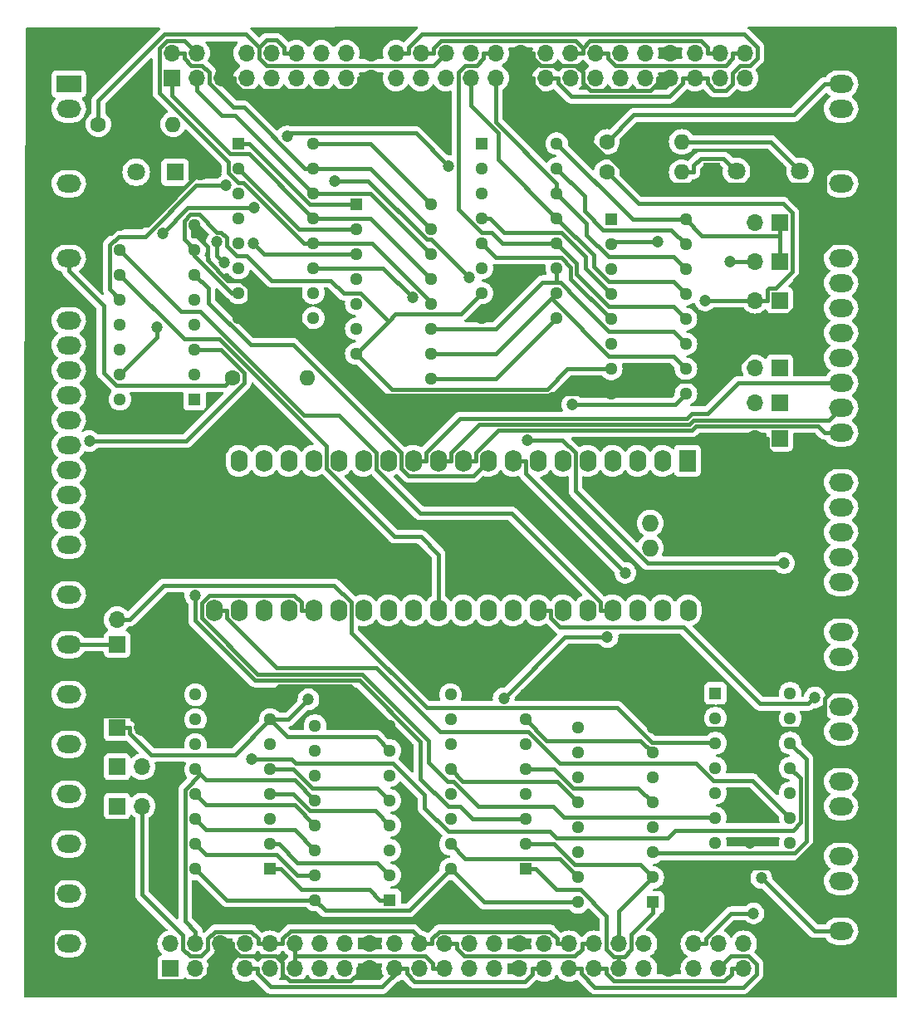
<source format=gbl>
G04 #@! TF.GenerationSoftware,KiCad,Pcbnew,7.0.11-7.0.11~ubuntu22.04.1*
G04 #@! TF.CreationDate,2024-07-25T22:33:36-03:00*
G04 #@! TF.ProjectId,Demux_V02,44656d75-785f-4563-9032-2e6b69636164,v04*
G04 #@! TF.SameCoordinates,Original*
G04 #@! TF.FileFunction,Copper,L2,Bot*
G04 #@! TF.FilePolarity,Positive*
%FSLAX46Y46*%
G04 Gerber Fmt 4.6, Leading zero omitted, Abs format (unit mm)*
G04 Created by KiCad (PCBNEW 7.0.11-7.0.11~ubuntu22.04.1) date 2024-07-25 22:33:36*
%MOMM*%
%LPD*%
G01*
G04 APERTURE LIST*
G04 #@! TA.AperFunction,ComponentPad*
%ADD10R,1.295400X1.295400*%
G04 #@! TD*
G04 #@! TA.AperFunction,ComponentPad*
%ADD11C,1.295400*%
G04 #@! TD*
G04 #@! TA.AperFunction,ComponentPad*
%ADD12R,1.700000X1.700000*%
G04 #@! TD*
G04 #@! TA.AperFunction,ComponentPad*
%ADD13O,1.700000X1.700000*%
G04 #@! TD*
G04 #@! TA.AperFunction,ComponentPad*
%ADD14O,2.500000X1.800000*%
G04 #@! TD*
G04 #@! TA.AperFunction,ComponentPad*
%ADD15C,1.600000*%
G04 #@! TD*
G04 #@! TA.AperFunction,ComponentPad*
%ADD16O,1.600000X1.600000*%
G04 #@! TD*
G04 #@! TA.AperFunction,ComponentPad*
%ADD17R,2.500000X1.800000*%
G04 #@! TD*
G04 #@! TA.AperFunction,ComponentPad*
%ADD18R,1.800000X1.800000*%
G04 #@! TD*
G04 #@! TA.AperFunction,ComponentPad*
%ADD19C,1.800000*%
G04 #@! TD*
G04 #@! TA.AperFunction,ComponentPad*
%ADD20R,1.727200X2.250000*%
G04 #@! TD*
G04 #@! TA.AperFunction,ComponentPad*
%ADD21O,1.727200X2.250000*%
G04 #@! TD*
G04 #@! TA.AperFunction,ComponentPad*
%ADD22O,1.727200X1.727200*%
G04 #@! TD*
G04 #@! TA.AperFunction,ViaPad*
%ADD23C,1.200000*%
G04 #@! TD*
G04 #@! TA.AperFunction,Conductor*
%ADD24C,0.400000*%
G04 #@! TD*
G04 APERTURE END LIST*
D10*
X160380000Y-70160000D03*
D11*
X160380000Y-72700000D03*
X160380000Y-75240000D03*
X160380000Y-77780000D03*
X160380000Y-80320000D03*
X160380000Y-82860000D03*
X160380000Y-85400000D03*
X160380000Y-87940000D03*
X168000000Y-87940000D03*
X168000000Y-85400000D03*
X168000000Y-82860000D03*
X168000000Y-80320000D03*
X168000000Y-77780000D03*
X168000000Y-75240000D03*
X168000000Y-72700000D03*
X168000000Y-70160000D03*
D12*
X110000000Y-125962900D03*
D13*
X112540000Y-125962900D03*
D12*
X110000000Y-129962900D03*
D13*
X112540000Y-129962900D03*
D10*
X117910000Y-88490000D03*
D11*
X117910000Y-85950000D03*
X117910000Y-83410000D03*
X117910000Y-80870000D03*
X117910000Y-78330000D03*
X117910000Y-75790000D03*
X117910000Y-73250000D03*
X117910000Y-70710000D03*
X110290000Y-70710000D03*
X110290000Y-73250000D03*
X110290000Y-75790000D03*
X110290000Y-78330000D03*
X110290000Y-80870000D03*
X110290000Y-83410000D03*
X110290000Y-85950000D03*
X110290000Y-88490000D03*
D12*
X115580000Y-55740000D03*
D13*
X118120000Y-55740000D03*
X120660000Y-55740000D03*
X123200000Y-55740000D03*
X125740000Y-55740000D03*
X128280000Y-55740000D03*
X130820000Y-55740000D03*
X133360000Y-55740000D03*
X135900000Y-55740000D03*
X138440000Y-55740000D03*
X140980000Y-55740000D03*
X143520000Y-55740000D03*
X146060000Y-55740000D03*
X148600000Y-55740000D03*
X151140000Y-55740000D03*
X153680000Y-55740000D03*
X156220000Y-55740000D03*
X158760000Y-55740000D03*
X161300000Y-55740000D03*
X163840000Y-55740000D03*
X166380000Y-55740000D03*
X168920000Y-55740000D03*
X171460000Y-55740000D03*
X174000000Y-55740000D03*
X115580000Y-53200000D03*
X118120000Y-53200000D03*
X120660000Y-53200000D03*
X123200000Y-53200000D03*
X125740000Y-53200000D03*
X128280000Y-53200000D03*
X130820000Y-53200000D03*
X133360000Y-53200000D03*
X135900000Y-53200000D03*
X138440000Y-53200000D03*
X140980000Y-53200000D03*
X143520000Y-53200000D03*
X146060000Y-53200000D03*
X148600000Y-53200000D03*
X151140000Y-53200000D03*
X153680000Y-53200000D03*
X156220000Y-53200000D03*
X158760000Y-53200000D03*
X161300000Y-53200000D03*
X163840000Y-53200000D03*
X166380000Y-53200000D03*
X168920000Y-53200000D03*
X171460000Y-53200000D03*
X174000000Y-53200000D03*
D12*
X177550000Y-85262900D03*
D13*
X175010000Y-85262900D03*
D12*
X115460000Y-146540000D03*
D13*
X118000000Y-146540000D03*
X120540000Y-146540000D03*
X123080000Y-146540000D03*
X125620000Y-146540000D03*
X128160000Y-146540000D03*
X130700000Y-146540000D03*
X133240000Y-146540000D03*
X135780000Y-146540000D03*
X138320000Y-146540000D03*
X140860000Y-146540000D03*
X143400000Y-146540000D03*
X145940000Y-146540000D03*
X148480000Y-146540000D03*
X151020000Y-146540000D03*
X153560000Y-146540000D03*
X156100000Y-146540000D03*
X158640000Y-146540000D03*
X161180000Y-146540000D03*
X163720000Y-146540000D03*
X166260000Y-146540000D03*
X168800000Y-146540000D03*
X171340000Y-146540000D03*
X173880000Y-146540000D03*
X115460000Y-144000000D03*
X118000000Y-144000000D03*
X120540000Y-144000000D03*
X123080000Y-144000000D03*
X125620000Y-144000000D03*
X128160000Y-144000000D03*
X130700000Y-144000000D03*
X133240000Y-144000000D03*
X135780000Y-144000000D03*
X138320000Y-144000000D03*
X140860000Y-144000000D03*
X143400000Y-144000000D03*
X145940000Y-144000000D03*
X148480000Y-144000000D03*
X151020000Y-144000000D03*
X153560000Y-144000000D03*
X156100000Y-144000000D03*
X158640000Y-144000000D03*
X161180000Y-144000000D03*
X163720000Y-144000000D03*
X166260000Y-144000000D03*
X168800000Y-144000000D03*
X171340000Y-144000000D03*
X173880000Y-144000000D03*
D12*
X177569300Y-78400000D03*
D13*
X175029300Y-78400000D03*
D14*
X183820000Y-56350000D03*
X183820000Y-58890000D03*
X183820000Y-61430000D03*
X183820000Y-63970000D03*
X183820000Y-66510000D03*
X183820000Y-69050000D03*
X183820000Y-71590000D03*
X183820000Y-74130000D03*
X183820000Y-76670000D03*
X183820000Y-79210000D03*
X183820000Y-81750000D03*
X183820000Y-84290000D03*
X183820000Y-86830000D03*
X183820000Y-89370000D03*
X183820000Y-91910000D03*
X183820000Y-94450000D03*
X183820000Y-96990000D03*
X183820000Y-99530000D03*
X183820000Y-102070000D03*
X183820000Y-104610000D03*
X183820000Y-107150000D03*
X183820000Y-109690000D03*
X183820000Y-112230000D03*
X183820000Y-114770000D03*
X183820000Y-117310000D03*
X183820000Y-119850000D03*
X183820000Y-122390000D03*
X183820000Y-124930000D03*
X183820000Y-127470000D03*
X183820000Y-130010000D03*
X183820000Y-132550000D03*
X183820000Y-135090000D03*
X183820000Y-137630000D03*
X183820000Y-140170000D03*
X183820000Y-142710000D03*
D15*
X159940000Y-65350000D03*
D16*
X167560000Y-65350000D03*
D10*
X134380000Y-68610000D03*
D11*
X134380000Y-71150000D03*
X134380000Y-73690000D03*
X134380000Y-76230000D03*
X134380000Y-78770000D03*
X134380000Y-81310000D03*
X134380000Y-83850000D03*
X134380000Y-86390000D03*
X142000000Y-86390000D03*
X142000000Y-83850000D03*
X142000000Y-81310000D03*
X142000000Y-78770000D03*
X142000000Y-76230000D03*
X142000000Y-73690000D03*
X142000000Y-71150000D03*
X142000000Y-68610000D03*
D10*
X122380000Y-62420000D03*
D11*
X122380000Y-64960000D03*
X122380000Y-67500000D03*
X122380000Y-70040000D03*
X122380000Y-72580000D03*
X122380000Y-75120000D03*
X122380000Y-77660000D03*
X122380000Y-80200000D03*
X130000000Y-80200000D03*
X130000000Y-77660000D03*
X130000000Y-75120000D03*
X130000000Y-72580000D03*
X130000000Y-70040000D03*
X130000000Y-67500000D03*
X130000000Y-64960000D03*
X130000000Y-62420000D03*
D12*
X177550000Y-74462900D03*
D13*
X175010000Y-74462900D03*
D10*
X171000000Y-118460000D03*
D11*
X171000000Y-121000000D03*
X171000000Y-123540000D03*
X171000000Y-126080000D03*
X171000000Y-128620000D03*
X171000000Y-131160000D03*
X171000000Y-133700000D03*
X171000000Y-136240000D03*
X178620000Y-136240000D03*
X178620000Y-133700000D03*
X178620000Y-131160000D03*
X178620000Y-128620000D03*
X178620000Y-126080000D03*
X178620000Y-123540000D03*
X178620000Y-121000000D03*
X178620000Y-118460000D03*
D12*
X110000000Y-113500000D03*
D13*
X110000000Y-110960000D03*
X110000000Y-108420000D03*
D10*
X151620000Y-136390000D03*
D11*
X151620000Y-133850000D03*
X151620000Y-131310000D03*
X151620000Y-128770000D03*
X151620000Y-126230000D03*
X151620000Y-123690000D03*
X151620000Y-121150000D03*
X151620000Y-118610000D03*
X144000000Y-118610000D03*
X144000000Y-121150000D03*
X144000000Y-123690000D03*
X144000000Y-126230000D03*
X144000000Y-128770000D03*
X144000000Y-131310000D03*
X144000000Y-133850000D03*
X144000000Y-136390000D03*
D12*
X110000000Y-122000000D03*
D13*
X112540000Y-122000000D03*
D17*
X105080000Y-56350000D03*
D14*
X105080000Y-58890000D03*
X105080000Y-61430000D03*
X105080000Y-63970000D03*
X105080000Y-66510000D03*
X105080000Y-69050000D03*
X105080000Y-71590000D03*
X105080000Y-74130000D03*
X105080000Y-80480000D03*
X105080000Y-83020000D03*
X105080000Y-85560000D03*
X105080000Y-88100000D03*
X105080000Y-90640000D03*
X105080000Y-93180000D03*
X105080000Y-95720000D03*
X105080000Y-98260000D03*
X105080000Y-100800000D03*
X105080000Y-103340000D03*
X105080000Y-105880000D03*
X105080000Y-108420000D03*
X105080000Y-110960000D03*
X105080000Y-113500000D03*
X105080000Y-116040000D03*
X105080000Y-118580000D03*
X105080000Y-121120000D03*
X105080000Y-123660000D03*
X105080000Y-126200000D03*
X105080000Y-128740000D03*
X105080000Y-131280000D03*
X105080000Y-133820000D03*
X105080000Y-136360000D03*
X105080000Y-138900000D03*
X105080000Y-141440000D03*
X105080000Y-143980000D03*
X105080000Y-146520000D03*
D15*
X121740000Y-86300000D03*
D16*
X129360000Y-86300000D03*
D18*
X170610000Y-65250000D03*
D19*
X173150000Y-65250000D03*
D18*
X109410000Y-65350000D03*
D19*
X111950000Y-65350000D03*
D18*
X115925000Y-65350000D03*
D19*
X118465000Y-65350000D03*
D15*
X159940000Y-62250000D03*
D16*
X167560000Y-62250000D03*
D15*
X108090000Y-60450000D03*
D16*
X115710000Y-60450000D03*
D10*
X164620000Y-139780000D03*
D11*
X164620000Y-137240000D03*
X164620000Y-134700000D03*
X164620000Y-132160000D03*
X164620000Y-129620000D03*
X164620000Y-127080000D03*
X164620000Y-124540000D03*
X164620000Y-122000000D03*
X157000000Y-122000000D03*
X157000000Y-124540000D03*
X157000000Y-127080000D03*
X157000000Y-129620000D03*
X157000000Y-132160000D03*
X157000000Y-134700000D03*
X157000000Y-137240000D03*
X157000000Y-139780000D03*
D10*
X147190000Y-62420000D03*
D11*
X147190000Y-64960000D03*
X147190000Y-67500000D03*
X147190000Y-70040000D03*
X147190000Y-72580000D03*
X147190000Y-75120000D03*
X147190000Y-77660000D03*
X147190000Y-80200000D03*
X154810000Y-80200000D03*
X154810000Y-77660000D03*
X154810000Y-75120000D03*
X154810000Y-72580000D03*
X154810000Y-70040000D03*
X154810000Y-67500000D03*
X154810000Y-64960000D03*
X154810000Y-62420000D03*
D12*
X177550000Y-88862900D03*
D13*
X175010000Y-88862900D03*
D20*
X168160800Y-94760000D03*
D21*
X165620800Y-94760000D03*
X163080800Y-94760000D03*
X160540800Y-94760000D03*
X158000800Y-94760000D03*
X155460800Y-94760000D03*
X152920800Y-94760000D03*
X150380800Y-94760000D03*
X147840800Y-94760000D03*
X145300800Y-94760000D03*
X142760800Y-94760000D03*
X140220800Y-94760000D03*
X137680800Y-94760000D03*
X135140800Y-94760000D03*
X132600800Y-94760000D03*
X130060800Y-94760000D03*
X127520800Y-94760000D03*
X124980800Y-94760000D03*
X122440800Y-94760000D03*
X119900800Y-94760000D03*
X119900800Y-110000000D03*
X122440800Y-110000000D03*
X124980800Y-110000000D03*
X127520800Y-110000000D03*
X130060800Y-110000000D03*
X132600800Y-110000000D03*
X135140800Y-110000000D03*
X137680800Y-110000000D03*
X140220800Y-110000000D03*
X142760800Y-110000000D03*
X145300800Y-110000000D03*
X147840800Y-110000000D03*
X150380800Y-110000000D03*
X152920800Y-110000000D03*
X155460800Y-110000000D03*
X158000800Y-110000000D03*
X160540800Y-110000000D03*
X163080800Y-110000000D03*
X165620800Y-110000000D03*
X168211600Y-110000000D03*
D22*
X164350800Y-103660000D03*
X164350800Y-101120000D03*
D12*
X177550000Y-70500000D03*
D13*
X175010000Y-70500000D03*
D18*
X177100000Y-65250000D03*
D19*
X179640000Y-65250000D03*
D12*
X177550000Y-92462900D03*
D13*
X175010000Y-92462900D03*
D10*
X137810000Y-139540000D03*
D11*
X137810000Y-137000000D03*
X137810000Y-134460000D03*
X137810000Y-131920000D03*
X137810000Y-129380000D03*
X137810000Y-126840000D03*
X137810000Y-124300000D03*
X137810000Y-121760000D03*
X130190000Y-121760000D03*
X130190000Y-124300000D03*
X130190000Y-126840000D03*
X130190000Y-129380000D03*
X130190000Y-131920000D03*
X130190000Y-134460000D03*
X130190000Y-137000000D03*
X130190000Y-139540000D03*
D10*
X125620000Y-136390000D03*
D11*
X125620000Y-133850000D03*
X125620000Y-131310000D03*
X125620000Y-128770000D03*
X125620000Y-126230000D03*
X125620000Y-123690000D03*
X125620000Y-121150000D03*
X125620000Y-118610000D03*
X118000000Y-118610000D03*
X118000000Y-121150000D03*
X118000000Y-123690000D03*
X118000000Y-126230000D03*
X118000000Y-128770000D03*
X118000000Y-131310000D03*
X118000000Y-133850000D03*
X118000000Y-136390000D03*
D23*
X114300000Y-88646000D03*
X177800000Y-141986000D03*
X144018000Y-139446000D03*
X140716000Y-114808000D03*
X132588000Y-118872000D03*
X186690000Y-147320000D03*
X172498300Y-74462900D03*
X169972100Y-78400000D03*
X174550000Y-133700000D03*
X131600000Y-100300000D03*
X152850000Y-100000000D03*
X174500000Y-130650000D03*
X122100000Y-103400000D03*
X135950000Y-105700000D03*
X140950000Y-134850000D03*
X163300000Y-98000000D03*
X116350000Y-115750000D03*
X168100000Y-116500000D03*
X178900000Y-109850000D03*
X145350000Y-105750000D03*
X107167600Y-92752700D03*
X181137100Y-118880500D03*
X161810800Y-106190000D03*
X175670700Y-137282800D03*
X174889300Y-140901000D03*
X123943400Y-68989100D03*
X114628800Y-71590500D03*
X129512000Y-119086100D03*
X159997600Y-112736800D03*
X149416000Y-118960900D03*
X123683800Y-125154100D03*
X117951500Y-108477300D03*
X114090100Y-81109300D03*
X120184400Y-72460700D03*
X120900400Y-74574200D03*
X123851500Y-72567100D03*
X156402900Y-89049100D03*
X140108700Y-78141200D03*
X145866000Y-76036000D03*
X151798600Y-92661200D03*
X132186400Y-66230000D03*
X177986600Y-105189600D03*
X165091900Y-72441700D03*
X143799800Y-64697800D03*
X121129400Y-66673000D03*
X127359600Y-61688700D03*
D24*
X110000000Y-110960000D02*
X111251900Y-110960000D01*
X133870800Y-109204700D02*
X133870800Y-112280800D01*
X111251900Y-110960000D02*
X114736500Y-107475400D01*
X114736500Y-107475400D02*
X132141500Y-107475400D01*
X160996200Y-119962800D02*
X164515800Y-123482400D01*
X132141500Y-107475400D02*
X133870800Y-109204700D01*
X133870800Y-112280800D02*
X141552800Y-119962800D01*
X141552800Y-119962800D02*
X160996200Y-119962800D01*
X164515800Y-123482400D02*
X170942400Y-123482400D01*
X170942400Y-123482400D02*
X171000000Y-123540000D01*
X125620000Y-118610000D02*
X126473100Y-117756900D01*
X126473100Y-117756900D02*
X133806900Y-117756900D01*
X133806900Y-117756900D02*
X137810000Y-121760000D01*
X151620000Y-131310000D02*
X146233100Y-131310000D01*
X144963100Y-130040000D02*
X143784700Y-130040000D01*
X140912000Y-123374600D02*
X134694300Y-117156900D01*
X146233100Y-131310000D02*
X144963100Y-130040000D01*
X143784700Y-130040000D02*
X140912000Y-127167300D01*
X134694300Y-117156900D02*
X124055300Y-117156900D01*
X140912000Y-127167300D02*
X140912000Y-123374600D01*
X124055300Y-117156900D02*
X117951500Y-111053100D01*
X117951500Y-111053100D02*
X117951500Y-108477300D01*
X158640000Y-146540000D02*
X159891900Y-146540000D01*
X124488100Y-53718600D02*
X125239400Y-54469900D01*
X158760000Y-53200000D02*
X160011900Y-53200000D01*
X145403100Y-145270000D02*
X144651900Y-144518800D01*
X128280000Y-53200000D02*
X127028100Y-53200000D01*
X142250100Y-54469900D02*
X143520000Y-53200000D01*
X126264800Y-51889000D02*
X125221400Y-51889000D01*
X157388100Y-144000000D02*
X157388100Y-144547700D01*
X125221400Y-51889000D02*
X124488100Y-52622300D01*
X142148100Y-145992300D02*
X141425800Y-145270000D01*
X160011900Y-53718800D02*
X160011900Y-53200000D01*
X143400000Y-144000000D02*
X144651900Y-144000000D01*
X108090000Y-60450000D02*
X108090000Y-58054900D01*
X114842300Y-51302600D02*
X123168400Y-51302600D01*
X172025800Y-54470000D02*
X160763100Y-54470000D01*
X172748100Y-53747700D02*
X172025800Y-54470000D01*
X124488100Y-52622300D02*
X124488100Y-53718600D01*
X172628100Y-147087700D02*
X171906300Y-147809500D01*
X157388100Y-144547700D02*
X156665800Y-145270000D01*
X156665800Y-145270000D02*
X145403100Y-145270000D01*
X141425800Y-145270000D02*
X128160000Y-145270000D01*
X173880000Y-146540000D02*
X172628100Y-146540000D01*
X128160000Y-144000000D02*
X128160000Y-145270000D01*
X125239400Y-54469900D02*
X142250100Y-54469900D01*
X172748100Y-53200000D02*
X172748100Y-53747700D01*
X128160000Y-145270000D02*
X128160000Y-146540000D01*
X174000000Y-53200000D02*
X172748100Y-53200000D01*
X158640000Y-144000000D02*
X157388100Y-144000000D01*
X127028100Y-53200000D02*
X127028100Y-52652300D01*
X108090000Y-58054900D02*
X114842300Y-51302600D01*
X172628100Y-146540000D02*
X172628100Y-147087700D01*
X142148100Y-146540000D02*
X142148100Y-145992300D01*
X123168400Y-51302600D02*
X124488100Y-52622300D01*
X160642600Y-147809500D02*
X159891900Y-147058800D01*
X171906300Y-147809500D02*
X160642600Y-147809500D01*
X160763100Y-54470000D02*
X160011900Y-53718800D01*
X159891900Y-147058800D02*
X159891900Y-146540000D01*
X127028100Y-52652300D02*
X126264800Y-51889000D01*
X143400000Y-146540000D02*
X142148100Y-146540000D01*
X144651900Y-144518800D02*
X144651900Y-144000000D01*
X156721000Y-51930300D02*
X157471900Y-52681200D01*
X157351900Y-147058800D02*
X157351900Y-146540000D01*
X171340000Y-146540000D02*
X172610000Y-145270000D01*
X170208100Y-53200000D02*
X170208100Y-52652300D01*
X141458200Y-144000000D02*
X142111900Y-144000000D01*
X125620000Y-144000000D02*
X124368100Y-144000000D01*
X112540000Y-138947800D02*
X112540000Y-129962900D01*
X142231900Y-52681200D02*
X142982800Y-51930300D01*
X156220000Y-53200000D02*
X157471900Y-53200000D01*
X124368100Y-144000000D02*
X124368100Y-143452200D01*
X119270000Y-143487800D02*
X119270000Y-144566100D01*
X169490600Y-51934800D02*
X158218300Y-51934800D01*
X142982800Y-51930300D02*
X156721000Y-51930300D01*
X109894900Y-87052400D02*
X120987600Y-87052400D01*
X156100000Y-144000000D02*
X154848100Y-144000000D01*
X120987600Y-87052400D02*
X121740000Y-86300000D01*
X154848100Y-143452300D02*
X154141700Y-142745900D01*
X140860000Y-144000000D02*
X141458200Y-144000000D01*
X175172100Y-146057700D02*
X175172100Y-147083700D01*
X105080000Y-74130000D02*
X105080000Y-75431900D01*
X126871900Y-143481200D02*
X126871900Y-144000000D01*
X124368100Y-143452200D02*
X123664000Y-142748100D01*
X172610000Y-145270000D02*
X174384400Y-145270000D01*
X156100000Y-146540000D02*
X157351900Y-146540000D01*
X142231900Y-53200000D02*
X142231900Y-52681200D01*
X116730000Y-144566100D02*
X116730000Y-143137800D01*
X108616800Y-78968700D02*
X108616800Y-85774300D01*
X126218200Y-144000000D02*
X126871900Y-144000000D01*
X140148600Y-142690400D02*
X127662700Y-142690400D01*
X108616800Y-85774300D02*
X109894900Y-87052400D01*
X173826900Y-148428900D02*
X158722000Y-148428900D01*
X142847200Y-142745900D02*
X142111900Y-143481200D01*
X126218200Y-144000000D02*
X125620000Y-144000000D01*
X158218300Y-51934800D02*
X157471900Y-52681200D01*
X157471900Y-52681200D02*
X157471900Y-53200000D01*
X170208100Y-52652300D02*
X169490600Y-51934800D01*
X116730000Y-143137800D02*
X112540000Y-138947800D01*
X154141700Y-142745900D02*
X142847200Y-142745900D01*
X123664000Y-142748100D02*
X120009700Y-142748100D01*
X105080000Y-75431900D02*
X108616800Y-78968700D01*
X127662700Y-142690400D02*
X126871900Y-143481200D01*
X141458200Y-144000000D02*
X140148600Y-142690400D01*
X142111900Y-143481200D02*
X142111900Y-144000000D01*
X119270000Y-144566100D02*
X118566100Y-145270000D01*
X140980000Y-53200000D02*
X142231900Y-53200000D01*
X175172100Y-147083700D02*
X173826900Y-148428900D01*
X158722000Y-148428900D02*
X157351900Y-147058800D01*
X117433900Y-145270000D02*
X116730000Y-144566100D01*
X120009700Y-142748100D02*
X119270000Y-143487800D01*
X118566100Y-145270000D02*
X117433900Y-145270000D01*
X171460000Y-53200000D02*
X170208100Y-53200000D01*
X154848100Y-144000000D02*
X154848100Y-143452300D01*
X174384400Y-145270000D02*
X175172100Y-146057700D01*
X183820000Y-56350000D02*
X182168100Y-56350000D01*
X179004600Y-59513500D02*
X162676500Y-59513500D01*
X162676500Y-59513500D02*
X159940000Y-62250000D01*
X173758100Y-74462900D02*
X172498300Y-74462900D01*
X175010000Y-74462900D02*
X173758100Y-74462900D01*
X182168100Y-56350000D02*
X179004600Y-59513500D01*
X176281200Y-77373800D02*
X176506900Y-77148100D01*
X163158300Y-68568300D02*
X159940000Y-65350000D01*
X175029300Y-78400000D02*
X169972100Y-78400000D01*
X178816100Y-75516000D02*
X178816100Y-69456900D01*
X177927500Y-68568300D02*
X163158300Y-68568300D01*
X176506900Y-77148100D02*
X177184000Y-77148100D01*
X178816100Y-69456900D02*
X177927500Y-68568300D01*
X177184000Y-77148100D02*
X178816100Y-75516000D01*
X175543500Y-78400000D02*
X176281200Y-78400000D01*
X176281200Y-78400000D02*
X176281200Y-77373800D01*
X175543500Y-78400000D02*
X175029300Y-78400000D01*
X109410000Y-65350000D02*
X108108100Y-65350000D01*
X117910000Y-70710000D02*
X117910000Y-71603100D01*
X179103300Y-76306700D02*
X183820000Y-71590000D01*
X126890000Y-147069600D02*
X126890000Y-145957100D01*
X158234300Y-57040800D02*
X164375000Y-57040800D01*
X122020000Y-122210000D02*
X125620000Y-118610000D01*
X170610000Y-65250000D02*
X170610000Y-66551900D01*
X110000000Y-105880000D02*
X105080000Y-105880000D01*
X178450000Y-66600000D02*
X177100000Y-65250000D01*
X151620000Y-118610000D02*
X161230000Y-118610000D01*
X178620000Y-136240000D02*
X171000000Y-136240000D01*
X105080000Y-141440000D02*
X103425200Y-143094800D01*
X182168100Y-139788100D02*
X178620000Y-136240000D01*
X117910000Y-71603100D02*
X119210000Y-72903100D01*
X119210000Y-72903100D02*
X119210000Y-74300600D01*
X103410900Y-138029100D02*
X103410900Y-139770900D01*
X151140000Y-53200000D02*
X152391900Y-53200000D01*
X133805700Y-147810100D02*
X127630500Y-147810100D01*
X118635300Y-94760000D02*
X110000000Y-103395300D01*
X119288100Y-146540000D02*
X119288100Y-147087700D01*
X157490000Y-55167200D02*
X157490000Y-56296500D01*
X182162800Y-66600000D02*
X178450000Y-66600000D01*
X119900800Y-94760000D02*
X118635300Y-94760000D01*
X112999700Y-122000000D02*
X111747800Y-120748100D01*
X134648100Y-55740000D02*
X134648100Y-56287700D01*
X123433500Y-79146500D02*
X122380000Y-80200000D01*
X106731900Y-110960000D02*
X106731900Y-110436200D01*
X183820000Y-132550000D02*
X182168100Y-132550000D01*
X113209700Y-122210000D02*
X122020000Y-122210000D01*
X112999700Y-122000000D02*
X113209700Y-122210000D01*
X164620000Y-122000000D02*
X164687500Y-122067500D01*
X179103300Y-79207800D02*
X179103300Y-76306700D01*
X110000000Y-108420000D02*
X108748100Y-108420000D01*
X105080000Y-63970000D02*
X106731900Y-63970000D01*
X182162800Y-65627200D02*
X183820000Y-63970000D01*
X105080000Y-146520000D02*
X105080000Y-147821900D01*
X182168100Y-132691900D02*
X182168100Y-132550000D01*
X122680500Y-57027400D02*
X121911900Y-56258800D01*
X160380000Y-87940000D02*
X161650000Y-86670000D01*
X152391900Y-53682400D02*
X153161400Y-54451900D01*
X166380000Y-55740000D02*
X165128100Y-55740000D01*
X126890000Y-145957100D02*
X126202900Y-145270000D01*
X182139000Y-118991000D02*
X183820000Y-117310000D01*
X154241900Y-87940000D02*
X154056600Y-88125300D01*
X164687500Y-122067500D02*
X181160000Y-122067500D01*
X103425200Y-143094800D02*
X103425200Y-144865200D01*
X109410000Y-71590000D02*
X105080000Y-71590000D01*
X182168100Y-140170000D02*
X182168100Y-139788100D01*
X135900000Y-55740000D02*
X134648100Y-55740000D01*
X152391900Y-56442100D02*
X152391900Y-55740000D01*
X177180400Y-94450000D02*
X176261900Y-93531500D01*
X123433500Y-77184900D02*
X123433500Y-79146500D01*
X183820000Y-124930000D02*
X181160000Y-122270000D01*
X106731900Y-110436200D02*
X108748100Y-108420000D01*
X152391900Y-53200000D02*
X152391900Y-53682400D01*
X110290000Y-70710000D02*
X109410000Y-71590000D01*
X164375000Y-57040800D02*
X165128100Y-56287700D01*
X174496200Y-66551900D02*
X170610000Y-66551900D01*
X154056600Y-88125300D02*
X136115300Y-88125300D01*
X181160000Y-122270000D02*
X181160000Y-122067500D01*
X103425200Y-144865200D02*
X105080000Y-146520000D01*
X134528100Y-147087700D02*
X133805700Y-147810100D01*
X175798100Y-65250000D02*
X174496200Y-66551900D01*
X162942100Y-66551900D02*
X160190200Y-63800000D01*
X110000000Y-103395300D02*
X110000000Y-105880000D01*
X176261900Y-93531500D02*
X176261900Y-92462900D01*
X119210000Y-74300600D02*
X121299400Y-76390000D01*
X159749800Y-63800000D02*
X152391900Y-56442100D01*
X120540000Y-146540000D02*
X119288100Y-146540000D01*
X134648100Y-56287700D02*
X133908400Y-57027400D01*
X105080000Y-121120000D02*
X106731900Y-121120000D01*
X112540000Y-122000000D02*
X112999700Y-122000000D01*
X182162800Y-66600000D02*
X182162800Y-65627200D01*
X183820000Y-140170000D02*
X182168100Y-140170000D01*
X105080000Y-136360000D02*
X103410900Y-138029100D01*
X160380000Y-87940000D02*
X154241900Y-87940000D01*
X153161400Y-54451900D02*
X156774700Y-54451900D01*
X126202900Y-145270000D02*
X122543100Y-145270000D01*
X181160000Y-122067500D02*
X182139000Y-121088500D01*
X121299400Y-76390000D02*
X122638600Y-76390000D01*
X134528100Y-146540000D02*
X134528100Y-147087700D01*
X165128100Y-56287700D02*
X165128100Y-55740000D01*
X118465000Y-65350000D02*
X113105000Y-70710000D01*
X106731900Y-63970000D02*
X106731900Y-63973800D01*
X160190200Y-63800000D02*
X159749800Y-63800000D01*
X151140000Y-55740000D02*
X152391900Y-55740000D01*
X135780000Y-146540000D02*
X134528100Y-146540000D01*
X175010000Y-92462900D02*
X176261900Y-92462900D01*
X128190000Y-80200000D02*
X134380000Y-86390000D01*
X182139000Y-121088500D02*
X182139000Y-118991000D01*
X178620000Y-136240000D02*
X182168100Y-132691900D01*
X122543100Y-145270000D02*
X121791900Y-144518800D01*
X110000000Y-105880000D02*
X110000000Y-108420000D01*
X120540000Y-144000000D02*
X121791900Y-144000000D01*
X170610000Y-66551900D02*
X162942100Y-66551900D01*
X111747800Y-120748100D02*
X107103800Y-120748100D01*
X127630500Y-147810100D02*
X126890000Y-147069600D01*
X107103800Y-120748100D02*
X106731900Y-121120000D01*
X183820000Y-69050000D02*
X182162800Y-67392800D01*
X118553900Y-147821900D02*
X105080000Y-147821900D01*
X177100000Y-65250000D02*
X175798100Y-65250000D01*
X121911900Y-56258800D02*
X121911900Y-55740000D01*
X105080000Y-110960000D02*
X106731900Y-110960000D01*
X106731900Y-63973800D02*
X108108100Y-65350000D01*
X113105000Y-70710000D02*
X110290000Y-70710000D01*
X120660000Y-55740000D02*
X121911900Y-55740000D01*
X119288100Y-147087700D02*
X118553900Y-147821900D01*
X122380000Y-80200000D02*
X128190000Y-80200000D01*
X182162800Y-67392800D02*
X182162800Y-66600000D01*
X122638600Y-76390000D02*
X123433500Y-77184900D01*
X133908400Y-57027400D02*
X122680500Y-57027400D01*
X161230000Y-118610000D02*
X164620000Y-122000000D01*
X103410900Y-139770900D02*
X105080000Y-141440000D01*
X121791900Y-144518800D02*
X121791900Y-144000000D01*
X171641100Y-86670000D02*
X179103300Y-79207800D01*
X183820000Y-94450000D02*
X177180400Y-94450000D01*
X156774700Y-54451900D02*
X157490000Y-55167200D01*
X157490000Y-56296500D02*
X158234300Y-57040800D01*
X161650000Y-86670000D02*
X171641100Y-86670000D01*
X136115300Y-88125300D02*
X134380000Y-86390000D01*
X120557700Y-83410000D02*
X122986200Y-85838500D01*
X117910000Y-83410000D02*
X120557700Y-83410000D01*
X117045800Y-92752700D02*
X107167600Y-92752700D01*
X122986200Y-85838500D02*
X122986200Y-86812300D01*
X122986200Y-86812300D02*
X117045800Y-92752700D01*
X105080000Y-113500000D02*
X110000000Y-113500000D01*
X167730400Y-111719300D02*
X175544600Y-119533500D01*
X154186300Y-110785800D02*
X155119800Y-111719300D01*
X180484100Y-119533500D02*
X181137100Y-118880500D01*
X155119800Y-111719300D02*
X167730400Y-111719300D01*
X175544600Y-119533500D02*
X180484100Y-119533500D01*
X152920800Y-110000000D02*
X154186300Y-110000000D01*
X154186300Y-110000000D02*
X154186300Y-110785800D01*
X151646300Y-96025500D02*
X161810800Y-106190000D01*
X183820000Y-142710000D02*
X181097900Y-142710000D01*
X151646300Y-94760000D02*
X151646300Y-96025500D01*
X150380800Y-94760000D02*
X151646300Y-94760000D01*
X181097900Y-142710000D02*
X175670700Y-137282800D01*
X170225100Y-89920600D02*
X168613500Y-89920600D01*
X168613500Y-89920600D02*
X168078600Y-90455500D01*
X140220800Y-94760000D02*
X141486300Y-94760000D01*
X182168100Y-86830000D02*
X173315700Y-86830000D01*
X173315700Y-86830000D02*
X170225100Y-89920600D01*
X168078600Y-90455500D02*
X144999900Y-90455500D01*
X183820000Y-86830000D02*
X182168100Y-86830000D01*
X144999900Y-90455500D02*
X141486300Y-93969100D01*
X141486300Y-93969100D02*
X141486300Y-94760000D01*
X182580900Y-90609100D02*
X168776100Y-90609100D01*
X183820000Y-89370000D02*
X182580900Y-90609100D01*
X168776100Y-90609100D02*
X168327800Y-91057400D01*
X142760800Y-94760000D02*
X144026300Y-94760000D01*
X144026300Y-93969100D02*
X144026300Y-94760000D01*
X146938000Y-91057400D02*
X144026300Y-93969100D01*
X168327800Y-91057400D02*
X146938000Y-91057400D01*
X182168100Y-91910000D02*
X181469100Y-91211000D01*
X169025300Y-91211000D02*
X168577000Y-91659300D01*
X148876100Y-91659300D02*
X146566300Y-93969100D01*
X145300800Y-94760000D02*
X146566300Y-94760000D01*
X168577000Y-91659300D02*
X148876100Y-91659300D01*
X146566300Y-93969100D02*
X146566300Y-94760000D01*
X183820000Y-91910000D02*
X182168100Y-91910000D01*
X181469100Y-91211000D02*
X169025300Y-91211000D01*
X172730000Y-56329400D02*
X172067500Y-56991900D01*
X174547100Y-54469800D02*
X173488000Y-54469800D01*
X139571900Y-146540000D02*
X139571900Y-147058800D01*
X153680000Y-55740000D02*
X154306000Y-55740000D01*
X166313100Y-57642700D02*
X167668100Y-56287700D01*
X138918200Y-146540000D02*
X139571900Y-146540000D01*
X139691900Y-53200000D02*
X139691900Y-52652300D01*
X124331900Y-146540000D02*
X124331900Y-147058800D01*
X173931500Y-51304100D02*
X175276500Y-52649100D01*
X124331900Y-147058800D02*
X125685100Y-148412000D01*
X125685100Y-148412000D02*
X137046200Y-148412000D01*
X173488000Y-54469800D02*
X172730000Y-55227800D01*
X167668100Y-56287700D02*
X167668100Y-55740000D01*
X175276500Y-52649100D02*
X175276500Y-53740400D01*
X138320000Y-146540000D02*
X138918200Y-146540000D01*
X168800000Y-144000000D02*
X170051900Y-144000000D01*
X153560000Y-146540000D02*
X152308100Y-146540000D01*
X137046200Y-148412000D02*
X138918200Y-146540000D01*
X175276500Y-53740400D02*
X174547100Y-54469800D01*
X172603200Y-140901000D02*
X174889300Y-140901000D01*
X154931900Y-56258800D02*
X156315800Y-57642700D01*
X170905000Y-56991900D02*
X170171900Y-56258800D01*
X170051900Y-143452300D02*
X172603200Y-140901000D01*
X154306000Y-55740000D02*
X154931900Y-55740000D01*
X154931900Y-55740000D02*
X154931900Y-56258800D01*
X140345700Y-147832600D02*
X151563200Y-147832600D01*
X168920000Y-55740000D02*
X167668100Y-55740000D01*
X123080000Y-146540000D02*
X124331900Y-146540000D01*
X152308100Y-147087700D02*
X152308100Y-146540000D01*
X139691900Y-52652300D02*
X141040100Y-51304100D01*
X170051900Y-144000000D02*
X170051900Y-143452300D01*
X156315800Y-57642700D02*
X166313100Y-57642700D01*
X138440000Y-53200000D02*
X139691900Y-53200000D01*
X168920000Y-55740000D02*
X170171900Y-55740000D01*
X139571900Y-147058800D02*
X140345700Y-147832600D01*
X172730000Y-55227800D02*
X172730000Y-56329400D01*
X151563200Y-147832600D02*
X152308100Y-147087700D01*
X170171900Y-56258800D02*
X170171900Y-55740000D01*
X141040100Y-51304100D02*
X173931500Y-51304100D01*
X172067500Y-56991900D02*
X170905000Y-56991900D01*
X114628800Y-71590500D02*
X117230200Y-68989100D01*
X177550000Y-70500000D02*
X177550000Y-71800300D01*
X177550000Y-71800300D02*
X177550000Y-74462900D01*
X130190000Y-139540000D02*
X131239600Y-140589600D01*
X131239600Y-140589600D02*
X139800400Y-140589600D01*
X139800400Y-140589600D02*
X144000000Y-136390000D01*
X118000000Y-136390000D02*
X121150000Y-139540000D01*
X121150000Y-139540000D02*
X130190000Y-139540000D01*
X157000000Y-139780000D02*
X147390000Y-139780000D01*
X135810000Y-62420000D02*
X142000000Y-68610000D01*
X147390000Y-139780000D02*
X144000000Y-136390000D01*
X154810000Y-62420000D02*
X162550000Y-70160000D01*
X169640300Y-71800300D02*
X168000000Y-70160000D01*
X162550000Y-70160000D02*
X168000000Y-70160000D01*
X117230200Y-68989100D02*
X123943400Y-68989100D01*
X130000000Y-62420000D02*
X135810000Y-62420000D01*
X177550000Y-71800300D02*
X169640300Y-71800300D01*
X127356800Y-122886800D02*
X136396800Y-122886800D01*
X111251900Y-122547800D02*
X113474100Y-124770000D01*
X111251900Y-122000000D02*
X111251900Y-122547800D01*
X137662200Y-80567800D02*
X134380000Y-83850000D01*
X125620000Y-121150000D02*
X127448100Y-121150000D01*
X121186300Y-72045700D02*
X120599400Y-71458800D01*
X136396800Y-122886800D02*
X137810000Y-124300000D01*
X155930800Y-85400000D02*
X153841100Y-87489700D01*
X134806700Y-77712400D02*
X133118100Y-77712400D01*
X120599400Y-71458800D02*
X120203800Y-71458800D01*
X125751400Y-76390000D02*
X123211400Y-73850000D01*
X151620000Y-121150000D02*
X153761500Y-123291500D01*
X133118100Y-77712400D02*
X131795700Y-76390000D01*
X138019700Y-87489700D02*
X134380000Y-83850000D01*
X147190000Y-77660000D02*
X145027100Y-79822900D01*
X137662200Y-80567800D02*
X134806700Y-77712400D01*
X127448100Y-121150000D02*
X129512000Y-119086100D01*
X121718300Y-77660000D02*
X122380000Y-77660000D01*
X153761500Y-123291500D02*
X163371500Y-123291500D01*
X110000000Y-122000000D02*
X111251900Y-122000000D01*
X117910000Y-73250000D02*
X117910000Y-73851700D01*
X123211400Y-73850000D02*
X122160400Y-73850000D01*
X163371500Y-123291500D02*
X164620000Y-124540000D01*
X113474100Y-124770000D02*
X122000000Y-124770000D01*
X117910000Y-73851700D02*
X121718300Y-77660000D01*
X121186300Y-72875900D02*
X121186300Y-72045700D01*
X122160400Y-73850000D02*
X121186300Y-72875900D01*
X122000000Y-124770000D02*
X125620000Y-121150000D01*
X116841100Y-72181100D02*
X117910000Y-73250000D01*
X117467400Y-69652000D02*
X116841100Y-70278300D01*
X153841100Y-87489700D02*
X138019700Y-87489700D01*
X131795700Y-76390000D02*
X125751400Y-76390000D01*
X120203800Y-71458800D02*
X118397000Y-69652000D01*
X125620000Y-121150000D02*
X127356800Y-122886800D01*
X138407100Y-79822900D02*
X137662200Y-80567800D01*
X116841100Y-70278300D02*
X116841100Y-72181100D01*
X118397000Y-69652000D02*
X117467400Y-69652000D01*
X160380000Y-85400000D02*
X155930800Y-85400000D01*
X145027100Y-79822900D02*
X138407100Y-79822900D01*
X118000000Y-128770000D02*
X119057600Y-129827600D01*
X119057600Y-129827600D02*
X128097600Y-129827600D01*
X128097600Y-129827600D02*
X130190000Y-131920000D01*
X128099100Y-132369100D02*
X130190000Y-134460000D01*
X118000000Y-131310000D02*
X119059100Y-132369100D01*
X119059100Y-132369100D02*
X128099100Y-132369100D01*
X119049600Y-134899600D02*
X126245200Y-134899600D01*
X118000000Y-133850000D02*
X119049600Y-134899600D01*
X126245200Y-134899600D02*
X128345600Y-137000000D01*
X128345600Y-137000000D02*
X130190000Y-137000000D01*
X118499400Y-126729400D02*
X119057600Y-127287600D01*
X119057600Y-127287600D02*
X128097600Y-127287600D01*
X118000000Y-144000000D02*
X118000000Y-142748100D01*
X118000000Y-126230000D02*
X118499400Y-126729400D01*
X116942200Y-128286600D02*
X116942200Y-141690300D01*
X118499400Y-126729400D02*
X116942200Y-128286600D01*
X128097600Y-127287600D02*
X130190000Y-129380000D01*
X116942200Y-141690300D02*
X118000000Y-142748100D01*
X128770000Y-138490400D02*
X135710800Y-138490400D01*
X137810000Y-139540000D02*
X136760400Y-139540000D01*
X126669600Y-136390000D02*
X128770000Y-138490400D01*
X125620000Y-136390000D02*
X126669600Y-136390000D01*
X135710800Y-138490400D02*
X136760400Y-139540000D01*
X127993400Y-126230000D02*
X129873400Y-128110000D01*
X125620000Y-126230000D02*
X127993400Y-126230000D01*
X136540000Y-128110000D02*
X137810000Y-129380000D01*
X129873400Y-128110000D02*
X136540000Y-128110000D01*
X128349600Y-135728500D02*
X136538500Y-135728500D01*
X125620000Y-133850000D02*
X126471100Y-133850000D01*
X126471100Y-133850000D02*
X128349600Y-135728500D01*
X136538500Y-135728500D02*
X137810000Y-137000000D01*
X137810000Y-131920000D02*
X136325900Y-130435900D01*
X127993400Y-128770000D02*
X125620000Y-128770000D01*
X129659300Y-130435900D02*
X127993400Y-128770000D01*
X136325900Y-130435900D02*
X129659300Y-130435900D01*
X155092300Y-135332300D02*
X157000000Y-137240000D01*
X145482300Y-135332300D02*
X155092300Y-135332300D01*
X144000000Y-133850000D02*
X145482300Y-135332300D01*
X157000000Y-129620000D02*
X154847400Y-127467400D01*
X154847400Y-127467400D02*
X145237400Y-127467400D01*
X145237400Y-127467400D02*
X144000000Y-126230000D01*
X154789600Y-138510000D02*
X157223600Y-138510000D01*
X152669600Y-136390000D02*
X154789600Y-138510000D01*
X161180000Y-146540000D02*
X161180000Y-145288100D01*
X160640900Y-145288100D02*
X161180000Y-145288100D01*
X157223600Y-138510000D02*
X159910000Y-141196400D01*
X164620000Y-139780000D02*
X164620000Y-140829600D01*
X162450000Y-142999600D02*
X162450000Y-144536900D01*
X159910000Y-141196400D02*
X159910000Y-144557200D01*
X161698800Y-145288100D02*
X161180000Y-145288100D01*
X164620000Y-140829600D02*
X162450000Y-142999600D01*
X159910000Y-144557200D02*
X160640900Y-145288100D01*
X151620000Y-136390000D02*
X152669600Y-136390000D01*
X162450000Y-144536900D02*
X161698800Y-145288100D01*
X154563500Y-126230000D02*
X151620000Y-126230000D01*
X164620000Y-129620000D02*
X163129600Y-128129600D01*
X156463100Y-128129600D02*
X154563500Y-126230000D01*
X163129600Y-128129600D02*
X156463100Y-128129600D01*
X161180000Y-140680000D02*
X161180000Y-144000000D01*
X151620000Y-133850000D02*
X154563400Y-133850000D01*
X163350000Y-135970000D02*
X164620000Y-137240000D01*
X164620000Y-137240000D02*
X161180000Y-140680000D01*
X156683400Y-135970000D02*
X163350000Y-135970000D01*
X154563400Y-133850000D02*
X156683400Y-135970000D01*
X155640000Y-112736900D02*
X159997600Y-112736900D01*
X149416000Y-118960900D02*
X155640000Y-112736900D01*
X159997600Y-112736900D02*
X159997600Y-112736800D01*
X179676200Y-131640200D02*
X178886400Y-132430000D01*
X138070900Y-125570000D02*
X128182500Y-125570000D01*
X127766600Y-125154100D02*
X123683800Y-125154100D01*
X143767700Y-132580000D02*
X141346000Y-130158300D01*
X178620000Y-126080000D02*
X179676200Y-127136200D01*
X128182500Y-125570000D02*
X127766600Y-125154100D01*
X179676200Y-127136200D02*
X179676200Y-131640200D01*
X166890000Y-132430000D02*
X166102400Y-133217600D01*
X141346000Y-128845100D02*
X138070900Y-125570000D01*
X178886400Y-132430000D02*
X166890000Y-132430000D01*
X141346000Y-130158300D02*
X141346000Y-128845100D01*
X154780100Y-133217600D02*
X154142500Y-132580000D01*
X166102400Y-133217600D02*
X154780100Y-133217600D01*
X154142500Y-132580000D02*
X143767700Y-132580000D01*
X174810000Y-127350000D02*
X170774400Y-127350000D01*
X119900800Y-110000000D02*
X121166300Y-110000000D01*
X142960500Y-122420000D02*
X136442600Y-115902100D01*
X155106300Y-125589600D02*
X151936700Y-122420000D01*
X169014000Y-125589600D02*
X155106300Y-125589600D01*
X170774400Y-127350000D02*
X169014000Y-125589600D01*
X151936700Y-122420000D02*
X142960500Y-122420000D01*
X121166300Y-110790900D02*
X121166300Y-110000000D01*
X178620000Y-131160000D02*
X174810000Y-127350000D01*
X126277500Y-115902100D02*
X121166300Y-110790900D01*
X136442600Y-115902100D02*
X126277500Y-115902100D01*
X131330800Y-93248500D02*
X131330800Y-95538400D01*
X138292400Y-102500000D02*
X140950000Y-102500000D01*
X140950000Y-102500000D02*
X142760800Y-104310800D01*
X142760800Y-104310800D02*
X142760800Y-110000000D01*
X116860400Y-82360400D02*
X120442700Y-82360400D01*
X131330800Y-95538400D02*
X138292400Y-102500000D01*
X120442700Y-82360400D02*
X131330800Y-93248500D01*
X110290000Y-75790000D02*
X116860400Y-82360400D01*
X129026600Y-90093200D02*
X132611200Y-90093200D01*
X150180800Y-100114600D02*
X159275300Y-109209100D01*
X136410800Y-95592100D02*
X140933300Y-100114600D01*
X110290000Y-73250000D02*
X116560300Y-79520300D01*
X116560300Y-79520300D02*
X118453700Y-79520300D01*
X118453700Y-79520300D02*
X129026600Y-90093200D01*
X136410800Y-93892800D02*
X136410800Y-95592100D01*
X159275300Y-109209100D02*
X159275300Y-110000000D01*
X132611200Y-90093200D02*
X136410800Y-93892800D01*
X160540800Y-110000000D02*
X159275300Y-110000000D01*
X140933300Y-100114600D02*
X150180800Y-100114600D01*
X180279800Y-133589200D02*
X180279800Y-125199800D01*
X164620000Y-134700000D02*
X164687500Y-134767500D01*
X164687500Y-134767500D02*
X179101500Y-134767500D01*
X179101500Y-134767500D02*
X180279800Y-133589200D01*
X180279800Y-125199800D02*
X178620000Y-123540000D01*
X123429600Y-62420000D02*
X129619600Y-68610000D01*
X129619600Y-68610000D02*
X134380000Y-68610000D01*
X122380000Y-62420000D02*
X123429600Y-62420000D01*
X134380000Y-71150000D02*
X128570000Y-71150000D01*
X128570000Y-71150000D02*
X122380000Y-64960000D01*
X110290000Y-85950000D02*
X114090100Y-82149900D01*
X120184400Y-73858200D02*
X120900400Y-74574200D01*
X134380000Y-73690000D02*
X124974400Y-73690000D01*
X120184400Y-72460700D02*
X120184400Y-73858200D01*
X124974400Y-73690000D02*
X123851500Y-72567100D01*
X114090100Y-82149900D02*
X114090100Y-81109300D01*
X168000000Y-87940000D02*
X166890900Y-89049100D01*
X166890900Y-89049100D02*
X156402900Y-89049100D01*
X148620000Y-86390000D02*
X142000000Y-86390000D01*
X154810000Y-80200000D02*
X148620000Y-86390000D01*
X148620000Y-83850000D02*
X142000000Y-83850000D01*
X157444200Y-81325600D02*
X157444200Y-81422300D01*
X160151900Y-84130000D02*
X166730000Y-84130000D01*
X154294300Y-78175700D02*
X157444200Y-81325600D01*
X154294300Y-78175700D02*
X148620000Y-83850000D01*
X154810000Y-77660000D02*
X154294300Y-78175700D01*
X157444200Y-81422300D02*
X160151900Y-84130000D01*
X166730000Y-84130000D02*
X168000000Y-85400000D01*
X156087600Y-77520400D02*
X156087600Y-77428700D01*
X168000000Y-82860000D02*
X166730000Y-81590000D01*
X156087600Y-77428700D02*
X155215700Y-76556800D01*
X154810000Y-76556800D02*
X153373200Y-76556800D01*
X153373200Y-76556800D02*
X148620000Y-81310000D01*
X154810000Y-76556800D02*
X154810000Y-75120000D01*
X137087500Y-75120000D02*
X130000000Y-75120000D01*
X155215700Y-76556800D02*
X154810000Y-76556800D01*
X140108700Y-78141200D02*
X137087500Y-75120000D01*
X148620000Y-81310000D02*
X142000000Y-81310000D01*
X160157200Y-81590000D02*
X156087600Y-77520400D01*
X166730000Y-81590000D02*
X160157200Y-81590000D01*
X129014600Y-72580000D02*
X122885000Y-66450400D01*
X114307500Y-52688600D02*
X115090100Y-51906000D01*
X142000000Y-78615600D02*
X135964400Y-72580000D01*
X116826000Y-51906000D02*
X118120000Y-53200000D01*
X122386100Y-66450400D02*
X121330400Y-65394700D01*
X115090100Y-51906000D02*
X116826000Y-51906000D01*
X122885000Y-66450400D02*
X122386100Y-66450400D01*
X135964400Y-72580000D02*
X130000000Y-72580000D01*
X121330400Y-64262400D02*
X114307500Y-57239500D01*
X142000000Y-78770000D02*
X142000000Y-78615600D01*
X130000000Y-72580000D02*
X129014600Y-72580000D01*
X121330400Y-65394700D02*
X121330400Y-64262400D01*
X114307500Y-57239500D02*
X114307500Y-52688600D01*
X130000000Y-70040000D02*
X123437600Y-63477600D01*
X130000000Y-70040000D02*
X135810000Y-70040000D01*
X121504700Y-63477600D02*
X115580000Y-57552900D01*
X123437600Y-63477600D02*
X121504700Y-63477600D01*
X135810000Y-70040000D02*
X142000000Y-76230000D01*
X115580000Y-57552900D02*
X115580000Y-55740000D01*
X118120000Y-56991900D02*
X120695600Y-59567500D01*
X130000000Y-67500000D02*
X135810000Y-67500000D01*
X122067500Y-59567500D02*
X130000000Y-67500000D01*
X118120000Y-55740000D02*
X118120000Y-56991900D01*
X120695600Y-59567500D02*
X122067500Y-59567500D01*
X135810000Y-67500000D02*
X142000000Y-73690000D01*
X135810000Y-64960000D02*
X142000000Y-71150000D01*
X119390100Y-55167000D02*
X119390100Y-56280600D01*
X118675000Y-54451900D02*
X119390100Y-55167000D01*
X116831900Y-53200000D02*
X116831900Y-53747800D01*
X119390100Y-56280600D02*
X121862700Y-58753200D01*
X116831900Y-53747800D02*
X117536000Y-54451900D01*
X115580000Y-53200000D02*
X116831900Y-53200000D01*
X121862700Y-58753200D02*
X122928700Y-58753200D01*
X130000000Y-64960000D02*
X135810000Y-64960000D01*
X129135500Y-64960000D02*
X130000000Y-64960000D01*
X122928700Y-58753200D02*
X129135500Y-64960000D01*
X117536000Y-54451900D02*
X118675000Y-54451900D01*
X135583700Y-66230000D02*
X132186400Y-66230000D01*
X142029600Y-72199600D02*
X141553300Y-72199600D01*
X156726300Y-97825100D02*
X164090800Y-105189600D01*
X155413100Y-92661200D02*
X156726300Y-93974400D01*
X156726300Y-93974400D02*
X156726300Y-97825100D01*
X141553300Y-72199600D02*
X135583700Y-66230000D01*
X151798600Y-92661200D02*
X155413100Y-92661200D01*
X164090800Y-105189600D02*
X177986600Y-105189600D01*
X145866000Y-76036000D02*
X142029600Y-72199600D01*
X160638300Y-72441700D02*
X165091900Y-72441700D01*
X160380000Y-72700000D02*
X160638300Y-72441700D01*
X109229600Y-77269600D02*
X109229600Y-72803600D01*
X112841300Y-71892900D02*
X118061200Y-66673000D01*
X127682200Y-61366100D02*
X127359600Y-61688700D01*
X109229600Y-72803600D02*
X110140300Y-71892900D01*
X110140300Y-71892900D02*
X112841300Y-71892900D01*
X118061200Y-66673000D02*
X121129400Y-66673000D01*
X140468100Y-61366100D02*
X127682200Y-61366100D01*
X143799800Y-64697800D02*
X140468100Y-61366100D01*
X110290000Y-78330000D02*
X109229600Y-77269600D01*
X149491700Y-71490600D02*
X148041100Y-70040000D01*
X157775000Y-73988200D02*
X155277400Y-71490600D01*
X155277400Y-71490600D02*
X149491700Y-71490600D01*
X157775000Y-75175000D02*
X157775000Y-73988200D01*
X160380000Y-77780000D02*
X157775000Y-75175000D01*
X148041100Y-70040000D02*
X147190000Y-70040000D01*
X156262200Y-76202200D02*
X156262200Y-75015400D01*
X160380000Y-80320000D02*
X156262200Y-76202200D01*
X156262200Y-75015400D02*
X155278900Y-74032100D01*
X148642100Y-74032100D02*
X147190000Y-72580000D01*
X155278900Y-74032100D02*
X148642100Y-74032100D01*
X147348100Y-53747800D02*
X147348100Y-53200000D01*
X156864100Y-74634100D02*
X154810000Y-72580000D01*
X146644000Y-54451900D02*
X147348100Y-53747800D01*
X147157800Y-71492100D02*
X144801700Y-69136000D01*
X166730000Y-79050000D02*
X160156200Y-79050000D01*
X145512000Y-54451900D02*
X146644000Y-54451900D01*
X168000000Y-80320000D02*
X166730000Y-79050000D01*
X160156200Y-79050000D02*
X156864100Y-75757900D01*
X154810000Y-72580000D02*
X149305600Y-72580000D01*
X149305600Y-72580000D02*
X148217700Y-71492100D01*
X156864100Y-75757900D02*
X156864100Y-74634100D01*
X144801700Y-69136000D02*
X144801700Y-55162200D01*
X148217700Y-71492100D02*
X147157800Y-71492100D01*
X144801700Y-55162200D02*
X145512000Y-54451900D01*
X148600000Y-53200000D02*
X147348100Y-53200000D01*
X168000000Y-77780000D02*
X166730000Y-76510000D01*
X160158300Y-76510000D02*
X158589200Y-74940900D01*
X146060000Y-58575100D02*
X146060000Y-56991900D01*
X166730000Y-76510000D02*
X160158300Y-76510000D01*
X146060000Y-55740000D02*
X146060000Y-56991900D01*
X158589200Y-74940900D02*
X158589200Y-73819200D01*
X148841500Y-64071500D02*
X148841500Y-61356600D01*
X148841500Y-61356600D02*
X146060000Y-58575100D01*
X154810000Y-70040000D02*
X148841500Y-64071500D01*
X158589200Y-73819200D02*
X154810000Y-70040000D01*
X154810000Y-66474000D02*
X148600000Y-60264000D01*
X154810000Y-67500000D02*
X157875900Y-70565900D01*
X148600000Y-55740000D02*
X148600000Y-56991900D01*
X154810000Y-67500000D02*
X154810000Y-66474000D01*
X160109700Y-73970000D02*
X166730000Y-73970000D01*
X157875900Y-71736200D02*
X160109700Y-73970000D01*
X148600000Y-60264000D02*
X148600000Y-56991900D01*
X166730000Y-73970000D02*
X168000000Y-75240000D01*
X157875900Y-70565900D02*
X157875900Y-71736200D01*
X157663500Y-69309500D02*
X159571600Y-71217600D01*
X154810000Y-64960000D02*
X157663500Y-67813500D01*
X159571600Y-71217600D02*
X166517600Y-71217600D01*
X166517600Y-71217600D02*
X168000000Y-72700000D01*
X157663500Y-67813500D02*
X157663500Y-69309500D01*
X146313900Y-96286900D02*
X147840800Y-94760000D01*
X119327200Y-77207200D02*
X119327300Y-77207200D01*
X117910000Y-75790000D02*
X119327200Y-77207200D01*
X138955300Y-95549900D02*
X139692300Y-96286900D01*
X119327300Y-78666900D02*
X123620100Y-82959700D01*
X123620100Y-82959700D02*
X127962900Y-82959700D01*
X119327300Y-77207200D02*
X119327300Y-78666900D01*
X127962900Y-82959700D02*
X138955300Y-93952100D01*
X139692300Y-96286900D02*
X146313900Y-96286900D01*
X138955300Y-93952100D02*
X138955300Y-95549900D01*
X154438000Y-130017300D02*
X146833900Y-130017300D01*
X128045500Y-108459300D02*
X128795300Y-109209100D01*
X155522900Y-131102200D02*
X154438000Y-130017300D01*
X118608800Y-109236900D02*
X119386400Y-108459300D01*
X128795300Y-109209100D02*
X128795300Y-110000000D01*
X141725900Y-125502900D02*
X141725900Y-123337400D01*
X170942200Y-131102200D02*
X155522900Y-131102200D01*
X130060800Y-110000000D02*
X128795300Y-110000000D01*
X141725900Y-123337400D02*
X134945400Y-116556900D01*
X171000000Y-131160000D02*
X170942200Y-131102200D01*
X144287000Y-127470400D02*
X143693400Y-127470400D01*
X134945400Y-116556900D02*
X124342000Y-116556900D01*
X119386400Y-108459300D02*
X128045500Y-108459300D01*
X146833900Y-130017300D02*
X144287000Y-127470400D01*
X124342000Y-116556900D02*
X118608800Y-110823700D01*
X143693400Y-127470400D02*
X141725900Y-125502900D01*
X118608800Y-110823700D02*
X118608800Y-109236900D01*
X171848100Y-63948100D02*
X169489700Y-63948100D01*
X169489700Y-63948100D02*
X168761900Y-64675900D01*
X173150000Y-65250000D02*
X171848100Y-63948100D01*
X167560000Y-65350000D02*
X168761900Y-65350000D01*
X168761900Y-64675900D02*
X168761900Y-65350000D01*
X176640000Y-62250000D02*
X167560000Y-62250000D01*
X179640000Y-65250000D02*
X176640000Y-62250000D01*
G04 #@! TA.AperFunction,Conductor*
G36*
X189442539Y-50520185D02*
G01*
X189488294Y-50572989D01*
X189499500Y-50624500D01*
X189499500Y-149375300D01*
X189479815Y-149442339D01*
X189427011Y-149488094D01*
X189375500Y-149499300D01*
X100624500Y-149499300D01*
X100557461Y-149479615D01*
X100511706Y-149426811D01*
X100500500Y-149375300D01*
X100500500Y-143920346D01*
X103325702Y-143920346D01*
X103335819Y-144158528D01*
X103335819Y-144158532D01*
X103386045Y-144391580D01*
X103457188Y-144568623D01*
X103474936Y-144612790D01*
X103599931Y-144815795D01*
X103757436Y-144994755D01*
X103942920Y-145144523D01*
X104151046Y-145260790D01*
X104310127Y-145316997D01*
X104375829Y-145340211D01*
X104610790Y-145380499D01*
X104610798Y-145380499D01*
X104610800Y-145380500D01*
X104610801Y-145380500D01*
X105489496Y-145380500D01*
X105489497Y-145380500D01*
X105489498Y-145380499D01*
X105489515Y-145380499D01*
X105667536Y-145365347D01*
X105667539Y-145365346D01*
X105667541Y-145365346D01*
X105898249Y-145305275D01*
X106046947Y-145238059D01*
X106115480Y-145207080D01*
X106115481Y-145207078D01*
X106115486Y-145207077D01*
X106292180Y-145087653D01*
X106312993Y-145073586D01*
X106312994Y-145073584D01*
X106313003Y-145073579D01*
X106485118Y-144908621D01*
X106626879Y-144716947D01*
X106734207Y-144504074D01*
X106804016Y-144276123D01*
X106834298Y-144039654D01*
X106832613Y-143999999D01*
X106824180Y-143801471D01*
X106824180Y-143801467D01*
X106773954Y-143568419D01*
X106754051Y-143518889D01*
X106685064Y-143347210D01*
X106560069Y-143144205D01*
X106402564Y-142965245D01*
X106217080Y-142815477D01*
X106088532Y-142743665D01*
X106008955Y-142699210D01*
X105784170Y-142619788D01*
X105549209Y-142579500D01*
X105549200Y-142579500D01*
X104670503Y-142579500D01*
X104670484Y-142579500D01*
X104492463Y-142594652D01*
X104261751Y-142654724D01*
X104044519Y-142752919D01*
X104044511Y-142752924D01*
X103847006Y-142886413D01*
X103846997Y-142886421D01*
X103674881Y-143051379D01*
X103533123Y-143243050D01*
X103533120Y-143243054D01*
X103425796Y-143455920D01*
X103425793Y-143455926D01*
X103355983Y-143683878D01*
X103325702Y-143920346D01*
X100500500Y-143920346D01*
X100500500Y-138840346D01*
X103325702Y-138840346D01*
X103335819Y-139078528D01*
X103335819Y-139078532D01*
X103386045Y-139311580D01*
X103474935Y-139532788D01*
X103474936Y-139532790D01*
X103599931Y-139735795D01*
X103757436Y-139914755D01*
X103942920Y-140064523D01*
X104151046Y-140180790D01*
X104320042Y-140240500D01*
X104375829Y-140260211D01*
X104610790Y-140300499D01*
X104610798Y-140300499D01*
X104610800Y-140300500D01*
X104610801Y-140300500D01*
X105489496Y-140300500D01*
X105489497Y-140300500D01*
X105489498Y-140300499D01*
X105489515Y-140300499D01*
X105667536Y-140285347D01*
X105667539Y-140285346D01*
X105667541Y-140285346D01*
X105898249Y-140225275D01*
X106078314Y-140143880D01*
X106115480Y-140127080D01*
X106115481Y-140127078D01*
X106115486Y-140127077D01*
X106313003Y-139993579D01*
X106485118Y-139828621D01*
X106626879Y-139636947D01*
X106734207Y-139424074D01*
X106804016Y-139196123D01*
X106834298Y-138959654D01*
X106824180Y-138721468D01*
X106773954Y-138488419D01*
X106685064Y-138267210D01*
X106560069Y-138064205D01*
X106402564Y-137885245D01*
X106217080Y-137735477D01*
X106075813Y-137656560D01*
X106008955Y-137619210D01*
X105784170Y-137539788D01*
X105549209Y-137499500D01*
X105549200Y-137499500D01*
X104670503Y-137499500D01*
X104670484Y-137499500D01*
X104492463Y-137514652D01*
X104261751Y-137574724D01*
X104044519Y-137672919D01*
X104044511Y-137672924D01*
X103847006Y-137806413D01*
X103846997Y-137806421D01*
X103674881Y-137971379D01*
X103533123Y-138163050D01*
X103533120Y-138163054D01*
X103425796Y-138375920D01*
X103425793Y-138375926D01*
X103355983Y-138603878D01*
X103325702Y-138840346D01*
X100500500Y-138840346D01*
X100500500Y-133760346D01*
X103325702Y-133760346D01*
X103335819Y-133998528D01*
X103335819Y-133998532D01*
X103386045Y-134231580D01*
X103474831Y-134452529D01*
X103474936Y-134452790D01*
X103599931Y-134655795D01*
X103757436Y-134834755D01*
X103942920Y-134984523D01*
X104151046Y-135100790D01*
X104375829Y-135180211D01*
X104610790Y-135220499D01*
X104610798Y-135220499D01*
X104610800Y-135220500D01*
X104610801Y-135220500D01*
X105489496Y-135220500D01*
X105489497Y-135220500D01*
X105489498Y-135220499D01*
X105489515Y-135220499D01*
X105667536Y-135205347D01*
X105667539Y-135205346D01*
X105667541Y-135205346D01*
X105898249Y-135145275D01*
X106040376Y-135081029D01*
X106115480Y-135047080D01*
X106115481Y-135047078D01*
X106115486Y-135047077D01*
X106313003Y-134913579D01*
X106485118Y-134748621D01*
X106626879Y-134556947D01*
X106734207Y-134344074D01*
X106804016Y-134116123D01*
X106834298Y-133879654D01*
X106833678Y-133865070D01*
X106824180Y-133641471D01*
X106824180Y-133641467D01*
X106773954Y-133408419D01*
X106751680Y-133352989D01*
X106685064Y-133187210D01*
X106560069Y-132984205D01*
X106402564Y-132805245D01*
X106217080Y-132655477D01*
X106103130Y-132591820D01*
X106008955Y-132539210D01*
X105784170Y-132459788D01*
X105549209Y-132419500D01*
X105549200Y-132419500D01*
X104670503Y-132419500D01*
X104670484Y-132419500D01*
X104492463Y-132434652D01*
X104261751Y-132494724D01*
X104044519Y-132592919D01*
X104044511Y-132592924D01*
X103847006Y-132726413D01*
X103846997Y-132726421D01*
X103674881Y-132891379D01*
X103533123Y-133083050D01*
X103533120Y-133083054D01*
X103425796Y-133295920D01*
X103425793Y-133295926D01*
X103355983Y-133523878D01*
X103325702Y-133760346D01*
X100500500Y-133760346D01*
X100500500Y-128680346D01*
X103325702Y-128680346D01*
X103335819Y-128918528D01*
X103335819Y-128918532D01*
X103386045Y-129151580D01*
X103463208Y-129343604D01*
X103474936Y-129372790D01*
X103578020Y-129540210D01*
X103599932Y-129575796D01*
X103740202Y-129735174D01*
X103757436Y-129754755D01*
X103942920Y-129904523D01*
X104151046Y-130020790D01*
X104375829Y-130100211D01*
X104610790Y-130140499D01*
X104610798Y-130140499D01*
X104610800Y-130140500D01*
X104610801Y-130140500D01*
X105489496Y-130140500D01*
X105489497Y-130140500D01*
X105489498Y-130140499D01*
X105489515Y-130140499D01*
X105667536Y-130125347D01*
X105667539Y-130125346D01*
X105667541Y-130125346D01*
X105898249Y-130065275D01*
X106071323Y-129987040D01*
X106115480Y-129967080D01*
X106115481Y-129967078D01*
X106115486Y-129967077D01*
X106273776Y-129860092D01*
X106312993Y-129833586D01*
X106312994Y-129833584D01*
X106313003Y-129833579D01*
X106485118Y-129668621D01*
X106626879Y-129476947D01*
X106734207Y-129264074D01*
X106804016Y-129036123D01*
X106834298Y-128799654D01*
X106824180Y-128561468D01*
X106823457Y-128558115D01*
X106773954Y-128328419D01*
X106766593Y-128310100D01*
X106685064Y-128107210D01*
X106560069Y-127904205D01*
X106402564Y-127725245D01*
X106217080Y-127575477D01*
X106075813Y-127496560D01*
X106008955Y-127459210D01*
X105784170Y-127379788D01*
X105549209Y-127339500D01*
X105549200Y-127339500D01*
X104670503Y-127339500D01*
X104670484Y-127339500D01*
X104492463Y-127354652D01*
X104261751Y-127414724D01*
X104044519Y-127512919D01*
X104044511Y-127512924D01*
X103847006Y-127646413D01*
X103846997Y-127646421D01*
X103674881Y-127811379D01*
X103533123Y-128003050D01*
X103533120Y-128003054D01*
X103425796Y-128215920D01*
X103425793Y-128215926D01*
X103355983Y-128443878D01*
X103325702Y-128680346D01*
X100500500Y-128680346D01*
X100500500Y-123600346D01*
X103325702Y-123600346D01*
X103335819Y-123838528D01*
X103335819Y-123838532D01*
X103386045Y-124071580D01*
X103467633Y-124274616D01*
X103474936Y-124292790D01*
X103599931Y-124495795D01*
X103757436Y-124674755D01*
X103942920Y-124824523D01*
X104151046Y-124940790D01*
X104375829Y-125020211D01*
X104610790Y-125060499D01*
X104610798Y-125060499D01*
X104610800Y-125060500D01*
X104610801Y-125060500D01*
X105489496Y-125060500D01*
X105489497Y-125060500D01*
X105489498Y-125060499D01*
X105489515Y-125060499D01*
X105667536Y-125045347D01*
X105667539Y-125045346D01*
X105667541Y-125045346D01*
X105898249Y-124985275D01*
X106071323Y-124907040D01*
X106115480Y-124887080D01*
X106115481Y-124887078D01*
X106115486Y-124887077D01*
X106273776Y-124780092D01*
X106312993Y-124753586D01*
X106312994Y-124753584D01*
X106313003Y-124753579D01*
X106485118Y-124588621D01*
X106626879Y-124396947D01*
X106734207Y-124184074D01*
X106804016Y-123956123D01*
X106834298Y-123719654D01*
X106832982Y-123688684D01*
X106828233Y-123576884D01*
X106824180Y-123481468D01*
X106823457Y-123478115D01*
X106773954Y-123248419D01*
X106751680Y-123192989D01*
X106685064Y-123027210D01*
X106560069Y-122824205D01*
X106402564Y-122645245D01*
X106217080Y-122495477D01*
X106052664Y-122403628D01*
X106008955Y-122379210D01*
X105784170Y-122299788D01*
X105549209Y-122259500D01*
X105549200Y-122259500D01*
X104670503Y-122259500D01*
X104670484Y-122259500D01*
X104492463Y-122274652D01*
X104261751Y-122334724D01*
X104044519Y-122432919D01*
X104044511Y-122432924D01*
X103847006Y-122566413D01*
X103846997Y-122566421D01*
X103674881Y-122731379D01*
X103533123Y-122923050D01*
X103533120Y-122923054D01*
X103425796Y-123135920D01*
X103425793Y-123135926D01*
X103355983Y-123363878D01*
X103325702Y-123600346D01*
X100500500Y-123600346D01*
X100500500Y-118520346D01*
X103325702Y-118520346D01*
X103335819Y-118758528D01*
X103335819Y-118758532D01*
X103386045Y-118991580D01*
X103474935Y-119212788D01*
X103474936Y-119212790D01*
X103599931Y-119415795D01*
X103643454Y-119465247D01*
X103719360Y-119551493D01*
X103757436Y-119594755D01*
X103942920Y-119744523D01*
X104151046Y-119860790D01*
X104375829Y-119940211D01*
X104610790Y-119980499D01*
X104610798Y-119980499D01*
X104610800Y-119980500D01*
X104610801Y-119980500D01*
X105489496Y-119980500D01*
X105489497Y-119980500D01*
X105489498Y-119980499D01*
X105489515Y-119980499D01*
X105667536Y-119965347D01*
X105667539Y-119965346D01*
X105667541Y-119965346D01*
X105898249Y-119905275D01*
X106042431Y-119840100D01*
X106115480Y-119807080D01*
X106115481Y-119807078D01*
X106115486Y-119807077D01*
X106301587Y-119681295D01*
X106312993Y-119673586D01*
X106312994Y-119673584D01*
X106313003Y-119673579D01*
X106485118Y-119508621D01*
X106626879Y-119316947D01*
X106734207Y-119104074D01*
X106804016Y-118876123D01*
X106834298Y-118639654D01*
X106830984Y-118561650D01*
X106824180Y-118401471D01*
X106824180Y-118401467D01*
X106773954Y-118168419D01*
X106745157Y-118096755D01*
X106685064Y-117947210D01*
X106560069Y-117744205D01*
X106402564Y-117565245D01*
X106217080Y-117415477D01*
X106042962Y-117318208D01*
X106008955Y-117299210D01*
X105784170Y-117219788D01*
X105549209Y-117179500D01*
X105549200Y-117179500D01*
X104670503Y-117179500D01*
X104670484Y-117179500D01*
X104492463Y-117194652D01*
X104261751Y-117254724D01*
X104044519Y-117352919D01*
X104044511Y-117352924D01*
X103847006Y-117486413D01*
X103846997Y-117486421D01*
X103674881Y-117651379D01*
X103533123Y-117843050D01*
X103533120Y-117843054D01*
X103425796Y-118055920D01*
X103425793Y-118055926D01*
X103355983Y-118283878D01*
X103325702Y-118520346D01*
X100500500Y-118520346D01*
X100500500Y-108360346D01*
X103325702Y-108360346D01*
X103335819Y-108598528D01*
X103335819Y-108598532D01*
X103386045Y-108831580D01*
X103465722Y-109029860D01*
X103474936Y-109052790D01*
X103599931Y-109255795D01*
X103757436Y-109434755D01*
X103942920Y-109584523D01*
X104151046Y-109700790D01*
X104276951Y-109745275D01*
X104375829Y-109780211D01*
X104610790Y-109820499D01*
X104610798Y-109820499D01*
X104610800Y-109820500D01*
X104610801Y-109820500D01*
X105489496Y-109820500D01*
X105489497Y-109820500D01*
X105489498Y-109820499D01*
X105489515Y-109820499D01*
X105667536Y-109805347D01*
X105667539Y-109805346D01*
X105667541Y-109805346D01*
X105898249Y-109745275D01*
X106041252Y-109680633D01*
X106115480Y-109647080D01*
X106115481Y-109647078D01*
X106115486Y-109647077D01*
X106313003Y-109513579D01*
X106485118Y-109348621D01*
X106626879Y-109156947D01*
X106734207Y-108944074D01*
X106804016Y-108716123D01*
X106834298Y-108479654D01*
X106833815Y-108468293D01*
X106824180Y-108241471D01*
X106824180Y-108241467D01*
X106773954Y-108008419D01*
X106685064Y-107787211D01*
X106685064Y-107787210D01*
X106560069Y-107584205D01*
X106402564Y-107405245D01*
X106217080Y-107255477D01*
X106080797Y-107179344D01*
X106008955Y-107139210D01*
X105784170Y-107059788D01*
X105549209Y-107019500D01*
X105549200Y-107019500D01*
X104670503Y-107019500D01*
X104670484Y-107019500D01*
X104492463Y-107034652D01*
X104261751Y-107094724D01*
X104044519Y-107192919D01*
X104044511Y-107192924D01*
X103847006Y-107326413D01*
X103846997Y-107326421D01*
X103674881Y-107491379D01*
X103533123Y-107683050D01*
X103533120Y-107683054D01*
X103425796Y-107895920D01*
X103425793Y-107895926D01*
X103355983Y-108123878D01*
X103325702Y-108360346D01*
X100500500Y-108360346D01*
X100500500Y-100151062D01*
X100500501Y-100150563D01*
X100504748Y-99095796D01*
X100636184Y-66450346D01*
X103325702Y-66450346D01*
X103335819Y-66688528D01*
X103335819Y-66688532D01*
X103386045Y-66921580D01*
X103451087Y-67083440D01*
X103474936Y-67142790D01*
X103575239Y-67305693D01*
X103599932Y-67345796D01*
X103735650Y-67500002D01*
X103757436Y-67524755D01*
X103942920Y-67674523D01*
X104151046Y-67790790D01*
X104357019Y-67863565D01*
X104375829Y-67870211D01*
X104610790Y-67910499D01*
X104610798Y-67910499D01*
X104610800Y-67910500D01*
X104610801Y-67910500D01*
X105489496Y-67910500D01*
X105489497Y-67910500D01*
X105489498Y-67910499D01*
X105489515Y-67910499D01*
X105667536Y-67895347D01*
X105667539Y-67895346D01*
X105667541Y-67895346D01*
X105898249Y-67835275D01*
X106047739Y-67767701D01*
X106115480Y-67737080D01*
X106115481Y-67737078D01*
X106115486Y-67737077D01*
X106281875Y-67624618D01*
X106312993Y-67603586D01*
X106312994Y-67603584D01*
X106313003Y-67603579D01*
X106485118Y-67438621D01*
X106626879Y-67246947D01*
X106734207Y-67034074D01*
X106804016Y-66806123D01*
X106834298Y-66569654D01*
X106832463Y-66526468D01*
X106824180Y-66331471D01*
X106824180Y-66331467D01*
X106773954Y-66098419D01*
X106762171Y-66069097D01*
X106685064Y-65877210D01*
X106560069Y-65674205D01*
X106402564Y-65495245D01*
X106222689Y-65350006D01*
X110544700Y-65350006D01*
X110563864Y-65581297D01*
X110563866Y-65581308D01*
X110620842Y-65806300D01*
X110714075Y-66018848D01*
X110841016Y-66213147D01*
X110841019Y-66213151D01*
X110841021Y-66213153D01*
X110998216Y-66383913D01*
X110998219Y-66383915D01*
X110998222Y-66383918D01*
X111181365Y-66526464D01*
X111181371Y-66526468D01*
X111181374Y-66526470D01*
X111287316Y-66583803D01*
X111374014Y-66630722D01*
X111385497Y-66636936D01*
X111425008Y-66650500D01*
X111605015Y-66712297D01*
X111605017Y-66712297D01*
X111605019Y-66712298D01*
X111833951Y-66750500D01*
X111833952Y-66750500D01*
X112066048Y-66750500D01*
X112066049Y-66750500D01*
X112294981Y-66712298D01*
X112514503Y-66636936D01*
X112718626Y-66526470D01*
X112901784Y-66383913D01*
X113058979Y-66213153D01*
X113185924Y-66018849D01*
X113279157Y-65806300D01*
X113336134Y-65581305D01*
X113336135Y-65581297D01*
X113355300Y-65350006D01*
X113355300Y-65349993D01*
X113336135Y-65118702D01*
X113336133Y-65118691D01*
X113279157Y-64893699D01*
X113185924Y-64681151D01*
X113058983Y-64486852D01*
X113058980Y-64486849D01*
X113058979Y-64486847D01*
X112901784Y-64316087D01*
X112901779Y-64316083D01*
X112901777Y-64316081D01*
X112718634Y-64173535D01*
X112718628Y-64173531D01*
X112514504Y-64063064D01*
X112514495Y-64063061D01*
X112294984Y-63987702D01*
X112104450Y-63955908D01*
X112066049Y-63949500D01*
X111833951Y-63949500D01*
X111795550Y-63955908D01*
X111605015Y-63987702D01*
X111385504Y-64063061D01*
X111385495Y-64063064D01*
X111181371Y-64173531D01*
X111181365Y-64173535D01*
X110998222Y-64316081D01*
X110998219Y-64316084D01*
X110998216Y-64316086D01*
X110998216Y-64316087D01*
X110951962Y-64366332D01*
X110841016Y-64486852D01*
X110714075Y-64681151D01*
X110620842Y-64893699D01*
X110563866Y-65118691D01*
X110563864Y-65118702D01*
X110544700Y-65349993D01*
X110544700Y-65350006D01*
X106222689Y-65350006D01*
X106217080Y-65345477D01*
X106099193Y-65279621D01*
X106008955Y-65229210D01*
X105784170Y-65149788D01*
X105549209Y-65109500D01*
X105549200Y-65109500D01*
X104670503Y-65109500D01*
X104670484Y-65109500D01*
X104492463Y-65124652D01*
X104261751Y-65184724D01*
X104044519Y-65282919D01*
X104044511Y-65282924D01*
X103847006Y-65416413D01*
X103846997Y-65416421D01*
X103674881Y-65581379D01*
X103533123Y-65773050D01*
X103533120Y-65773054D01*
X103425796Y-65985920D01*
X103425793Y-65985926D01*
X103355983Y-66213878D01*
X103325702Y-66450346D01*
X100636184Y-66450346D01*
X100666863Y-58830346D01*
X103325702Y-58830346D01*
X103335819Y-59068528D01*
X103335819Y-59068532D01*
X103386045Y-59301580D01*
X103474935Y-59522788D01*
X103474936Y-59522790D01*
X103599931Y-59725795D01*
X103757436Y-59904755D01*
X103942920Y-60054523D01*
X104077759Y-60129849D01*
X104133467Y-60160970D01*
X104151046Y-60170790D01*
X104355474Y-60243019D01*
X104375829Y-60250211D01*
X104610790Y-60290499D01*
X104610798Y-60290499D01*
X104610800Y-60290500D01*
X104610801Y-60290500D01*
X105489496Y-60290500D01*
X105489497Y-60290500D01*
X105489498Y-60290499D01*
X105489515Y-60290499D01*
X105667536Y-60275347D01*
X105667539Y-60275346D01*
X105667541Y-60275346D01*
X105898249Y-60215275D01*
X106068498Y-60138317D01*
X106115480Y-60117080D01*
X106115481Y-60117078D01*
X106115486Y-60117077D01*
X106293634Y-59996670D01*
X106312993Y-59983586D01*
X106312994Y-59983584D01*
X106313003Y-59983579D01*
X106485118Y-59818621D01*
X106626879Y-59626947D01*
X106734207Y-59414074D01*
X106804016Y-59186123D01*
X106834298Y-58949654D01*
X106832597Y-58909622D01*
X106824180Y-58711471D01*
X106824180Y-58711467D01*
X106773954Y-58478419D01*
X106719618Y-58343200D01*
X106685064Y-58257210D01*
X106560069Y-58054205D01*
X106443260Y-57921485D01*
X106413746Y-57858156D01*
X106423155Y-57788923D01*
X106468501Y-57735767D01*
X106493012Y-57723380D01*
X106495313Y-57722522D01*
X106535779Y-57707429D01*
X106572326Y-57693798D01*
X106572326Y-57693797D01*
X106572331Y-57693796D01*
X106687546Y-57607546D01*
X106773796Y-57492331D01*
X106824091Y-57357483D01*
X106830500Y-57297873D01*
X106830499Y-55402128D01*
X106824091Y-55342517D01*
X106822834Y-55339148D01*
X106773797Y-55207671D01*
X106773793Y-55207664D01*
X106687547Y-55092455D01*
X106687544Y-55092452D01*
X106572335Y-55006206D01*
X106572328Y-55006202D01*
X106437482Y-54955908D01*
X106437483Y-54955908D01*
X106377883Y-54949501D01*
X106377881Y-54949500D01*
X106377873Y-54949500D01*
X106377864Y-54949500D01*
X103782129Y-54949500D01*
X103782123Y-54949501D01*
X103722516Y-54955908D01*
X103587671Y-55006202D01*
X103587664Y-55006206D01*
X103472455Y-55092452D01*
X103472452Y-55092455D01*
X103386206Y-55207664D01*
X103386202Y-55207671D01*
X103335908Y-55342517D01*
X103329501Y-55402116D01*
X103329501Y-55402123D01*
X103329500Y-55402135D01*
X103329500Y-57297870D01*
X103329501Y-57297876D01*
X103335908Y-57357483D01*
X103386202Y-57492328D01*
X103386206Y-57492335D01*
X103472452Y-57607544D01*
X103472455Y-57607547D01*
X103587664Y-57693793D01*
X103587671Y-57693797D01*
X103666355Y-57723144D01*
X103722288Y-57765015D01*
X103746706Y-57830479D01*
X103731855Y-57898752D01*
X103708824Y-57928847D01*
X103674882Y-57961378D01*
X103533123Y-58153050D01*
X103533120Y-58153054D01*
X103425796Y-58365920D01*
X103425793Y-58365926D01*
X103355983Y-58593878D01*
X103325702Y-58830346D01*
X100666863Y-58830346D01*
X100699503Y-50723219D01*
X100719457Y-50656263D01*
X100772445Y-50610721D01*
X100823218Y-50599722D01*
X114280148Y-50569465D01*
X114347230Y-50588999D01*
X114393103Y-50641700D01*
X114403202Y-50710836D01*
X114374320Y-50774457D01*
X114373239Y-50775694D01*
X114334484Y-50819438D01*
X114329351Y-50824890D01*
X107612290Y-57541951D01*
X107606838Y-57547083D01*
X107561819Y-57586968D01*
X107527649Y-57636469D01*
X107523213Y-57642497D01*
X107486124Y-57689838D01*
X107486119Y-57689848D01*
X107481960Y-57699088D01*
X107470942Y-57718623D01*
X107465187Y-57726961D01*
X107465179Y-57726976D01*
X107443853Y-57783205D01*
X107440989Y-57790120D01*
X107416305Y-57844968D01*
X107414477Y-57854942D01*
X107408453Y-57876553D01*
X107404860Y-57886027D01*
X107404860Y-57886028D01*
X107397610Y-57945727D01*
X107396483Y-57953127D01*
X107385642Y-58012289D01*
X107385642Y-58012295D01*
X107387853Y-58048842D01*
X107389015Y-58068059D01*
X107389274Y-58072332D01*
X107389500Y-58079820D01*
X107389500Y-59288326D01*
X107369815Y-59355365D01*
X107336624Y-59389901D01*
X107250863Y-59449951D01*
X107089951Y-59610862D01*
X106959432Y-59797265D01*
X106959431Y-59797267D01*
X106863261Y-60003502D01*
X106863258Y-60003511D01*
X106804366Y-60223302D01*
X106804364Y-60223313D01*
X106784532Y-60449998D01*
X106784532Y-60450001D01*
X106804364Y-60676686D01*
X106804366Y-60676697D01*
X106863258Y-60896488D01*
X106863261Y-60896497D01*
X106959431Y-61102732D01*
X106959432Y-61102734D01*
X107089954Y-61289141D01*
X107250858Y-61450045D01*
X107250861Y-61450047D01*
X107437266Y-61580568D01*
X107643504Y-61676739D01*
X107643509Y-61676740D01*
X107643511Y-61676741D01*
X107684243Y-61687655D01*
X107863308Y-61735635D01*
X108025230Y-61749801D01*
X108089998Y-61755468D01*
X108090000Y-61755468D01*
X108090002Y-61755468D01*
X108146673Y-61750509D01*
X108316692Y-61735635D01*
X108536496Y-61676739D01*
X108742734Y-61580568D01*
X108929139Y-61450047D01*
X109090047Y-61289139D01*
X109220568Y-61102734D01*
X109316739Y-60896496D01*
X109375635Y-60676692D01*
X109395468Y-60450000D01*
X109375635Y-60223308D01*
X109316739Y-60003504D01*
X109220568Y-59797266D01*
X109101312Y-59626949D01*
X109090048Y-59610862D01*
X109090044Y-59610858D01*
X108929139Y-59449953D01*
X108877906Y-59414079D01*
X108843376Y-59389901D01*
X108799751Y-59335324D01*
X108790500Y-59288326D01*
X108790500Y-58396419D01*
X108810185Y-58329380D01*
X108826819Y-58308738D01*
X113395319Y-53740238D01*
X113456642Y-53706753D01*
X113526334Y-53711737D01*
X113582267Y-53753609D01*
X113606684Y-53819073D01*
X113607000Y-53827919D01*
X113607000Y-57214578D01*
X113606774Y-57222066D01*
X113603142Y-57282103D01*
X113603142Y-57282105D01*
X113613983Y-57341270D01*
X113615110Y-57348671D01*
X113622359Y-57408371D01*
X113622360Y-57408374D01*
X113625951Y-57417843D01*
X113631974Y-57439446D01*
X113633804Y-57449430D01*
X113658491Y-57504282D01*
X113661354Y-57511194D01*
X113682682Y-57567430D01*
X113682683Y-57567431D01*
X113688436Y-57575766D01*
X113699461Y-57595313D01*
X113703620Y-57604555D01*
X113703624Y-57604560D01*
X113740715Y-57651903D01*
X113745155Y-57657938D01*
X113779312Y-57707424D01*
X113779316Y-57707429D01*
X113824328Y-57747305D01*
X113829783Y-57752440D01*
X115163584Y-59086241D01*
X115197069Y-59147564D01*
X115192085Y-59217256D01*
X115150213Y-59273189D01*
X115128309Y-59286303D01*
X115083242Y-59307319D01*
X115057264Y-59319433D01*
X114870858Y-59449954D01*
X114709954Y-59610858D01*
X114579432Y-59797265D01*
X114579431Y-59797267D01*
X114483261Y-60003502D01*
X114483258Y-60003511D01*
X114424366Y-60223302D01*
X114424364Y-60223313D01*
X114404532Y-60449998D01*
X114404532Y-60450001D01*
X114424364Y-60676686D01*
X114424366Y-60676697D01*
X114483258Y-60896488D01*
X114483261Y-60896497D01*
X114579431Y-61102732D01*
X114579432Y-61102734D01*
X114709954Y-61289141D01*
X114870858Y-61450045D01*
X114870861Y-61450047D01*
X115057266Y-61580568D01*
X115263504Y-61676739D01*
X115263509Y-61676740D01*
X115263511Y-61676741D01*
X115304243Y-61687655D01*
X115483308Y-61735635D01*
X115645230Y-61749801D01*
X115709998Y-61755468D01*
X115710000Y-61755468D01*
X115710002Y-61755468D01*
X115766673Y-61750509D01*
X115936692Y-61735635D01*
X116156496Y-61676739D01*
X116362734Y-61580568D01*
X116549139Y-61450047D01*
X116710047Y-61289139D01*
X116840568Y-61102734D01*
X116873697Y-61031688D01*
X116919867Y-60979252D01*
X116987060Y-60960100D01*
X117053941Y-60980315D01*
X117073758Y-60996415D01*
X120593581Y-64516238D01*
X120627066Y-64577561D01*
X120629900Y-64603919D01*
X120629900Y-65369778D01*
X120629674Y-65377266D01*
X120626042Y-65437303D01*
X120626042Y-65437305D01*
X120636883Y-65496470D01*
X120638010Y-65503871D01*
X120645259Y-65563571D01*
X120647054Y-65570849D01*
X120645074Y-65571337D01*
X120649639Y-65630645D01*
X120616487Y-65692148D01*
X120593610Y-65710370D01*
X120463357Y-65791020D01*
X120312634Y-65928421D01*
X120309337Y-65932039D01*
X120249626Y-65968320D01*
X120217701Y-65972500D01*
X118086110Y-65972500D01*
X118078623Y-65972274D01*
X118018596Y-65968643D01*
X118018589Y-65968643D01*
X117959443Y-65979481D01*
X117952043Y-65980608D01*
X117892325Y-65987860D01*
X117882842Y-65991456D01*
X117861238Y-65997478D01*
X117859735Y-65997754D01*
X117851265Y-65999306D01*
X117851263Y-65999307D01*
X117796434Y-66023983D01*
X117789519Y-66026848D01*
X117733268Y-66048182D01*
X117724924Y-66053942D01*
X117705383Y-66064964D01*
X117696144Y-66069122D01*
X117696139Y-66069125D01*
X117648794Y-66106216D01*
X117642766Y-66110652D01*
X117593272Y-66144816D01*
X117593264Y-66144823D01*
X117553383Y-66189838D01*
X117548251Y-66195290D01*
X117537180Y-66206361D01*
X117475857Y-66239846D01*
X117406165Y-66234862D01*
X117350232Y-66192990D01*
X117325815Y-66127526D01*
X117325499Y-66118705D01*
X117325499Y-64402128D01*
X117319091Y-64342517D01*
X117318501Y-64340936D01*
X117268797Y-64207671D01*
X117268793Y-64207664D01*
X117182547Y-64092455D01*
X117182544Y-64092452D01*
X117067335Y-64006206D01*
X117067328Y-64006202D01*
X116932482Y-63955908D01*
X116932483Y-63955908D01*
X116872883Y-63949501D01*
X116872881Y-63949500D01*
X116872873Y-63949500D01*
X116872864Y-63949500D01*
X114977129Y-63949500D01*
X114977123Y-63949501D01*
X114917516Y-63955908D01*
X114782671Y-64006202D01*
X114782664Y-64006206D01*
X114667455Y-64092452D01*
X114667452Y-64092455D01*
X114581206Y-64207664D01*
X114581202Y-64207671D01*
X114530908Y-64342517D01*
X114526142Y-64386852D01*
X114524501Y-64402123D01*
X114524500Y-64402135D01*
X114524500Y-66297870D01*
X114524501Y-66297876D01*
X114530908Y-66357483D01*
X114581202Y-66492328D01*
X114581206Y-66492335D01*
X114667452Y-66607544D01*
X114667455Y-66607547D01*
X114782664Y-66693793D01*
X114782671Y-66693797D01*
X114917517Y-66744091D01*
X114917516Y-66744091D01*
X114924444Y-66744835D01*
X114977127Y-66750500D01*
X116693680Y-66750499D01*
X116760719Y-66770184D01*
X116806474Y-66822987D01*
X116816418Y-66892146D01*
X116787393Y-66955702D01*
X116781361Y-66962180D01*
X112587462Y-71156081D01*
X112526139Y-71189566D01*
X112499781Y-71192400D01*
X110165210Y-71192400D01*
X110157723Y-71192174D01*
X110097696Y-71188543D01*
X110097689Y-71188543D01*
X110038543Y-71199381D01*
X110031143Y-71200508D01*
X109971425Y-71207760D01*
X109961942Y-71211356D01*
X109940338Y-71217378D01*
X109938835Y-71217654D01*
X109930365Y-71219206D01*
X109930363Y-71219207D01*
X109875534Y-71243883D01*
X109868619Y-71246748D01*
X109812368Y-71268082D01*
X109804024Y-71273842D01*
X109784483Y-71284864D01*
X109775244Y-71289022D01*
X109775239Y-71289025D01*
X109727894Y-71326116D01*
X109721866Y-71330552D01*
X109672372Y-71364716D01*
X109672364Y-71364723D01*
X109632483Y-71409738D01*
X109627351Y-71415190D01*
X108751890Y-72290651D01*
X108746438Y-72295783D01*
X108701419Y-72335668D01*
X108667249Y-72385169D01*
X108662813Y-72391197D01*
X108625724Y-72438538D01*
X108625719Y-72438548D01*
X108621560Y-72447788D01*
X108610542Y-72467323D01*
X108604787Y-72475661D01*
X108604779Y-72475676D01*
X108583453Y-72531905D01*
X108580589Y-72538820D01*
X108555905Y-72593668D01*
X108554077Y-72603642D01*
X108548053Y-72625253D01*
X108544460Y-72634727D01*
X108544460Y-72634728D01*
X108537210Y-72694427D01*
X108536083Y-72701827D01*
X108525242Y-72760989D01*
X108525242Y-72760995D01*
X108528874Y-72821032D01*
X108529100Y-72828520D01*
X108529100Y-77244678D01*
X108528874Y-77252166D01*
X108525242Y-77312203D01*
X108525242Y-77312205D01*
X108536083Y-77371370D01*
X108537210Y-77378771D01*
X108544459Y-77438471D01*
X108544460Y-77438474D01*
X108548051Y-77447943D01*
X108554074Y-77469546D01*
X108555904Y-77479530D01*
X108555905Y-77479532D01*
X108573226Y-77518019D01*
X108580591Y-77534382D01*
X108583454Y-77541294D01*
X108604782Y-77597530D01*
X108605535Y-77598621D01*
X108610536Y-77605866D01*
X108621561Y-77625413D01*
X108625720Y-77634655D01*
X108625723Y-77634659D01*
X108636077Y-77647875D01*
X108661926Y-77712788D01*
X108648577Y-77781370D01*
X108600269Y-77831849D01*
X108532339Y-77848197D01*
X108466354Y-77825223D01*
X108450785Y-77812029D01*
X107557937Y-76919181D01*
X106150353Y-75511596D01*
X106116868Y-75450273D01*
X106121852Y-75380581D01*
X106163724Y-75324648D01*
X106168581Y-75321191D01*
X106313003Y-75223579D01*
X106485118Y-75058621D01*
X106626879Y-74866947D01*
X106734207Y-74654074D01*
X106804016Y-74426123D01*
X106834298Y-74189654D01*
X106824180Y-73951468D01*
X106817400Y-73920011D01*
X106773954Y-73718419D01*
X106734490Y-73620210D01*
X106685064Y-73497210D01*
X106560069Y-73294205D01*
X106402564Y-73115245D01*
X106217080Y-72965477D01*
X106103130Y-72901820D01*
X106008955Y-72849210D01*
X105784170Y-72769788D01*
X105549209Y-72729500D01*
X105549200Y-72729500D01*
X104670503Y-72729500D01*
X104670484Y-72729500D01*
X104492463Y-72744652D01*
X104261751Y-72804724D01*
X104044519Y-72902919D01*
X104044511Y-72902924D01*
X103847006Y-73036413D01*
X103846997Y-73036421D01*
X103674881Y-73201379D01*
X103533123Y-73393050D01*
X103533120Y-73393054D01*
X103425796Y-73605920D01*
X103425793Y-73605926D01*
X103355983Y-73833878D01*
X103325702Y-74070346D01*
X103335819Y-74308528D01*
X103335819Y-74308532D01*
X103386045Y-74541580D01*
X103472919Y-74757770D01*
X103474936Y-74762790D01*
X103591007Y-74951302D01*
X103599932Y-74965796D01*
X103753893Y-75140730D01*
X103757436Y-75144755D01*
X103942920Y-75294523D01*
X104151046Y-75410790D01*
X104309170Y-75466658D01*
X104365821Y-75507552D01*
X104390956Y-75568626D01*
X104394859Y-75600770D01*
X104394860Y-75600774D01*
X104398451Y-75610243D01*
X104404474Y-75631846D01*
X104406304Y-75641830D01*
X104406305Y-75641832D01*
X104427758Y-75689500D01*
X104430991Y-75696682D01*
X104433854Y-75703594D01*
X104455182Y-75759830D01*
X104455183Y-75759831D01*
X104460936Y-75768166D01*
X104471961Y-75787713D01*
X104476120Y-75796955D01*
X104476124Y-75796960D01*
X104513215Y-75844303D01*
X104517655Y-75850338D01*
X104551812Y-75899824D01*
X104551816Y-75899829D01*
X104596828Y-75939705D01*
X104602283Y-75944840D01*
X106256064Y-77598621D01*
X107879981Y-79222537D01*
X107913466Y-79283860D01*
X107916300Y-79310218D01*
X107916300Y-85749378D01*
X107916074Y-85756866D01*
X107912442Y-85816903D01*
X107912442Y-85816905D01*
X107923283Y-85876070D01*
X107924410Y-85883471D01*
X107931659Y-85943171D01*
X107931660Y-85943174D01*
X107935251Y-85952643D01*
X107941274Y-85974246D01*
X107943104Y-85984230D01*
X107943105Y-85984232D01*
X107953369Y-86007039D01*
X107967791Y-86039082D01*
X107970654Y-86045994D01*
X107991982Y-86102230D01*
X107991983Y-86102231D01*
X107997736Y-86110566D01*
X108008761Y-86130113D01*
X108012920Y-86139355D01*
X108012924Y-86139360D01*
X108050015Y-86186703D01*
X108054455Y-86192738D01*
X108088612Y-86242224D01*
X108088616Y-86242229D01*
X108133628Y-86282105D01*
X108139083Y-86287240D01*
X109381958Y-87530115D01*
X109387093Y-87535570D01*
X109419580Y-87572241D01*
X109449301Y-87635474D01*
X109440117Y-87704738D01*
X109425718Y-87729194D01*
X109309596Y-87882962D01*
X109214750Y-88073439D01*
X109214750Y-88073440D01*
X109156514Y-88278115D01*
X109136881Y-88489999D01*
X109136881Y-88490000D01*
X109156514Y-88701884D01*
X109214750Y-88906559D01*
X109214750Y-88906560D01*
X109309596Y-89097037D01*
X109376464Y-89185583D01*
X109436088Y-89264538D01*
X109437836Y-89266852D01*
X109595090Y-89410208D01*
X109595092Y-89410210D01*
X109776007Y-89522228D01*
X109776013Y-89522231D01*
X109798275Y-89530855D01*
X109974434Y-89599099D01*
X110183604Y-89638200D01*
X110183606Y-89638200D01*
X110396394Y-89638200D01*
X110396396Y-89638200D01*
X110605566Y-89599099D01*
X110803989Y-89522230D01*
X110984909Y-89410209D01*
X111142165Y-89266851D01*
X111270402Y-89097039D01*
X111294273Y-89049099D01*
X111365249Y-88906560D01*
X111365249Y-88906559D01*
X111365248Y-88906559D01*
X111365251Y-88906555D01*
X111423485Y-88701885D01*
X111443119Y-88490000D01*
X111423485Y-88278115D01*
X111365251Y-88073445D01*
X111365249Y-88073440D01*
X111365249Y-88073439D01*
X111294906Y-87932171D01*
X111282645Y-87863386D01*
X111309518Y-87798891D01*
X111366994Y-87759163D01*
X111405906Y-87752900D01*
X116637800Y-87752900D01*
X116704839Y-87772585D01*
X116750594Y-87825389D01*
X116761800Y-87876900D01*
X116761800Y-89185570D01*
X116761801Y-89185576D01*
X116768208Y-89245183D01*
X116818502Y-89380028D01*
X116818506Y-89380035D01*
X116904752Y-89495244D01*
X116904755Y-89495247D01*
X117019964Y-89581493D01*
X117019971Y-89581497D01*
X117154817Y-89631791D01*
X117154816Y-89631791D01*
X117161744Y-89632535D01*
X117214427Y-89638200D01*
X118605572Y-89638199D01*
X118665183Y-89631791D01*
X118800031Y-89581496D01*
X118915246Y-89495246D01*
X119001496Y-89380031D01*
X119051791Y-89245183D01*
X119058200Y-89185573D01*
X119058199Y-87876899D01*
X119077884Y-87809861D01*
X119130687Y-87764106D01*
X119182199Y-87752900D01*
X120755580Y-87752900D01*
X120822619Y-87772585D01*
X120868374Y-87825389D01*
X120878318Y-87894547D01*
X120849293Y-87958103D01*
X120843261Y-87964581D01*
X116791962Y-92015881D01*
X116730639Y-92049366D01*
X116704281Y-92052200D01*
X108079299Y-92052200D01*
X108012260Y-92032515D01*
X107987663Y-92011739D01*
X107984365Y-92008121D01*
X107833641Y-91870719D01*
X107833639Y-91870717D01*
X107660242Y-91763355D01*
X107660235Y-91763351D01*
X107511246Y-91705633D01*
X107470056Y-91689676D01*
X107269576Y-91652200D01*
X107065624Y-91652200D01*
X106865144Y-91689676D01*
X106865141Y-91689676D01*
X106865141Y-91689677D01*
X106674964Y-91763351D01*
X106674957Y-91763355D01*
X106566082Y-91830767D01*
X106498721Y-91849322D01*
X106432022Y-91828514D01*
X106387161Y-91774949D01*
X106378381Y-91705633D01*
X106408470Y-91642574D01*
X106414985Y-91635837D01*
X106485118Y-91568621D01*
X106626879Y-91376947D01*
X106734207Y-91164074D01*
X106804016Y-90936123D01*
X106834298Y-90699654D01*
X106824180Y-90461468D01*
X106773954Y-90228419D01*
X106685064Y-90007210D01*
X106560069Y-89804205D01*
X106402564Y-89625245D01*
X106217080Y-89475477D01*
X106217074Y-89475474D01*
X106217071Y-89475471D01*
X106217057Y-89475463D01*
X106217051Y-89475457D01*
X106212709Y-89472522D01*
X106213306Y-89471638D01*
X106168134Y-89425580D01*
X106153947Y-89357165D01*
X106178999Y-89291942D01*
X106208099Y-89264481D01*
X106313003Y-89193579D01*
X106485118Y-89028621D01*
X106626879Y-88836947D01*
X106734207Y-88624074D01*
X106804016Y-88396123D01*
X106834298Y-88159654D01*
X106833286Y-88135842D01*
X106826925Y-87986077D01*
X106824180Y-87921468D01*
X106811662Y-87863386D01*
X106773954Y-87688419D01*
X106751283Y-87632000D01*
X106685064Y-87467210D01*
X106560069Y-87264205D01*
X106402564Y-87085245D01*
X106217080Y-86935477D01*
X106217074Y-86935474D01*
X106217071Y-86935471D01*
X106217057Y-86935463D01*
X106217051Y-86935457D01*
X106212709Y-86932522D01*
X106213306Y-86931638D01*
X106168134Y-86885580D01*
X106153947Y-86817165D01*
X106178999Y-86751942D01*
X106208099Y-86724481D01*
X106313003Y-86653579D01*
X106485118Y-86488621D01*
X106626879Y-86296947D01*
X106734207Y-86084074D01*
X106804016Y-85856123D01*
X106834298Y-85619654D01*
X106824180Y-85381468D01*
X106773954Y-85148419D01*
X106685064Y-84927210D01*
X106560069Y-84724205D01*
X106402564Y-84545245D01*
X106217080Y-84395477D01*
X106217074Y-84395474D01*
X106217071Y-84395471D01*
X106217057Y-84395463D01*
X106217051Y-84395457D01*
X106212709Y-84392522D01*
X106213306Y-84391638D01*
X106168134Y-84345580D01*
X106153947Y-84277165D01*
X106178999Y-84211942D01*
X106208099Y-84184481D01*
X106313003Y-84113579D01*
X106485118Y-83948621D01*
X106626879Y-83756947D01*
X106734207Y-83544074D01*
X106804016Y-83316123D01*
X106834298Y-83079654D01*
X106824180Y-82841468D01*
X106824028Y-82840765D01*
X106773954Y-82608419D01*
X106764323Y-82584451D01*
X106685064Y-82387210D01*
X106560069Y-82184205D01*
X106402564Y-82005245D01*
X106217080Y-81855477D01*
X106217074Y-81855474D01*
X106217071Y-81855471D01*
X106217057Y-81855463D01*
X106217051Y-81855457D01*
X106212709Y-81852522D01*
X106213306Y-81851638D01*
X106168134Y-81805580D01*
X106153947Y-81737165D01*
X106178999Y-81671942D01*
X106208099Y-81644481D01*
X106313003Y-81573579D01*
X106485118Y-81408621D01*
X106626879Y-81216947D01*
X106734207Y-81004074D01*
X106804016Y-80776123D01*
X106834298Y-80539654D01*
X106833771Y-80527258D01*
X106824180Y-80301471D01*
X106824180Y-80301467D01*
X106773954Y-80068419D01*
X106764323Y-80044451D01*
X106685064Y-79847210D01*
X106560069Y-79644205D01*
X106402564Y-79465245D01*
X106217080Y-79315477D01*
X106100244Y-79250208D01*
X106008955Y-79199210D01*
X105784170Y-79119788D01*
X105549209Y-79079500D01*
X105549200Y-79079500D01*
X104670503Y-79079500D01*
X104670484Y-79079500D01*
X104492463Y-79094652D01*
X104261751Y-79154724D01*
X104044519Y-79252919D01*
X104044511Y-79252924D01*
X103847006Y-79386413D01*
X103846997Y-79386421D01*
X103674881Y-79551379D01*
X103533123Y-79743050D01*
X103533120Y-79743054D01*
X103425796Y-79955920D01*
X103425793Y-79955926D01*
X103355983Y-80183878D01*
X103325702Y-80420346D01*
X103335819Y-80658528D01*
X103335819Y-80658532D01*
X103386045Y-80891580D01*
X103474935Y-81112788D01*
X103474936Y-81112790D01*
X103597830Y-81312383D01*
X103599932Y-81315796D01*
X103745003Y-81480629D01*
X103757436Y-81494755D01*
X103942920Y-81644523D01*
X103942935Y-81644531D01*
X103942942Y-81644538D01*
X103947291Y-81647478D01*
X103946693Y-81648362D01*
X103991861Y-81694411D01*
X104006053Y-81762824D01*
X103981005Y-81828050D01*
X103951897Y-81855520D01*
X103847007Y-81926413D01*
X103846997Y-81926421D01*
X103674881Y-82091379D01*
X103533123Y-82283050D01*
X103533120Y-82283054D01*
X103425796Y-82495920D01*
X103425793Y-82495926D01*
X103355983Y-82723878D01*
X103325702Y-82960346D01*
X103335819Y-83198528D01*
X103335819Y-83198532D01*
X103386045Y-83431580D01*
X103468725Y-83637333D01*
X103474936Y-83652790D01*
X103599931Y-83855795D01*
X103757436Y-84034755D01*
X103942920Y-84184523D01*
X103942935Y-84184531D01*
X103942942Y-84184538D01*
X103947291Y-84187478D01*
X103946693Y-84188362D01*
X103991861Y-84234411D01*
X104006053Y-84302824D01*
X103981005Y-84368050D01*
X103951897Y-84395520D01*
X103847007Y-84466413D01*
X103846997Y-84466421D01*
X103674881Y-84631379D01*
X103533123Y-84823050D01*
X103533120Y-84823054D01*
X103425796Y-85035920D01*
X103425793Y-85035926D01*
X103355983Y-85263878D01*
X103325702Y-85500346D01*
X103335819Y-85738528D01*
X103335819Y-85738532D01*
X103386045Y-85971580D01*
X103470811Y-86182524D01*
X103474936Y-86192790D01*
X103596362Y-86389999D01*
X103599932Y-86395796D01*
X103715139Y-86526697D01*
X103757436Y-86574755D01*
X103942920Y-86724523D01*
X103942935Y-86724531D01*
X103942942Y-86724538D01*
X103947291Y-86727478D01*
X103946693Y-86728362D01*
X103991861Y-86774411D01*
X104006053Y-86842824D01*
X103981005Y-86908050D01*
X103951897Y-86935520D01*
X103847007Y-87006413D01*
X103846997Y-87006421D01*
X103674881Y-87171379D01*
X103533123Y-87363050D01*
X103533120Y-87363054D01*
X103425796Y-87575920D01*
X103425793Y-87575926D01*
X103355983Y-87803878D01*
X103325702Y-88040346D01*
X103335819Y-88278528D01*
X103335819Y-88278532D01*
X103386045Y-88511580D01*
X103474935Y-88732788D01*
X103474936Y-88732790D01*
X103599931Y-88935795D01*
X103757436Y-89114755D01*
X103942920Y-89264523D01*
X103942935Y-89264531D01*
X103942942Y-89264538D01*
X103947291Y-89267478D01*
X103946693Y-89268362D01*
X103991861Y-89314411D01*
X104006053Y-89382824D01*
X103981005Y-89448050D01*
X103951897Y-89475520D01*
X103847007Y-89546413D01*
X103846997Y-89546421D01*
X103674881Y-89711379D01*
X103533123Y-89903050D01*
X103533120Y-89903054D01*
X103425796Y-90115920D01*
X103425793Y-90115926D01*
X103355983Y-90343878D01*
X103325702Y-90580346D01*
X103335819Y-90818528D01*
X103335819Y-90818532D01*
X103386045Y-91051580D01*
X103457134Y-91228489D01*
X103474936Y-91272790D01*
X103477657Y-91277210D01*
X103599932Y-91475796D01*
X103740767Y-91635816D01*
X103757436Y-91654755D01*
X103942920Y-91804523D01*
X103942935Y-91804531D01*
X103942942Y-91804538D01*
X103947291Y-91807478D01*
X103946693Y-91808362D01*
X103991861Y-91854411D01*
X104006053Y-91922824D01*
X103981005Y-91988050D01*
X103951897Y-92015520D01*
X103847007Y-92086413D01*
X103846997Y-92086421D01*
X103674881Y-92251379D01*
X103533123Y-92443050D01*
X103533120Y-92443054D01*
X103425796Y-92655920D01*
X103425793Y-92655926D01*
X103355983Y-92883878D01*
X103325702Y-93120346D01*
X103335819Y-93358528D01*
X103335819Y-93358532D01*
X103386045Y-93591580D01*
X103472606Y-93806991D01*
X103474936Y-93812790D01*
X103599931Y-94015795D01*
X103757436Y-94194755D01*
X103942920Y-94344523D01*
X103942935Y-94344531D01*
X103942942Y-94344538D01*
X103947291Y-94347478D01*
X103946693Y-94348362D01*
X103991861Y-94394411D01*
X104006053Y-94462824D01*
X103981005Y-94528050D01*
X103951897Y-94555520D01*
X103847007Y-94626413D01*
X103846997Y-94626421D01*
X103674881Y-94791379D01*
X103533123Y-94983050D01*
X103533120Y-94983054D01*
X103425796Y-95195920D01*
X103425793Y-95195926D01*
X103355983Y-95423878D01*
X103325702Y-95660346D01*
X103335819Y-95898528D01*
X103335819Y-95898532D01*
X103386045Y-96131580D01*
X103474935Y-96352788D01*
X103474936Y-96352790D01*
X103599931Y-96555795D01*
X103757436Y-96734755D01*
X103942920Y-96884523D01*
X103942935Y-96884531D01*
X103942942Y-96884538D01*
X103947291Y-96887478D01*
X103946693Y-96888362D01*
X103991861Y-96934411D01*
X104006053Y-97002824D01*
X103981005Y-97068050D01*
X103951897Y-97095520D01*
X103847007Y-97166413D01*
X103846997Y-97166421D01*
X103674881Y-97331379D01*
X103533123Y-97523050D01*
X103533120Y-97523054D01*
X103425796Y-97735920D01*
X103425793Y-97735926D01*
X103355983Y-97963878D01*
X103325702Y-98200346D01*
X103335819Y-98438528D01*
X103335819Y-98438532D01*
X103386045Y-98671580D01*
X103434858Y-98793053D01*
X103474936Y-98892790D01*
X103599931Y-99095795D01*
X103757436Y-99274755D01*
X103942920Y-99424523D01*
X103942935Y-99424531D01*
X103942942Y-99424538D01*
X103947291Y-99427478D01*
X103946693Y-99428362D01*
X103991861Y-99474411D01*
X104006053Y-99542824D01*
X103981005Y-99608050D01*
X103951897Y-99635520D01*
X103847007Y-99706413D01*
X103846997Y-99706421D01*
X103674881Y-99871379D01*
X103533123Y-100063050D01*
X103533120Y-100063054D01*
X103425796Y-100275920D01*
X103425793Y-100275926D01*
X103355983Y-100503878D01*
X103325702Y-100740346D01*
X103335819Y-100978528D01*
X103335819Y-100978532D01*
X103386045Y-101211580D01*
X103439776Y-101345293D01*
X103474936Y-101432790D01*
X103555995Y-101564439D01*
X103599932Y-101635796D01*
X103751147Y-101807610D01*
X103757436Y-101814755D01*
X103942920Y-101964523D01*
X103942935Y-101964531D01*
X103942942Y-101964538D01*
X103947291Y-101967478D01*
X103946693Y-101968362D01*
X103991861Y-102014411D01*
X104006053Y-102082824D01*
X103981005Y-102148050D01*
X103951897Y-102175520D01*
X103847007Y-102246413D01*
X103846997Y-102246421D01*
X103674881Y-102411379D01*
X103533123Y-102603050D01*
X103533120Y-102603054D01*
X103425796Y-102815920D01*
X103425793Y-102815926D01*
X103355983Y-103043878D01*
X103325702Y-103280346D01*
X103335819Y-103518528D01*
X103335819Y-103518532D01*
X103386045Y-103751580D01*
X103467780Y-103954982D01*
X103474936Y-103972790D01*
X103599931Y-104175795D01*
X103757436Y-104354755D01*
X103942920Y-104504523D01*
X104151046Y-104620790D01*
X104375829Y-104700211D01*
X104610790Y-104740499D01*
X104610798Y-104740499D01*
X104610800Y-104740500D01*
X104610801Y-104740500D01*
X105489496Y-104740500D01*
X105489497Y-104740500D01*
X105489498Y-104740499D01*
X105489515Y-104740499D01*
X105667536Y-104725347D01*
X105667539Y-104725346D01*
X105667541Y-104725346D01*
X105898249Y-104665275D01*
X106030973Y-104605279D01*
X106115480Y-104567080D01*
X106115481Y-104567078D01*
X106115486Y-104567077D01*
X106296074Y-104445021D01*
X106312993Y-104433586D01*
X106312994Y-104433584D01*
X106313003Y-104433579D01*
X106485118Y-104268621D01*
X106626879Y-104076947D01*
X106734207Y-103864074D01*
X106804016Y-103636123D01*
X106834298Y-103399654D01*
X106824180Y-103161468D01*
X106811768Y-103103878D01*
X106773954Y-102928419D01*
X106730098Y-102819281D01*
X106685064Y-102707210D01*
X106560069Y-102504205D01*
X106402564Y-102325245D01*
X106217080Y-102175477D01*
X106217074Y-102175474D01*
X106217071Y-102175471D01*
X106217057Y-102175463D01*
X106217051Y-102175457D01*
X106212709Y-102172522D01*
X106213306Y-102171638D01*
X106168134Y-102125580D01*
X106153947Y-102057165D01*
X106178999Y-101991942D01*
X106208099Y-101964481D01*
X106313003Y-101893579D01*
X106485118Y-101728621D01*
X106626879Y-101536947D01*
X106734207Y-101324074D01*
X106804016Y-101096123D01*
X106834298Y-100859654D01*
X106824180Y-100621468D01*
X106819072Y-100597769D01*
X106773954Y-100388419D01*
X106730098Y-100279281D01*
X106685064Y-100167210D01*
X106560069Y-99964205D01*
X106402564Y-99785245D01*
X106217080Y-99635477D01*
X106217074Y-99635474D01*
X106217071Y-99635471D01*
X106217057Y-99635463D01*
X106217051Y-99635457D01*
X106212709Y-99632522D01*
X106213306Y-99631638D01*
X106168134Y-99585580D01*
X106153947Y-99517165D01*
X106178999Y-99451942D01*
X106208099Y-99424481D01*
X106313003Y-99353579D01*
X106485118Y-99188621D01*
X106626879Y-98996947D01*
X106734207Y-98784074D01*
X106804016Y-98556123D01*
X106834298Y-98319654D01*
X106824180Y-98081468D01*
X106773954Y-97848419D01*
X106685064Y-97627210D01*
X106560069Y-97424205D01*
X106402564Y-97245245D01*
X106217080Y-97095477D01*
X106217074Y-97095474D01*
X106217071Y-97095471D01*
X106217057Y-97095463D01*
X106217051Y-97095457D01*
X106212709Y-97092522D01*
X106213306Y-97091638D01*
X106168134Y-97045580D01*
X106153947Y-96977165D01*
X106178999Y-96911942D01*
X106208099Y-96884481D01*
X106313003Y-96813579D01*
X106485118Y-96648621D01*
X106626879Y-96456947D01*
X106734207Y-96244074D01*
X106804016Y-96016123D01*
X106834298Y-95779654D01*
X106832575Y-95739103D01*
X106824180Y-95541471D01*
X106824180Y-95541467D01*
X106773954Y-95308419D01*
X106685064Y-95087211D01*
X106685064Y-95087210D01*
X106560069Y-94884205D01*
X106402564Y-94705245D01*
X106217080Y-94555477D01*
X106217074Y-94555474D01*
X106217071Y-94555471D01*
X106217057Y-94555463D01*
X106217051Y-94555457D01*
X106212709Y-94552522D01*
X106213306Y-94551638D01*
X106168134Y-94505580D01*
X106153947Y-94437165D01*
X106178999Y-94371942D01*
X106208099Y-94344481D01*
X106313003Y-94273579D01*
X106485118Y-94108621D01*
X106626879Y-93916947D01*
X106657872Y-93855474D01*
X106705627Y-93804477D01*
X106773376Y-93787392D01*
X106813389Y-93795674D01*
X106865138Y-93815722D01*
X106865139Y-93815722D01*
X106865144Y-93815724D01*
X107065624Y-93853200D01*
X107065626Y-93853200D01*
X107269574Y-93853200D01*
X107269576Y-93853200D01*
X107470056Y-93815724D01*
X107660237Y-93742048D01*
X107833641Y-93634681D01*
X107984364Y-93497279D01*
X107984365Y-93497278D01*
X107987663Y-93493661D01*
X108047374Y-93457380D01*
X108079299Y-93453200D01*
X117020879Y-93453200D01*
X117028366Y-93453425D01*
X117088406Y-93457058D01*
X117147582Y-93446213D01*
X117154985Y-93445087D01*
X117158721Y-93444633D01*
X117214672Y-93437840D01*
X117224135Y-93434250D01*
X117245761Y-93428222D01*
X117246693Y-93428051D01*
X117255732Y-93426395D01*
X117310608Y-93401696D01*
X117317478Y-93398850D01*
X117373730Y-93377518D01*
X117382066Y-93371762D01*
X117401621Y-93360734D01*
X117410857Y-93356578D01*
X117458213Y-93319475D01*
X117464204Y-93315066D01*
X117513729Y-93280883D01*
X117553622Y-93235851D01*
X117558724Y-93230431D01*
X123463931Y-87325224D01*
X123469351Y-87320122D01*
X123514383Y-87280229D01*
X123548566Y-87230704D01*
X123552975Y-87224713D01*
X123590078Y-87177357D01*
X123594237Y-87168115D01*
X123605262Y-87148568D01*
X123611018Y-87140230D01*
X123632346Y-87083988D01*
X123635202Y-87077091D01*
X123659894Y-87022232D01*
X123661720Y-87012265D01*
X123667748Y-86990640D01*
X123671340Y-86981172D01*
X123678589Y-86921469D01*
X123679716Y-86914063D01*
X123687616Y-86870953D01*
X123719062Y-86808560D01*
X123779249Y-86773072D01*
X123849067Y-86775757D01*
X123897266Y-86805623D01*
X130018635Y-92926992D01*
X130052120Y-92988315D01*
X130047136Y-93058007D01*
X130005264Y-93113940D01*
X129939800Y-93138357D01*
X129936219Y-93138561D01*
X129886912Y-93140656D01*
X129886908Y-93140656D01*
X129659914Y-93189577D01*
X129659911Y-93189578D01*
X129444460Y-93276154D01*
X129246726Y-93397903D01*
X129072423Y-93551310D01*
X129072421Y-93551312D01*
X129072419Y-93551314D01*
X129040607Y-93590713D01*
X128926544Y-93731976D01*
X128926541Y-93731980D01*
X128899214Y-93780898D01*
X128849334Y-93829824D01*
X128780921Y-93844016D01*
X128715696Y-93818968D01*
X128688226Y-93789860D01*
X128585957Y-93638548D01*
X128425284Y-93470905D01*
X128425283Y-93470904D01*
X128238597Y-93332831D01*
X128194304Y-93310499D01*
X128031252Y-93228290D01*
X127809227Y-93160296D01*
X127809225Y-93160295D01*
X127809223Y-93160295D01*
X127578897Y-93130801D01*
X127346912Y-93140656D01*
X127346908Y-93140656D01*
X127119914Y-93189577D01*
X127119911Y-93189578D01*
X126904460Y-93276154D01*
X126706726Y-93397903D01*
X126532423Y-93551310D01*
X126532421Y-93551312D01*
X126532419Y-93551314D01*
X126500607Y-93590713D01*
X126386544Y-93731976D01*
X126386541Y-93731980D01*
X126359214Y-93780898D01*
X126309334Y-93829824D01*
X126240921Y-93844016D01*
X126175696Y-93818968D01*
X126148226Y-93789860D01*
X126045957Y-93638548D01*
X125885284Y-93470905D01*
X125885283Y-93470904D01*
X125698597Y-93332831D01*
X125654304Y-93310499D01*
X125491252Y-93228290D01*
X125269227Y-93160296D01*
X125269225Y-93160295D01*
X125269223Y-93160295D01*
X125038897Y-93130801D01*
X124806912Y-93140656D01*
X124806908Y-93140656D01*
X124579914Y-93189577D01*
X124579911Y-93189578D01*
X124364460Y-93276154D01*
X124166726Y-93397903D01*
X123992423Y-93551310D01*
X123992421Y-93551312D01*
X123992419Y-93551314D01*
X123960607Y-93590713D01*
X123846544Y-93731976D01*
X123846541Y-93731980D01*
X123819214Y-93780898D01*
X123769334Y-93829824D01*
X123700921Y-93844016D01*
X123635696Y-93818968D01*
X123608226Y-93789860D01*
X123505957Y-93638548D01*
X123345284Y-93470905D01*
X123345283Y-93470904D01*
X123158597Y-93332831D01*
X123114304Y-93310499D01*
X122951252Y-93228290D01*
X122729227Y-93160296D01*
X122729225Y-93160295D01*
X122729223Y-93160295D01*
X122498897Y-93130801D01*
X122266912Y-93140656D01*
X122266908Y-93140656D01*
X122039914Y-93189577D01*
X122039911Y-93189578D01*
X121824460Y-93276154D01*
X121626726Y-93397903D01*
X121452423Y-93551310D01*
X121452421Y-93551312D01*
X121452419Y-93551314D01*
X121420607Y-93590713D01*
X121306544Y-93731976D01*
X121306543Y-93731976D01*
X121193299Y-93934691D01*
X121115945Y-94153626D01*
X121115942Y-94153638D01*
X121076700Y-94382489D01*
X121076700Y-95079366D01*
X121091458Y-95252763D01*
X121149970Y-95477478D01*
X121149971Y-95477482D01*
X121245610Y-95689060D01*
X121245617Y-95689072D01*
X121375642Y-95881451D01*
X121536315Y-96049094D01*
X121536316Y-96049095D01*
X121723002Y-96187168D01*
X121723004Y-96187169D01*
X121723007Y-96187171D01*
X121930348Y-96291710D01*
X122152373Y-96359704D01*
X122382697Y-96389198D01*
X122614691Y-96379343D01*
X122841684Y-96330423D01*
X123057143Y-96243844D01*
X123254872Y-96122098D01*
X123429181Y-95968686D01*
X123575056Y-95788023D01*
X123602386Y-95739099D01*
X123652262Y-95690176D01*
X123720675Y-95675983D01*
X123785901Y-95701029D01*
X123813373Y-95730139D01*
X123915642Y-95881451D01*
X124076315Y-96049094D01*
X124076316Y-96049095D01*
X124263002Y-96187168D01*
X124263004Y-96187169D01*
X124263007Y-96187171D01*
X124470348Y-96291710D01*
X124692373Y-96359704D01*
X124922697Y-96389198D01*
X125154691Y-96379343D01*
X125381684Y-96330423D01*
X125597143Y-96243844D01*
X125794872Y-96122098D01*
X125969181Y-95968686D01*
X126115056Y-95788023D01*
X126142386Y-95739099D01*
X126192262Y-95690176D01*
X126260675Y-95675983D01*
X126325901Y-95701029D01*
X126353373Y-95730139D01*
X126455642Y-95881451D01*
X126616315Y-96049094D01*
X126616316Y-96049095D01*
X126803002Y-96187168D01*
X126803004Y-96187169D01*
X126803007Y-96187171D01*
X127010348Y-96291710D01*
X127232373Y-96359704D01*
X127462697Y-96389198D01*
X127694691Y-96379343D01*
X127921684Y-96330423D01*
X128137143Y-96243844D01*
X128334872Y-96122098D01*
X128509181Y-95968686D01*
X128655056Y-95788023D01*
X128682386Y-95739099D01*
X128732262Y-95690176D01*
X128800675Y-95675983D01*
X128865901Y-95701029D01*
X128893373Y-95730139D01*
X128995642Y-95881451D01*
X129156315Y-96049094D01*
X129156316Y-96049095D01*
X129343002Y-96187168D01*
X129343004Y-96187169D01*
X129343007Y-96187171D01*
X129550348Y-96291710D01*
X129772373Y-96359704D01*
X130002697Y-96389198D01*
X130234691Y-96379343D01*
X130461684Y-96330423D01*
X130677143Y-96243844D01*
X130821760Y-96154799D01*
X130889163Y-96136413D01*
X130955810Y-96157387D01*
X130974452Y-96172709D01*
X137779458Y-102977715D01*
X137784578Y-102983153D01*
X137811689Y-103013755D01*
X137824473Y-103028185D01*
X137873963Y-103062345D01*
X137879969Y-103066763D01*
X137927343Y-103103878D01*
X137936580Y-103108035D01*
X137956126Y-103119058D01*
X137964470Y-103124818D01*
X138020717Y-103146149D01*
X138027623Y-103149010D01*
X138082468Y-103173694D01*
X138092430Y-103175519D01*
X138114051Y-103181546D01*
X138123525Y-103185139D01*
X138123528Y-103185140D01*
X138167634Y-103190495D01*
X138183230Y-103192389D01*
X138190635Y-103193516D01*
X138211800Y-103197394D01*
X138249794Y-103204357D01*
X138309823Y-103200726D01*
X138317310Y-103200500D01*
X140608481Y-103200500D01*
X140675520Y-103220185D01*
X140696162Y-103236819D01*
X142023981Y-104564638D01*
X142057466Y-104625961D01*
X142060300Y-104652319D01*
X142060300Y-108498702D01*
X142040615Y-108565741D01*
X142001314Y-108604292D01*
X141946728Y-108637901D01*
X141772423Y-108791310D01*
X141772421Y-108791312D01*
X141626544Y-108971976D01*
X141626541Y-108971980D01*
X141599214Y-109020898D01*
X141549334Y-109069824D01*
X141480921Y-109084016D01*
X141415696Y-109058968D01*
X141388226Y-109029860D01*
X141285957Y-108878548D01*
X141125284Y-108710905D01*
X141125283Y-108710904D01*
X140938597Y-108572831D01*
X140876503Y-108541524D01*
X140731252Y-108468290D01*
X140509227Y-108400296D01*
X140509225Y-108400295D01*
X140509223Y-108400295D01*
X140278897Y-108370801D01*
X140046912Y-108380656D01*
X140046908Y-108380656D01*
X139819914Y-108429577D01*
X139819911Y-108429578D01*
X139604460Y-108516154D01*
X139406726Y-108637903D01*
X139232423Y-108791310D01*
X139232421Y-108791312D01*
X139086544Y-108971976D01*
X139086541Y-108971980D01*
X139059214Y-109020898D01*
X139009334Y-109069824D01*
X138940921Y-109084016D01*
X138875696Y-109058968D01*
X138848226Y-109029860D01*
X138745957Y-108878548D01*
X138585284Y-108710905D01*
X138585283Y-108710904D01*
X138398597Y-108572831D01*
X138336503Y-108541524D01*
X138191252Y-108468290D01*
X137969227Y-108400296D01*
X137969225Y-108400295D01*
X137969223Y-108400295D01*
X137738897Y-108370801D01*
X137506912Y-108380656D01*
X137506908Y-108380656D01*
X137279914Y-108429577D01*
X137279911Y-108429578D01*
X137064460Y-108516154D01*
X136866726Y-108637903D01*
X136692423Y-108791310D01*
X136692421Y-108791312D01*
X136546544Y-108971976D01*
X136546541Y-108971980D01*
X136519214Y-109020898D01*
X136469334Y-109069824D01*
X136400921Y-109084016D01*
X136335696Y-109058968D01*
X136308226Y-109029860D01*
X136205957Y-108878548D01*
X136045284Y-108710905D01*
X136045283Y-108710904D01*
X135858597Y-108572831D01*
X135796503Y-108541524D01*
X135651252Y-108468290D01*
X135429227Y-108400296D01*
X135429225Y-108400295D01*
X135429223Y-108400295D01*
X135198897Y-108370801D01*
X134966912Y-108380656D01*
X134966908Y-108380656D01*
X134739914Y-108429577D01*
X134739911Y-108429578D01*
X134524460Y-108516154D01*
X134519013Y-108519508D01*
X134390670Y-108598532D01*
X134390301Y-108598759D01*
X134322894Y-108617146D01*
X134256247Y-108596171D01*
X134237606Y-108580850D01*
X132654440Y-106997683D01*
X132649305Y-106992228D01*
X132609429Y-106947216D01*
X132609424Y-106947212D01*
X132559938Y-106913055D01*
X132553903Y-106908615D01*
X132506560Y-106871524D01*
X132506555Y-106871520D01*
X132497313Y-106867361D01*
X132477766Y-106856336D01*
X132474205Y-106853878D01*
X132469430Y-106850582D01*
X132413194Y-106829254D01*
X132406290Y-106826394D01*
X132351432Y-106801705D01*
X132351430Y-106801704D01*
X132341446Y-106799874D01*
X132319843Y-106793851D01*
X132310374Y-106790260D01*
X132310371Y-106790259D01*
X132250671Y-106783010D01*
X132243270Y-106781883D01*
X132184109Y-106771042D01*
X132184103Y-106771042D01*
X132124067Y-106774674D01*
X132116579Y-106774900D01*
X114761421Y-106774900D01*
X114753933Y-106774674D01*
X114693896Y-106771042D01*
X114693888Y-106771042D01*
X114634727Y-106781883D01*
X114627327Y-106783010D01*
X114567628Y-106790260D01*
X114567621Y-106790261D01*
X114558147Y-106793854D01*
X114536549Y-106799875D01*
X114526569Y-106801704D01*
X114471727Y-106826387D01*
X114464809Y-106829252D01*
X114408572Y-106850581D01*
X114408563Y-106850585D01*
X114400221Y-106856343D01*
X114380689Y-106867360D01*
X114371446Y-106871520D01*
X114324109Y-106908606D01*
X114318079Y-106913043D01*
X114268572Y-106947216D01*
X114268564Y-106947223D01*
X114228676Y-106992246D01*
X114223544Y-106997698D01*
X111173250Y-110047991D01*
X111111927Y-110081476D01*
X111042235Y-110076492D01*
X110997888Y-110047992D01*
X110997887Y-110047991D01*
X110871401Y-109921505D01*
X110871397Y-109921502D01*
X110871396Y-109921501D01*
X110677834Y-109785967D01*
X110677830Y-109785965D01*
X110677828Y-109785964D01*
X110463663Y-109686097D01*
X110463659Y-109686096D01*
X110463655Y-109686094D01*
X110235413Y-109624938D01*
X110235403Y-109624936D01*
X110000001Y-109604341D01*
X109999999Y-109604341D01*
X109764596Y-109624936D01*
X109764586Y-109624938D01*
X109536344Y-109686094D01*
X109536335Y-109686098D01*
X109322171Y-109785964D01*
X109322169Y-109785965D01*
X109128597Y-109921505D01*
X108961505Y-110088597D01*
X108825965Y-110282169D01*
X108825964Y-110282171D01*
X108726098Y-110496335D01*
X108726094Y-110496344D01*
X108664938Y-110724586D01*
X108664936Y-110724596D01*
X108644341Y-110959999D01*
X108644341Y-110960000D01*
X108664936Y-111195403D01*
X108664938Y-111195413D01*
X108726094Y-111423655D01*
X108726096Y-111423659D01*
X108726097Y-111423663D01*
X108792489Y-111566040D01*
X108825965Y-111637830D01*
X108825967Y-111637834D01*
X108961501Y-111831395D01*
X108961506Y-111831402D01*
X109083430Y-111953326D01*
X109116915Y-112014649D01*
X109111931Y-112084341D01*
X109070059Y-112140274D01*
X109039083Y-112157189D01*
X108907669Y-112206203D01*
X108907664Y-112206206D01*
X108792455Y-112292452D01*
X108792452Y-112292455D01*
X108706206Y-112407664D01*
X108706202Y-112407671D01*
X108655908Y-112542517D01*
X108649501Y-112602116D01*
X108649501Y-112602123D01*
X108649500Y-112602135D01*
X108649500Y-112675500D01*
X108629815Y-112742539D01*
X108577011Y-112788294D01*
X108525500Y-112799500D01*
X106712644Y-112799500D01*
X106645605Y-112779815D01*
X106607054Y-112740514D01*
X106604767Y-112736799D01*
X106560069Y-112664205D01*
X106402564Y-112485245D01*
X106217080Y-112335477D01*
X106087996Y-112263366D01*
X106008955Y-112219210D01*
X105784170Y-112139788D01*
X105549209Y-112099500D01*
X105549200Y-112099500D01*
X104670503Y-112099500D01*
X104670484Y-112099500D01*
X104492463Y-112114652D01*
X104261751Y-112174724D01*
X104044519Y-112272919D01*
X104044511Y-112272924D01*
X103847006Y-112406413D01*
X103846997Y-112406421D01*
X103674881Y-112571379D01*
X103533123Y-112763050D01*
X103533120Y-112763054D01*
X103425796Y-112975920D01*
X103425793Y-112975926D01*
X103355983Y-113203878D01*
X103325702Y-113440346D01*
X103335819Y-113678528D01*
X103335819Y-113678532D01*
X103386045Y-113911580D01*
X103434858Y-114033053D01*
X103474936Y-114132790D01*
X103599931Y-114335795D01*
X103757436Y-114514755D01*
X103942920Y-114664523D01*
X104151046Y-114780790D01*
X104348344Y-114850500D01*
X104375829Y-114860211D01*
X104610790Y-114900499D01*
X104610798Y-114900499D01*
X104610800Y-114900500D01*
X104610801Y-114900500D01*
X105489496Y-114900500D01*
X105489497Y-114900500D01*
X105489498Y-114900499D01*
X105489515Y-114900499D01*
X105667536Y-114885347D01*
X105667539Y-114885346D01*
X105667541Y-114885346D01*
X105898249Y-114825275D01*
X106030973Y-114765279D01*
X106115480Y-114727080D01*
X106115481Y-114727078D01*
X106115486Y-114727077D01*
X106313003Y-114593579D01*
X106485118Y-114428621D01*
X106616659Y-114250765D01*
X106672348Y-114208571D01*
X106716354Y-114200500D01*
X108525501Y-114200500D01*
X108592540Y-114220185D01*
X108638295Y-114272989D01*
X108649501Y-114324500D01*
X108649501Y-114397876D01*
X108655908Y-114457483D01*
X108706202Y-114592328D01*
X108706206Y-114592335D01*
X108792452Y-114707544D01*
X108792455Y-114707547D01*
X108907664Y-114793793D01*
X108907671Y-114793797D01*
X109042517Y-114844091D01*
X109042516Y-114844091D01*
X109049444Y-114844835D01*
X109102127Y-114850500D01*
X110897872Y-114850499D01*
X110957483Y-114844091D01*
X111092331Y-114793796D01*
X111207546Y-114707546D01*
X111293796Y-114592331D01*
X111344091Y-114457483D01*
X111350500Y-114397873D01*
X111350499Y-112602128D01*
X111344739Y-112548544D01*
X111344091Y-112542516D01*
X111293797Y-112407671D01*
X111293793Y-112407664D01*
X111207547Y-112292455D01*
X111207544Y-112292452D01*
X111092335Y-112206206D01*
X111092328Y-112206202D01*
X110960917Y-112157189D01*
X110904983Y-112115318D01*
X110880566Y-112049853D01*
X110895418Y-111981580D01*
X110916563Y-111953332D01*
X111038495Y-111831401D01*
X111121136Y-111713376D01*
X111175713Y-111669752D01*
X111222711Y-111660500D01*
X111226979Y-111660500D01*
X111234466Y-111660725D01*
X111294506Y-111664358D01*
X111353682Y-111653513D01*
X111361085Y-111652387D01*
X111364821Y-111651933D01*
X111420772Y-111645140D01*
X111430235Y-111641550D01*
X111451861Y-111635522D01*
X111452793Y-111635351D01*
X111461832Y-111633695D01*
X111516708Y-111608996D01*
X111523578Y-111606150D01*
X111579830Y-111584818D01*
X111588166Y-111579062D01*
X111607721Y-111568034D01*
X111616957Y-111563878D01*
X111664313Y-111526775D01*
X111670304Y-111522366D01*
X111719829Y-111488183D01*
X111759722Y-111443151D01*
X111764824Y-111437731D01*
X114990337Y-108212219D01*
X115051660Y-108178734D01*
X115078018Y-108175900D01*
X116738192Y-108175900D01*
X116805231Y-108195585D01*
X116850986Y-108248389D01*
X116861663Y-108311341D01*
X116846285Y-108477299D01*
X116846285Y-108477300D01*
X116865102Y-108680382D01*
X116920917Y-108876547D01*
X116920922Y-108876560D01*
X116992794Y-109020898D01*
X117011827Y-109059121D01*
X117134736Y-109221879D01*
X117210539Y-109290982D01*
X117246819Y-109350691D01*
X117251000Y-109382618D01*
X117251000Y-111028178D01*
X117250774Y-111035666D01*
X117247142Y-111095703D01*
X117247142Y-111095705D01*
X117257983Y-111154870D01*
X117259110Y-111162271D01*
X117266359Y-111221971D01*
X117266360Y-111221974D01*
X117269951Y-111231443D01*
X117275974Y-111253046D01*
X117277804Y-111263030D01*
X117277805Y-111263032D01*
X117295063Y-111301379D01*
X117302491Y-111317882D01*
X117305354Y-111324794D01*
X117326682Y-111381030D01*
X117331326Y-111387757D01*
X117332436Y-111389366D01*
X117343461Y-111408913D01*
X117347620Y-111418155D01*
X117347624Y-111418160D01*
X117384715Y-111465503D01*
X117389155Y-111471538D01*
X117423312Y-111521024D01*
X117423316Y-111521029D01*
X117468328Y-111560905D01*
X117473783Y-111566040D01*
X123542358Y-117634615D01*
X123547478Y-117640053D01*
X123587371Y-117685083D01*
X123636873Y-117719252D01*
X123642891Y-117723680D01*
X123669090Y-117744205D01*
X123690247Y-117760780D01*
X123690246Y-117760780D01*
X123699477Y-117764934D01*
X123719031Y-117775962D01*
X123727370Y-117781718D01*
X123783631Y-117803054D01*
X123790508Y-117805903D01*
X123811863Y-117815515D01*
X123845363Y-117830593D01*
X123845366Y-117830593D01*
X123845369Y-117830595D01*
X123855334Y-117832421D01*
X123876956Y-117838448D01*
X123880077Y-117839631D01*
X123886428Y-117842040D01*
X123943989Y-117849028D01*
X123946115Y-117849287D01*
X123953522Y-117850414D01*
X124012694Y-117861258D01*
X124072733Y-117857625D01*
X124080221Y-117857400D01*
X128973860Y-117857400D01*
X129040899Y-117877085D01*
X129086654Y-117929889D01*
X129096598Y-117999047D01*
X129067573Y-118062603D01*
X129024024Y-118093247D01*
X129024497Y-118094196D01*
X129019357Y-118096755D01*
X128845960Y-118204117D01*
X128845958Y-118204119D01*
X128695237Y-118341518D01*
X128572327Y-118504278D01*
X128481422Y-118686839D01*
X128481417Y-118686852D01*
X128425602Y-118883017D01*
X128406785Y-119086099D01*
X128406785Y-119086103D01*
X128411128Y-119132983D01*
X128397712Y-119201553D01*
X128375338Y-119232103D01*
X127194262Y-120413181D01*
X127132939Y-120446666D01*
X127106581Y-120449500D01*
X126591567Y-120449500D01*
X126524528Y-120429815D01*
X126492613Y-120400226D01*
X126472166Y-120373150D01*
X126472164Y-120373147D01*
X126314909Y-120229791D01*
X126314907Y-120229789D01*
X126133992Y-120117771D01*
X126133986Y-120117768D01*
X125977603Y-120057186D01*
X125935566Y-120040901D01*
X125726396Y-120001800D01*
X125513604Y-120001800D01*
X125304434Y-120040901D01*
X125304431Y-120040901D01*
X125304431Y-120040902D01*
X125106013Y-120117768D01*
X125106007Y-120117771D01*
X124925092Y-120229789D01*
X124925090Y-120229791D01*
X124767836Y-120373147D01*
X124639596Y-120542962D01*
X124544750Y-120733439D01*
X124544750Y-120733440D01*
X124486514Y-120938115D01*
X124466881Y-121149999D01*
X124466881Y-121150001D01*
X124475287Y-121240722D01*
X124461872Y-121309292D01*
X124439497Y-121339844D01*
X121746162Y-124033181D01*
X121684839Y-124066666D01*
X121658481Y-124069500D01*
X119249997Y-124069500D01*
X119182958Y-124049815D01*
X119137203Y-123997011D01*
X119127259Y-123927853D01*
X119130730Y-123911568D01*
X119133485Y-123901884D01*
X119139356Y-123838532D01*
X119153119Y-123690000D01*
X119147414Y-123628438D01*
X119133485Y-123478115D01*
X119105509Y-123379791D01*
X119075251Y-123273445D01*
X119075249Y-123273440D01*
X119075249Y-123273439D01*
X118980403Y-123082962D01*
X118906033Y-122984481D01*
X118852165Y-122913149D01*
X118835411Y-122897876D01*
X118694909Y-122769791D01*
X118694907Y-122769789D01*
X118513992Y-122657771D01*
X118513986Y-122657768D01*
X118357603Y-122597186D01*
X118315566Y-122580901D01*
X118106868Y-122541888D01*
X118044589Y-122510221D01*
X118009316Y-122449908D01*
X118012250Y-122380100D01*
X118052459Y-122322960D01*
X118106868Y-122298111D01*
X118315566Y-122259099D01*
X118513989Y-122182230D01*
X118694909Y-122070209D01*
X118852165Y-121926851D01*
X118980402Y-121757039D01*
X118999651Y-121718382D01*
X119075249Y-121566560D01*
X119075249Y-121566559D01*
X119075248Y-121566559D01*
X119075251Y-121566555D01*
X119133485Y-121361885D01*
X119153119Y-121150000D01*
X119139219Y-121000000D01*
X119133485Y-120938115D01*
X119115522Y-120874981D01*
X119075251Y-120733445D01*
X119075249Y-120733440D01*
X119075249Y-120733439D01*
X118980403Y-120542962D01*
X118882396Y-120413181D01*
X118852165Y-120373149D01*
X118694909Y-120229791D01*
X118694907Y-120229789D01*
X118513992Y-120117771D01*
X118513986Y-120117768D01*
X118357603Y-120057186D01*
X118315566Y-120040901D01*
X118106868Y-120001888D01*
X118044589Y-119970221D01*
X118009316Y-119909908D01*
X118012250Y-119840100D01*
X118052459Y-119782960D01*
X118106868Y-119758111D01*
X118315566Y-119719099D01*
X118513989Y-119642230D01*
X118694909Y-119530209D01*
X118852165Y-119386851D01*
X118980402Y-119217039D01*
X119028396Y-119120653D01*
X119075249Y-119026560D01*
X119075249Y-119026559D01*
X119075248Y-119026559D01*
X119075251Y-119026555D01*
X119133485Y-118821885D01*
X119153119Y-118610000D01*
X119139219Y-118460000D01*
X119133485Y-118398115D01*
X119128068Y-118379078D01*
X119075251Y-118193445D01*
X119075249Y-118193440D01*
X119075249Y-118193439D01*
X118980403Y-118002962D01*
X118918211Y-117920607D01*
X118852165Y-117833149D01*
X118851366Y-117832421D01*
X118694909Y-117689791D01*
X118694907Y-117689789D01*
X118513992Y-117577771D01*
X118513986Y-117577768D01*
X118357603Y-117517186D01*
X118315566Y-117500901D01*
X118106396Y-117461800D01*
X117893604Y-117461800D01*
X117684434Y-117500901D01*
X117684431Y-117500901D01*
X117684431Y-117500902D01*
X117486013Y-117577768D01*
X117486007Y-117577771D01*
X117305092Y-117689789D01*
X117305090Y-117689791D01*
X117147836Y-117833147D01*
X117019596Y-118002962D01*
X116924750Y-118193439D01*
X116924750Y-118193440D01*
X116866514Y-118398115D01*
X116846881Y-118609999D01*
X116846881Y-118610000D01*
X116866514Y-118821884D01*
X116924750Y-119026559D01*
X116924750Y-119026560D01*
X117019596Y-119217037D01*
X117147836Y-119386852D01*
X117305090Y-119530208D01*
X117305092Y-119530210D01*
X117486007Y-119642228D01*
X117486013Y-119642231D01*
X117528048Y-119658515D01*
X117684434Y-119719099D01*
X117893129Y-119758111D01*
X117955410Y-119789779D01*
X117990683Y-119850092D01*
X117987749Y-119919900D01*
X117947540Y-119977040D01*
X117893129Y-120001888D01*
X117684434Y-120040901D01*
X117684431Y-120040901D01*
X117684431Y-120040902D01*
X117486013Y-120117768D01*
X117486007Y-120117771D01*
X117305092Y-120229789D01*
X117305090Y-120229791D01*
X117147836Y-120373147D01*
X117019596Y-120542962D01*
X116924750Y-120733439D01*
X116924750Y-120733440D01*
X116866514Y-120938115D01*
X116846881Y-121149999D01*
X116846881Y-121150000D01*
X116866514Y-121361884D01*
X116924750Y-121566559D01*
X116924750Y-121566560D01*
X117019596Y-121757037D01*
X117081656Y-121839217D01*
X117147835Y-121926851D01*
X117277057Y-122044653D01*
X117305090Y-122070208D01*
X117305092Y-122070210D01*
X117486007Y-122182228D01*
X117486013Y-122182231D01*
X117496517Y-122186300D01*
X117684434Y-122259099D01*
X117893129Y-122298111D01*
X117955410Y-122329779D01*
X117990683Y-122390092D01*
X117987749Y-122459900D01*
X117947540Y-122517040D01*
X117893129Y-122541888D01*
X117684434Y-122580901D01*
X117684431Y-122580901D01*
X117684431Y-122580902D01*
X117486013Y-122657768D01*
X117486007Y-122657771D01*
X117305092Y-122769789D01*
X117305090Y-122769791D01*
X117147836Y-122913147D01*
X117019596Y-123082962D01*
X116924750Y-123273439D01*
X116924750Y-123273440D01*
X116866514Y-123478115D01*
X116846881Y-123689999D01*
X116846881Y-123690000D01*
X116866514Y-123901884D01*
X116869270Y-123911568D01*
X116868682Y-123981436D01*
X116830414Y-124039893D01*
X116766616Y-124068382D01*
X116750003Y-124069500D01*
X113815619Y-124069500D01*
X113748580Y-124049815D01*
X113727938Y-124033181D01*
X111988719Y-122293962D01*
X111955234Y-122232639D01*
X111952400Y-122206281D01*
X111952400Y-121914943D01*
X111943980Y-121880786D01*
X111941280Y-121866052D01*
X111937040Y-121831130D01*
X111937040Y-121831128D01*
X111924559Y-121798218D01*
X111920109Y-121783934D01*
X111911691Y-121749778D01*
X111911690Y-121749777D01*
X111911690Y-121749775D01*
X111895332Y-121718609D01*
X111889199Y-121704982D01*
X111876718Y-121672070D01*
X111856719Y-121643098D01*
X111848981Y-121630295D01*
X111832636Y-121599151D01*
X111832631Y-121599144D01*
X111809305Y-121572814D01*
X111800071Y-121561028D01*
X111780085Y-121532073D01*
X111780083Y-121532071D01*
X111753742Y-121508735D01*
X111743158Y-121498150D01*
X111719833Y-121471821D01*
X111719824Y-121471813D01*
X111690864Y-121451822D01*
X111679082Y-121442592D01*
X111652752Y-121419266D01*
X111652749Y-121419264D01*
X111652747Y-121419263D01*
X111621605Y-121402918D01*
X111608790Y-121395171D01*
X111579834Y-121375183D01*
X111579831Y-121375182D01*
X111546926Y-121362702D01*
X111533277Y-121356559D01*
X111502125Y-121340210D01*
X111502121Y-121340208D01*
X111467966Y-121331790D01*
X111453671Y-121327336D01*
X111430528Y-121318559D01*
X111374825Y-121276381D01*
X111350768Y-121210784D01*
X111350499Y-121202617D01*
X111350499Y-121102129D01*
X111350498Y-121102123D01*
X111350497Y-121102116D01*
X111344091Y-121042517D01*
X111328233Y-121000000D01*
X111293797Y-120907671D01*
X111293793Y-120907664D01*
X111207547Y-120792455D01*
X111207544Y-120792452D01*
X111092335Y-120706206D01*
X111092328Y-120706202D01*
X110957482Y-120655908D01*
X110957483Y-120655908D01*
X110897883Y-120649501D01*
X110897881Y-120649500D01*
X110897873Y-120649500D01*
X110897864Y-120649500D01*
X109102129Y-120649500D01*
X109102123Y-120649501D01*
X109042516Y-120655908D01*
X108907671Y-120706202D01*
X108907664Y-120706206D01*
X108792455Y-120792452D01*
X108792452Y-120792455D01*
X108706206Y-120907664D01*
X108706202Y-120907671D01*
X108655908Y-121042517D01*
X108651901Y-121079791D01*
X108649501Y-121102123D01*
X108649500Y-121102135D01*
X108649500Y-122897870D01*
X108649501Y-122897876D01*
X108655908Y-122957483D01*
X108706202Y-123092328D01*
X108706206Y-123092335D01*
X108792452Y-123207544D01*
X108792455Y-123207547D01*
X108907664Y-123293793D01*
X108907671Y-123293797D01*
X109042517Y-123344091D01*
X109042516Y-123344091D01*
X109049444Y-123344835D01*
X109102127Y-123350500D01*
X110897872Y-123350499D01*
X110957483Y-123344091D01*
X110965034Y-123342307D01*
X110965448Y-123344063D01*
X111025375Y-123339775D01*
X111086697Y-123373254D01*
X111086704Y-123373261D01*
X112181657Y-124468214D01*
X112215142Y-124529537D01*
X112210158Y-124599229D01*
X112168286Y-124655162D01*
X112126072Y-124675669D01*
X112076347Y-124688993D01*
X112076335Y-124688998D01*
X111862171Y-124788864D01*
X111862169Y-124788865D01*
X111668600Y-124924403D01*
X111546673Y-125046330D01*
X111485350Y-125079814D01*
X111415658Y-125074830D01*
X111359725Y-125032958D01*
X111342810Y-125001981D01*
X111293797Y-124870571D01*
X111293793Y-124870564D01*
X111207547Y-124755355D01*
X111207544Y-124755352D01*
X111092335Y-124669106D01*
X111092328Y-124669102D01*
X110957482Y-124618808D01*
X110957483Y-124618808D01*
X110897883Y-124612401D01*
X110897881Y-124612400D01*
X110897873Y-124612400D01*
X110897864Y-124612400D01*
X109102129Y-124612400D01*
X109102123Y-124612401D01*
X109042516Y-124618808D01*
X108907671Y-124669102D01*
X108907664Y-124669106D01*
X108792455Y-124755352D01*
X108792452Y-124755355D01*
X108706206Y-124870564D01*
X108706202Y-124870571D01*
X108655908Y-125005417D01*
X108649501Y-125065016D01*
X108649500Y-125065035D01*
X108649500Y-126860770D01*
X108649501Y-126860776D01*
X108655908Y-126920383D01*
X108706202Y-127055228D01*
X108706206Y-127055235D01*
X108792452Y-127170444D01*
X108792455Y-127170447D01*
X108907664Y-127256693D01*
X108907671Y-127256697D01*
X109042517Y-127306991D01*
X109042516Y-127306991D01*
X109049444Y-127307735D01*
X109102127Y-127313400D01*
X110897872Y-127313399D01*
X110957483Y-127306991D01*
X111092331Y-127256696D01*
X111207546Y-127170446D01*
X111293796Y-127055231D01*
X111342810Y-126923816D01*
X111384681Y-126867884D01*
X111450145Y-126843466D01*
X111518418Y-126858317D01*
X111546673Y-126879469D01*
X111668599Y-127001395D01*
X111750038Y-127058419D01*
X111862165Y-127136932D01*
X111862167Y-127136933D01*
X111862170Y-127136935D01*
X112076337Y-127236803D01*
X112304592Y-127297963D01*
X112481034Y-127313400D01*
X112539999Y-127318559D01*
X112540000Y-127318559D01*
X112540001Y-127318559D01*
X112598966Y-127313400D01*
X112775408Y-127297963D01*
X113003663Y-127236803D01*
X113217830Y-127136935D01*
X113411401Y-127001395D01*
X113578495Y-126834301D01*
X113578498Y-126834295D01*
X113578502Y-126834292D01*
X113691827Y-126672446D01*
X113714035Y-126640730D01*
X113813903Y-126426563D01*
X113875063Y-126198308D01*
X113895659Y-125962900D01*
X113875063Y-125727492D01*
X113848028Y-125626593D01*
X113849691Y-125556743D01*
X113888854Y-125498881D01*
X113953083Y-125471377D01*
X113967803Y-125470500D01*
X116895248Y-125470500D01*
X116962287Y-125490185D01*
X117008042Y-125542989D01*
X117017986Y-125612147D01*
X117006248Y-125649771D01*
X116924750Y-125813439D01*
X116924750Y-125813440D01*
X116866514Y-126018115D01*
X116846881Y-126229999D01*
X116846881Y-126230000D01*
X116866514Y-126441884D01*
X116924750Y-126646559D01*
X116924750Y-126646560D01*
X117019596Y-126837037D01*
X117118715Y-126968291D01*
X117143407Y-127033652D01*
X117128842Y-127101987D01*
X117107442Y-127130699D01*
X116464490Y-127773651D01*
X116459038Y-127778783D01*
X116414019Y-127818668D01*
X116379849Y-127868169D01*
X116375413Y-127874197D01*
X116338324Y-127921538D01*
X116338319Y-127921548D01*
X116334160Y-127930788D01*
X116323142Y-127950323D01*
X116317387Y-127958661D01*
X116317379Y-127958676D01*
X116296053Y-128014905D01*
X116293189Y-128021820D01*
X116268505Y-128076668D01*
X116266677Y-128086642D01*
X116260653Y-128108253D01*
X116257060Y-128117727D01*
X116257060Y-128117728D01*
X116249810Y-128177427D01*
X116248683Y-128184827D01*
X116237842Y-128243989D01*
X116237842Y-128243995D01*
X116241474Y-128304032D01*
X116241700Y-128311520D01*
X116241700Y-141359481D01*
X116222015Y-141426520D01*
X116169211Y-141472275D01*
X116100053Y-141482219D01*
X116036497Y-141453194D01*
X116030019Y-141447162D01*
X113276819Y-138693962D01*
X113243334Y-138632639D01*
X113240500Y-138606281D01*
X113240500Y-131185611D01*
X113260185Y-131118572D01*
X113293377Y-131084036D01*
X113378039Y-131024755D01*
X113411401Y-131001395D01*
X113578495Y-130834301D01*
X113714035Y-130640730D01*
X113813903Y-130426563D01*
X113875063Y-130198308D01*
X113895659Y-129962900D01*
X113875063Y-129727492D01*
X113813903Y-129499237D01*
X113714035Y-129285071D01*
X113699337Y-129264079D01*
X113578494Y-129091497D01*
X113411402Y-128924406D01*
X113411395Y-128924401D01*
X113403230Y-128918684D01*
X113334518Y-128870571D01*
X113217834Y-128788867D01*
X113217830Y-128788865D01*
X113177372Y-128769999D01*
X113003663Y-128688997D01*
X113003659Y-128688996D01*
X113003655Y-128688994D01*
X112775413Y-128627838D01*
X112775403Y-128627836D01*
X112540001Y-128607241D01*
X112539999Y-128607241D01*
X112304596Y-128627836D01*
X112304586Y-128627838D01*
X112076344Y-128688994D01*
X112076335Y-128688998D01*
X111862171Y-128788864D01*
X111862169Y-128788865D01*
X111668600Y-128924403D01*
X111546673Y-129046330D01*
X111485350Y-129079814D01*
X111415658Y-129074830D01*
X111359725Y-129032958D01*
X111342810Y-129001981D01*
X111293797Y-128870571D01*
X111293793Y-128870564D01*
X111207547Y-128755355D01*
X111207544Y-128755352D01*
X111092335Y-128669106D01*
X111092328Y-128669102D01*
X110957482Y-128618808D01*
X110957483Y-128618808D01*
X110897883Y-128612401D01*
X110897881Y-128612400D01*
X110897873Y-128612400D01*
X110897864Y-128612400D01*
X109102129Y-128612400D01*
X109102123Y-128612401D01*
X109042516Y-128618808D01*
X108907671Y-128669102D01*
X108907664Y-128669106D01*
X108792455Y-128755352D01*
X108792452Y-128755355D01*
X108706206Y-128870564D01*
X108706202Y-128870571D01*
X108655908Y-129005417D01*
X108649501Y-129065016D01*
X108649500Y-129065035D01*
X108649500Y-130860770D01*
X108649501Y-130860776D01*
X108655908Y-130920383D01*
X108706202Y-131055228D01*
X108706206Y-131055235D01*
X108792452Y-131170444D01*
X108792455Y-131170447D01*
X108907664Y-131256693D01*
X108907671Y-131256697D01*
X109042517Y-131306991D01*
X109042516Y-131306991D01*
X109049444Y-131307735D01*
X109102127Y-131313400D01*
X110897872Y-131313399D01*
X110957483Y-131306991D01*
X111092331Y-131256696D01*
X111207546Y-131170446D01*
X111293796Y-131055231D01*
X111342810Y-130923816D01*
X111384681Y-130867884D01*
X111450145Y-130843466D01*
X111518418Y-130858317D01*
X111546670Y-130879466D01*
X111615319Y-130948115D01*
X111668600Y-131001396D01*
X111786623Y-131084036D01*
X111830248Y-131138613D01*
X111839500Y-131185611D01*
X111839500Y-138922878D01*
X111839274Y-138930366D01*
X111835642Y-138990403D01*
X111835642Y-138990405D01*
X111846483Y-139049570D01*
X111847610Y-139056971D01*
X111854859Y-139116671D01*
X111854860Y-139116674D01*
X111858451Y-139126143D01*
X111864474Y-139147746D01*
X111866304Y-139157730D01*
X111866305Y-139157732D01*
X111888631Y-139207340D01*
X111890991Y-139212582D01*
X111893854Y-139219494D01*
X111915182Y-139275730D01*
X111915183Y-139275731D01*
X111920936Y-139284066D01*
X111931961Y-139303613D01*
X111936120Y-139312855D01*
X111936124Y-139312860D01*
X111973215Y-139360203D01*
X111977655Y-139366238D01*
X112011812Y-139415724D01*
X112011816Y-139415729D01*
X112056828Y-139455605D01*
X112062283Y-139460740D01*
X115105759Y-142504216D01*
X115139244Y-142565539D01*
X115134260Y-142635231D01*
X115092388Y-142691164D01*
X115050171Y-142711672D01*
X114996344Y-142726094D01*
X114996335Y-142726098D01*
X114782171Y-142825964D01*
X114782169Y-142825965D01*
X114588597Y-142961505D01*
X114421505Y-143128597D01*
X114285965Y-143322169D01*
X114285964Y-143322171D01*
X114186098Y-143536335D01*
X114186094Y-143536344D01*
X114124938Y-143764586D01*
X114124936Y-143764596D01*
X114104341Y-143999999D01*
X114104341Y-144000000D01*
X114124936Y-144235403D01*
X114124938Y-144235413D01*
X114186094Y-144463655D01*
X114186096Y-144463659D01*
X114186097Y-144463663D01*
X114233651Y-144565643D01*
X114285965Y-144677830D01*
X114285967Y-144677834D01*
X114421501Y-144871395D01*
X114421506Y-144871402D01*
X114543430Y-144993326D01*
X114576915Y-145054649D01*
X114571931Y-145124341D01*
X114530059Y-145180274D01*
X114499083Y-145197189D01*
X114367669Y-145246203D01*
X114367664Y-145246206D01*
X114252455Y-145332452D01*
X114252452Y-145332455D01*
X114166206Y-145447664D01*
X114166202Y-145447671D01*
X114115908Y-145582517D01*
X114109501Y-145642116D01*
X114109500Y-145642135D01*
X114109500Y-147437870D01*
X114109501Y-147437876D01*
X114115908Y-147497483D01*
X114166202Y-147632328D01*
X114166206Y-147632335D01*
X114252452Y-147747544D01*
X114252455Y-147747547D01*
X114367664Y-147833793D01*
X114367671Y-147833797D01*
X114502517Y-147884091D01*
X114502516Y-147884091D01*
X114509444Y-147884835D01*
X114562127Y-147890500D01*
X116357872Y-147890499D01*
X116417483Y-147884091D01*
X116552331Y-147833796D01*
X116667546Y-147747546D01*
X116753796Y-147632331D01*
X116802810Y-147500916D01*
X116844681Y-147444984D01*
X116910145Y-147420566D01*
X116978418Y-147435417D01*
X117006673Y-147456569D01*
X117128599Y-147578495D01*
X117215025Y-147639011D01*
X117322165Y-147714032D01*
X117322167Y-147714033D01*
X117322170Y-147714035D01*
X117536337Y-147813903D01*
X117764592Y-147875063D01*
X117941034Y-147890500D01*
X117999999Y-147895659D01*
X118000000Y-147895659D01*
X118000001Y-147895659D01*
X118058966Y-147890500D01*
X118235408Y-147875063D01*
X118463663Y-147813903D01*
X118677830Y-147714035D01*
X118871401Y-147578495D01*
X119038495Y-147411401D01*
X119174035Y-147217830D01*
X119273903Y-147003663D01*
X119335063Y-146775408D01*
X119355659Y-146540000D01*
X119335063Y-146304592D01*
X119273903Y-146076337D01*
X119174035Y-145862171D01*
X119174034Y-145862169D01*
X119147455Y-145824210D01*
X119125128Y-145758004D01*
X119142138Y-145690237D01*
X119161345Y-145665410D01*
X119747731Y-145079024D01*
X119753151Y-145073922D01*
X119798183Y-145034029D01*
X119832366Y-144984504D01*
X119836775Y-144978513D01*
X119873878Y-144931157D01*
X119878034Y-144921921D01*
X119889062Y-144902366D01*
X119894818Y-144894030D01*
X119916150Y-144837778D01*
X119919010Y-144830876D01*
X119925798Y-144815796D01*
X119932369Y-144801196D01*
X119943693Y-144776036D01*
X119943693Y-144776034D01*
X119943695Y-144776031D01*
X119945522Y-144766059D01*
X119951546Y-144744447D01*
X119955140Y-144734972D01*
X119962387Y-144675284D01*
X119963514Y-144667877D01*
X119974358Y-144608706D01*
X119971148Y-144555647D01*
X119970726Y-144548665D01*
X119970500Y-144541178D01*
X119970500Y-143829319D01*
X119990185Y-143762280D01*
X120006819Y-143741638D01*
X120263538Y-143484919D01*
X120324861Y-143451434D01*
X120351219Y-143448600D01*
X121668006Y-143448600D01*
X121735045Y-143468285D01*
X121780800Y-143521089D01*
X121790744Y-143590247D01*
X121787781Y-143604693D01*
X121744938Y-143764586D01*
X121744936Y-143764596D01*
X121724341Y-143999999D01*
X121724341Y-144000000D01*
X121744936Y-144235403D01*
X121744938Y-144235413D01*
X121806094Y-144463655D01*
X121806096Y-144463659D01*
X121806097Y-144463663D01*
X121853651Y-144565643D01*
X121905965Y-144677830D01*
X121905967Y-144677834D01*
X122041501Y-144871395D01*
X122041506Y-144871402D01*
X122208597Y-145038493D01*
X122208603Y-145038498D01*
X122394158Y-145168425D01*
X122437783Y-145223002D01*
X122444977Y-145292500D01*
X122413454Y-145354855D01*
X122394158Y-145371575D01*
X122208597Y-145501505D01*
X122041505Y-145668597D01*
X121905965Y-145862169D01*
X121905964Y-145862171D01*
X121806098Y-146076335D01*
X121806094Y-146076344D01*
X121744938Y-146304586D01*
X121744936Y-146304596D01*
X121724341Y-146539999D01*
X121724341Y-146540000D01*
X121744936Y-146775403D01*
X121744938Y-146775413D01*
X121806094Y-147003655D01*
X121806096Y-147003659D01*
X121806097Y-147003663D01*
X121886004Y-147175023D01*
X121905965Y-147217830D01*
X121905967Y-147217834D01*
X122014281Y-147372521D01*
X122041505Y-147411401D01*
X122208599Y-147578495D01*
X122295025Y-147639011D01*
X122402165Y-147714032D01*
X122402167Y-147714033D01*
X122402170Y-147714035D01*
X122616337Y-147813903D01*
X122844592Y-147875063D01*
X123021034Y-147890500D01*
X123079999Y-147895659D01*
X123080000Y-147895659D01*
X123080001Y-147895659D01*
X123138966Y-147890500D01*
X123315408Y-147875063D01*
X123543663Y-147813903D01*
X123757830Y-147714035D01*
X123812963Y-147675429D01*
X123879164Y-147653102D01*
X123946932Y-147670110D01*
X123971766Y-147689323D01*
X125172158Y-148889715D01*
X125177278Y-148895153D01*
X125217171Y-148940183D01*
X125266664Y-148974346D01*
X125266673Y-148974352D01*
X125272691Y-148978780D01*
X125320043Y-149015877D01*
X125320047Y-149015880D01*
X125320046Y-149015880D01*
X125329277Y-149020034D01*
X125348831Y-149031062D01*
X125357170Y-149036818D01*
X125413431Y-149058154D01*
X125420308Y-149061003D01*
X125441663Y-149070615D01*
X125475163Y-149085693D01*
X125475166Y-149085693D01*
X125475169Y-149085695D01*
X125485134Y-149087521D01*
X125506756Y-149093548D01*
X125506767Y-149093552D01*
X125516228Y-149097140D01*
X125573789Y-149104128D01*
X125575915Y-149104387D01*
X125583322Y-149105514D01*
X125642494Y-149116358D01*
X125702533Y-149112725D01*
X125710021Y-149112500D01*
X137021279Y-149112500D01*
X137028766Y-149112725D01*
X137088806Y-149116358D01*
X137147982Y-149105513D01*
X137155385Y-149104387D01*
X137159121Y-149103933D01*
X137215072Y-149097140D01*
X137224535Y-149093550D01*
X137246161Y-149087522D01*
X137247093Y-149087351D01*
X137256132Y-149085695D01*
X137311008Y-149060996D01*
X137317878Y-149058150D01*
X137374130Y-149036818D01*
X137382466Y-149031062D01*
X137402021Y-149020034D01*
X137411257Y-149015878D01*
X137458613Y-148978775D01*
X137464604Y-148974366D01*
X137514129Y-148940183D01*
X137554022Y-148895151D01*
X137559124Y-148889731D01*
X138557030Y-147891825D01*
X138612614Y-147859734D01*
X138725854Y-147829392D01*
X138783653Y-147813906D01*
X138783654Y-147813905D01*
X138783663Y-147813903D01*
X138997830Y-147714035D01*
X139052963Y-147675429D01*
X139119164Y-147653102D01*
X139186932Y-147670110D01*
X139211766Y-147689323D01*
X139832758Y-148310315D01*
X139837878Y-148315753D01*
X139877771Y-148360783D01*
X139920718Y-148390427D01*
X139927269Y-148394949D01*
X139933301Y-148399388D01*
X139980638Y-148436474D01*
X139980643Y-148436477D01*
X139989874Y-148440631D01*
X140009427Y-148451659D01*
X140017770Y-148457418D01*
X140074022Y-148478751D01*
X140080928Y-148481612D01*
X140135763Y-148506292D01*
X140135764Y-148506292D01*
X140135768Y-148506294D01*
X140145730Y-148508119D01*
X140167351Y-148514146D01*
X140167367Y-148514152D01*
X140176828Y-148517740D01*
X140220934Y-148523095D01*
X140236530Y-148524989D01*
X140243935Y-148526116D01*
X140265100Y-148529994D01*
X140303094Y-148536957D01*
X140363122Y-148533326D01*
X140370609Y-148533100D01*
X151538279Y-148533100D01*
X151545766Y-148533325D01*
X151605806Y-148536958D01*
X151664982Y-148526113D01*
X151672385Y-148524987D01*
X151676121Y-148524533D01*
X151732072Y-148517740D01*
X151741535Y-148514150D01*
X151763161Y-148508122D01*
X151764093Y-148507951D01*
X151773132Y-148506295D01*
X151828008Y-148481596D01*
X151834878Y-148478750D01*
X151891130Y-148457418D01*
X151899466Y-148451662D01*
X151919021Y-148440634D01*
X151928257Y-148436478D01*
X151975613Y-148399375D01*
X151981604Y-148394966D01*
X152031129Y-148360783D01*
X152071022Y-148315751D01*
X152076124Y-148310331D01*
X152685232Y-147701223D01*
X152746553Y-147667740D01*
X152816245Y-147672724D01*
X152844030Y-147687329D01*
X152882170Y-147714035D01*
X153096337Y-147813903D01*
X153324592Y-147875063D01*
X153501034Y-147890500D01*
X153559999Y-147895659D01*
X153560000Y-147895659D01*
X153560001Y-147895659D01*
X153618966Y-147890500D01*
X153795408Y-147875063D01*
X154023663Y-147813903D01*
X154237830Y-147714035D01*
X154431401Y-147578495D01*
X154598495Y-147411401D01*
X154728425Y-147225842D01*
X154783002Y-147182217D01*
X154852500Y-147175023D01*
X154914855Y-147206546D01*
X154931575Y-147225842D01*
X155061500Y-147411395D01*
X155061505Y-147411401D01*
X155228599Y-147578495D01*
X155315025Y-147639011D01*
X155422165Y-147714032D01*
X155422167Y-147714033D01*
X155422170Y-147714035D01*
X155636337Y-147813903D01*
X155864592Y-147875063D01*
X156041034Y-147890500D01*
X156099999Y-147895659D01*
X156100000Y-147895659D01*
X156100001Y-147895659D01*
X156158966Y-147890500D01*
X156335408Y-147875063D01*
X156563663Y-147813903D01*
X156777830Y-147714035D01*
X156832963Y-147675429D01*
X156899164Y-147653102D01*
X156966932Y-147670110D01*
X156991766Y-147689323D01*
X158209058Y-148906615D01*
X158214178Y-148912053D01*
X158254071Y-148957083D01*
X158303577Y-148991255D01*
X158309597Y-148995685D01*
X158354761Y-149031069D01*
X158356943Y-149032778D01*
X158363845Y-149035884D01*
X158366182Y-149036936D01*
X158385733Y-149047963D01*
X158385742Y-149047969D01*
X158394071Y-149053719D01*
X158450297Y-149075042D01*
X158457212Y-149077906D01*
X158512068Y-149102595D01*
X158522042Y-149104422D01*
X158543656Y-149110448D01*
X158543667Y-149110452D01*
X158553128Y-149114040D01*
X158610241Y-149120974D01*
X158612814Y-149121287D01*
X158620219Y-149122414D01*
X158641173Y-149126253D01*
X158679394Y-149133258D01*
X158739433Y-149129625D01*
X158746921Y-149129400D01*
X173801979Y-149129400D01*
X173809466Y-149129625D01*
X173869506Y-149133258D01*
X173928682Y-149122413D01*
X173936085Y-149121287D01*
X173939821Y-149120833D01*
X173995772Y-149114040D01*
X174005235Y-149110450D01*
X174026861Y-149104422D01*
X174027793Y-149104251D01*
X174036832Y-149102595D01*
X174091708Y-149077896D01*
X174098578Y-149075050D01*
X174154830Y-149053718D01*
X174163166Y-149047962D01*
X174182721Y-149036934D01*
X174191957Y-149032778D01*
X174239313Y-148995675D01*
X174245304Y-148991266D01*
X174294829Y-148957083D01*
X174334722Y-148912051D01*
X174339824Y-148906631D01*
X175649831Y-147596624D01*
X175655251Y-147591522D01*
X175700283Y-147551629D01*
X175734466Y-147502104D01*
X175738875Y-147496113D01*
X175775978Y-147448757D01*
X175780134Y-147439521D01*
X175791162Y-147419966D01*
X175796918Y-147411630D01*
X175818250Y-147355378D01*
X175821096Y-147348508D01*
X175845795Y-147293632D01*
X175847622Y-147283662D01*
X175853649Y-147262038D01*
X175857240Y-147252572D01*
X175864490Y-147192857D01*
X175865609Y-147185499D01*
X175876457Y-147126306D01*
X175872826Y-147066277D01*
X175872600Y-147058790D01*
X175872600Y-146082620D01*
X175872826Y-146075132D01*
X175874770Y-146042989D01*
X175876458Y-146015094D01*
X175865614Y-145955919D01*
X175864487Y-145948514D01*
X175864174Y-145945941D01*
X175857240Y-145888828D01*
X175853648Y-145879356D01*
X175847622Y-145857742D01*
X175845795Y-145847768D01*
X175821106Y-145792912D01*
X175818242Y-145785997D01*
X175796919Y-145729771D01*
X175794823Y-145726735D01*
X175791163Y-145721433D01*
X175780136Y-145701882D01*
X175775979Y-145692646D01*
X175775978Y-145692643D01*
X175738885Y-145645297D01*
X175734455Y-145639277D01*
X175700283Y-145589771D01*
X175655253Y-145549878D01*
X175649815Y-145544758D01*
X175015939Y-144910882D01*
X174982454Y-144849559D01*
X174987438Y-144779867D01*
X175002042Y-144752082D01*
X175054035Y-144677830D01*
X175153903Y-144463663D01*
X175215063Y-144235408D01*
X175235659Y-144000000D01*
X175215063Y-143764592D01*
X175153903Y-143536337D01*
X175054035Y-143322171D01*
X175051139Y-143318034D01*
X174918494Y-143128597D01*
X174751402Y-142961506D01*
X174751395Y-142961501D01*
X174557834Y-142825967D01*
X174557830Y-142825965D01*
X174535336Y-142815476D01*
X174343663Y-142726097D01*
X174343659Y-142726096D01*
X174343655Y-142726094D01*
X174115413Y-142664938D01*
X174115403Y-142664936D01*
X173880001Y-142644341D01*
X173879999Y-142644341D01*
X173644596Y-142664936D01*
X173644586Y-142664938D01*
X173416344Y-142726094D01*
X173416335Y-142726098D01*
X173202171Y-142825964D01*
X173202169Y-142825965D01*
X173008597Y-142961505D01*
X172841505Y-143128597D01*
X172711575Y-143314158D01*
X172656998Y-143357783D01*
X172587500Y-143364977D01*
X172525145Y-143333454D01*
X172508425Y-143314158D01*
X172378494Y-143128597D01*
X172211402Y-142961506D01*
X172211395Y-142961501D01*
X172017834Y-142825967D01*
X172017831Y-142825965D01*
X172017830Y-142825965D01*
X171940356Y-142789838D01*
X171887917Y-142743665D01*
X171868765Y-142676472D01*
X171888981Y-142609590D01*
X171905075Y-142589780D01*
X172857038Y-141637819D01*
X172918361Y-141604334D01*
X172944719Y-141601500D01*
X173977601Y-141601500D01*
X174044640Y-141621185D01*
X174069237Y-141641961D01*
X174072534Y-141645578D01*
X174223258Y-141782980D01*
X174223260Y-141782982D01*
X174322441Y-141844392D01*
X174396663Y-141890348D01*
X174586844Y-141964024D01*
X174787324Y-142001500D01*
X174787326Y-142001500D01*
X174991274Y-142001500D01*
X174991276Y-142001500D01*
X175191756Y-141964024D01*
X175381937Y-141890348D01*
X175555341Y-141782981D01*
X175706064Y-141645579D01*
X175828973Y-141482821D01*
X175919882Y-141300250D01*
X175975697Y-141104083D01*
X175994515Y-140901000D01*
X175983994Y-140787463D01*
X175975697Y-140697917D01*
X175961806Y-140649097D01*
X175919882Y-140501750D01*
X175914590Y-140491123D01*
X175865562Y-140392660D01*
X175828973Y-140319179D01*
X175745475Y-140208610D01*
X175706062Y-140156418D01*
X175555341Y-140019019D01*
X175555339Y-140019017D01*
X175381942Y-139911655D01*
X175381935Y-139911651D01*
X175229972Y-139852781D01*
X175191756Y-139837976D01*
X174991276Y-139800500D01*
X174787324Y-139800500D01*
X174586844Y-139837976D01*
X174586841Y-139837976D01*
X174586841Y-139837977D01*
X174396664Y-139911651D01*
X174396657Y-139911655D01*
X174223260Y-140019017D01*
X174223258Y-140019019D01*
X174072534Y-140156421D01*
X174069237Y-140160039D01*
X174009526Y-140196320D01*
X173977601Y-140200500D01*
X172628121Y-140200500D01*
X172620633Y-140200274D01*
X172560596Y-140196642D01*
X172560589Y-140196642D01*
X172501427Y-140207483D01*
X172494027Y-140208610D01*
X172434328Y-140215860D01*
X172434327Y-140215860D01*
X172424853Y-140219453D01*
X172403242Y-140225477D01*
X172393268Y-140227305D01*
X172338420Y-140251989D01*
X172331505Y-140254853D01*
X172275276Y-140276179D01*
X172275261Y-140276187D01*
X172266923Y-140281942D01*
X172247388Y-140292960D01*
X172238148Y-140297119D01*
X172238138Y-140297124D01*
X172190797Y-140334213D01*
X172184769Y-140338649D01*
X172135268Y-140372819D01*
X172095383Y-140417838D01*
X172090251Y-140423290D01*
X169674768Y-142838773D01*
X169613445Y-142872258D01*
X169543753Y-142867274D01*
X169515967Y-142852668D01*
X169477830Y-142825965D01*
X169263663Y-142726097D01*
X169263659Y-142726096D01*
X169263655Y-142726094D01*
X169035413Y-142664938D01*
X169035403Y-142664936D01*
X168800001Y-142644341D01*
X168799999Y-142644341D01*
X168564596Y-142664936D01*
X168564586Y-142664938D01*
X168336344Y-142726094D01*
X168336335Y-142726098D01*
X168122171Y-142825964D01*
X168122169Y-142825965D01*
X167928597Y-142961505D01*
X167761505Y-143128597D01*
X167625965Y-143322169D01*
X167625964Y-143322171D01*
X167526098Y-143536335D01*
X167526094Y-143536344D01*
X167464938Y-143764586D01*
X167464936Y-143764596D01*
X167444341Y-143999999D01*
X167444341Y-144000000D01*
X167464936Y-144235403D01*
X167464938Y-144235413D01*
X167526094Y-144463655D01*
X167526096Y-144463659D01*
X167526097Y-144463663D01*
X167573651Y-144565643D01*
X167625965Y-144677830D01*
X167625967Y-144677834D01*
X167761501Y-144871395D01*
X167761506Y-144871402D01*
X167928597Y-145038493D01*
X167928603Y-145038498D01*
X168114158Y-145168425D01*
X168157783Y-145223002D01*
X168164977Y-145292500D01*
X168133454Y-145354855D01*
X168114158Y-145371575D01*
X167928597Y-145501505D01*
X167761505Y-145668597D01*
X167625965Y-145862169D01*
X167625964Y-145862171D01*
X167526098Y-146076335D01*
X167526094Y-146076344D01*
X167464938Y-146304586D01*
X167464936Y-146304596D01*
X167444341Y-146539999D01*
X167444341Y-146540000D01*
X167464936Y-146775403D01*
X167464938Y-146775413D01*
X167512497Y-146952907D01*
X167510834Y-147022757D01*
X167471671Y-147080619D01*
X167407443Y-147108123D01*
X167392722Y-147109000D01*
X165127278Y-147109000D01*
X165060239Y-147089315D01*
X165014484Y-147036511D01*
X165004540Y-146967353D01*
X165007503Y-146952907D01*
X165044931Y-146813220D01*
X165055063Y-146775408D01*
X165075659Y-146540000D01*
X165055063Y-146304592D01*
X164993903Y-146076337D01*
X164894035Y-145862171D01*
X164890928Y-145857733D01*
X164758494Y-145668597D01*
X164591402Y-145501506D01*
X164591396Y-145501501D01*
X164405842Y-145371575D01*
X164362217Y-145316998D01*
X164355023Y-145247500D01*
X164386546Y-145185145D01*
X164405842Y-145168425D01*
X164448618Y-145138473D01*
X164591401Y-145038495D01*
X164758495Y-144871401D01*
X164894035Y-144677830D01*
X164993903Y-144463663D01*
X165055063Y-144235408D01*
X165075659Y-144000000D01*
X165055063Y-143764592D01*
X164993903Y-143536337D01*
X164894035Y-143322171D01*
X164891139Y-143318034D01*
X164758494Y-143128597D01*
X164591402Y-142961506D01*
X164591395Y-142961501D01*
X164397834Y-142825967D01*
X164397830Y-142825965D01*
X164375336Y-142815476D01*
X164183663Y-142726097D01*
X164183659Y-142726096D01*
X164183655Y-142726094D01*
X164020832Y-142682467D01*
X163961171Y-142646102D01*
X163930642Y-142583255D01*
X163938937Y-142513880D01*
X163965241Y-142475014D01*
X165097731Y-141342524D01*
X165103151Y-141337422D01*
X165148183Y-141297529D01*
X165182358Y-141248016D01*
X165186779Y-141242007D01*
X165223877Y-141194657D01*
X165228029Y-141185428D01*
X165239062Y-141165868D01*
X165239419Y-141165350D01*
X165244818Y-141157530D01*
X165266154Y-141101268D01*
X165269014Y-141094366D01*
X165279997Y-141069965D01*
X165293694Y-141039532D01*
X165295520Y-141029565D01*
X165301545Y-141007948D01*
X165305140Y-140998472D01*
X165305140Y-140998468D01*
X165307539Y-140992145D01*
X165349720Y-140936445D01*
X165380146Y-140919940D01*
X165510028Y-140871497D01*
X165510027Y-140871497D01*
X165510031Y-140871496D01*
X165625246Y-140785246D01*
X165711496Y-140670031D01*
X165761791Y-140535183D01*
X165768200Y-140475573D01*
X165768199Y-139084428D01*
X165761791Y-139024817D01*
X165748956Y-138990405D01*
X165711497Y-138889971D01*
X165711493Y-138889964D01*
X165625247Y-138774755D01*
X165625244Y-138774752D01*
X165510035Y-138688506D01*
X165510028Y-138688502D01*
X165375182Y-138638208D01*
X165375183Y-138638208D01*
X165315583Y-138631801D01*
X165315581Y-138631800D01*
X165315573Y-138631800D01*
X165315565Y-138631800D01*
X164761424Y-138631800D01*
X164694385Y-138612115D01*
X164648630Y-138559311D01*
X164638686Y-138490153D01*
X164667711Y-138426597D01*
X164726489Y-138388823D01*
X164738632Y-138385912D01*
X164935566Y-138349099D01*
X165133989Y-138272230D01*
X165314909Y-138160209D01*
X165472165Y-138016851D01*
X165600402Y-137847039D01*
X165624815Y-137798010D01*
X165695249Y-137656560D01*
X165695249Y-137656559D01*
X165695248Y-137656559D01*
X165695251Y-137656555D01*
X165753485Y-137451885D01*
X165769153Y-137282800D01*
X174565485Y-137282800D01*
X174584302Y-137485882D01*
X174640117Y-137682047D01*
X174640122Y-137682060D01*
X174731027Y-137864621D01*
X174853937Y-138027381D01*
X174986470Y-138148200D01*
X175002763Y-138163053D01*
X175004658Y-138164780D01*
X175004660Y-138164782D01*
X175039893Y-138186597D01*
X175178063Y-138272148D01*
X175368244Y-138345824D01*
X175568724Y-138383300D01*
X175568726Y-138383300D01*
X175729181Y-138383300D01*
X175796220Y-138402985D01*
X175816862Y-138419619D01*
X180584958Y-143187715D01*
X180590078Y-143193153D01*
X180629971Y-143238183D01*
X180679473Y-143272352D01*
X180685491Y-143276780D01*
X180732844Y-143313878D01*
X180732847Y-143313880D01*
X180732846Y-143313880D01*
X180742077Y-143318034D01*
X180761631Y-143329062D01*
X180769970Y-143334818D01*
X180826231Y-143356154D01*
X180833108Y-143359003D01*
X180846380Y-143364977D01*
X180887963Y-143383693D01*
X180887966Y-143383693D01*
X180887969Y-143383695D01*
X180897934Y-143385521D01*
X180919556Y-143391548D01*
X180922677Y-143392731D01*
X180929028Y-143395140D01*
X180986589Y-143402128D01*
X180988715Y-143402387D01*
X180996122Y-143403514D01*
X181055294Y-143414358D01*
X181115333Y-143410725D01*
X181122821Y-143410500D01*
X182187356Y-143410500D01*
X182254395Y-143430185D01*
X182292945Y-143469485D01*
X182339931Y-143545795D01*
X182497436Y-143724755D01*
X182682920Y-143874523D01*
X182891046Y-143990790D01*
X183115829Y-144070211D01*
X183350790Y-144110499D01*
X183350798Y-144110499D01*
X183350800Y-144110500D01*
X183350801Y-144110500D01*
X184229496Y-144110500D01*
X184229497Y-144110500D01*
X184229498Y-144110499D01*
X184229515Y-144110499D01*
X184407536Y-144095347D01*
X184407539Y-144095346D01*
X184407541Y-144095346D01*
X184638249Y-144035275D01*
X184770973Y-143975279D01*
X184855480Y-143937080D01*
X184855481Y-143937078D01*
X184855486Y-143937077D01*
X185053003Y-143803579D01*
X185225118Y-143638621D01*
X185366879Y-143446947D01*
X185474207Y-143234074D01*
X185544016Y-143006123D01*
X185574298Y-142769654D01*
X185573863Y-142759422D01*
X185566788Y-142592855D01*
X185564180Y-142531468D01*
X185560389Y-142513880D01*
X185513954Y-142298419D01*
X185482409Y-142219917D01*
X185425064Y-142077210D01*
X185300069Y-141874205D01*
X185142564Y-141695245D01*
X184957080Y-141545477D01*
X184843130Y-141481820D01*
X184748955Y-141429210D01*
X184524170Y-141349788D01*
X184289209Y-141309500D01*
X184289200Y-141309500D01*
X183410503Y-141309500D01*
X183410484Y-141309500D01*
X183232463Y-141324652D01*
X183001751Y-141384724D01*
X182784519Y-141482919D01*
X182784511Y-141482924D01*
X182587006Y-141616413D01*
X182586997Y-141616421D01*
X182414881Y-141781379D01*
X182346230Y-141874203D01*
X182283340Y-141959234D01*
X182227652Y-142001429D01*
X182183646Y-142009500D01*
X181439419Y-142009500D01*
X181372380Y-141989815D01*
X181351738Y-141973181D01*
X176948903Y-137570346D01*
X182065702Y-137570346D01*
X182075819Y-137808528D01*
X182075819Y-137808532D01*
X182126045Y-138041580D01*
X182204931Y-138237892D01*
X182214936Y-138262790D01*
X182329283Y-138448502D01*
X182339932Y-138465796D01*
X182486772Y-138632639D01*
X182497436Y-138644755D01*
X182682920Y-138794523D01*
X182891046Y-138910790D01*
X183115829Y-138990211D01*
X183350790Y-139030499D01*
X183350798Y-139030499D01*
X183350800Y-139030500D01*
X183350801Y-139030500D01*
X184229496Y-139030500D01*
X184229497Y-139030500D01*
X184229498Y-139030499D01*
X184229515Y-139030499D01*
X184407536Y-139015347D01*
X184407539Y-139015346D01*
X184407541Y-139015346D01*
X184638249Y-138955275D01*
X184782732Y-138889964D01*
X184855480Y-138857080D01*
X184855481Y-138857078D01*
X184855486Y-138857077D01*
X185053003Y-138723579D01*
X185225118Y-138558621D01*
X185366879Y-138366947D01*
X185474207Y-138154074D01*
X185544016Y-137926123D01*
X185574298Y-137689654D01*
X185573975Y-137682060D01*
X185567424Y-137527831D01*
X185564180Y-137451468D01*
X185559295Y-137428803D01*
X185513954Y-137218419D01*
X185437483Y-137028116D01*
X185425064Y-136997210D01*
X185300069Y-136794205D01*
X185142564Y-136615245D01*
X184957080Y-136465477D01*
X184957074Y-136465474D01*
X184957071Y-136465471D01*
X184957057Y-136465463D01*
X184957051Y-136465457D01*
X184952709Y-136462522D01*
X184953306Y-136461638D01*
X184908134Y-136415580D01*
X184893947Y-136347165D01*
X184918999Y-136281942D01*
X184948099Y-136254481D01*
X185053003Y-136183579D01*
X185225118Y-136018621D01*
X185366879Y-135826947D01*
X185474207Y-135614074D01*
X185544016Y-135386123D01*
X185574298Y-135149654D01*
X185570788Y-135067037D01*
X185566051Y-134955511D01*
X185564180Y-134911468D01*
X185513954Y-134678419D01*
X185425064Y-134457210D01*
X185300069Y-134254205D01*
X185142564Y-134075245D01*
X184957080Y-133925477D01*
X184805796Y-133840964D01*
X184748955Y-133809210D01*
X184524170Y-133729788D01*
X184289209Y-133689500D01*
X184289200Y-133689500D01*
X183410503Y-133689500D01*
X183410484Y-133689500D01*
X183232463Y-133704652D01*
X183001751Y-133764724D01*
X182784519Y-133862919D01*
X182784511Y-133862924D01*
X182587006Y-133996413D01*
X182586997Y-133996421D01*
X182414881Y-134161379D01*
X182273123Y-134353050D01*
X182273120Y-134353054D01*
X182165796Y-134565920D01*
X182165793Y-134565926D01*
X182095983Y-134793878D01*
X182065702Y-135030346D01*
X182075819Y-135268528D01*
X182075819Y-135268532D01*
X182126045Y-135501580D01*
X182210032Y-135710586D01*
X182214936Y-135722790D01*
X182339931Y-135925795D01*
X182367499Y-135957118D01*
X182451432Y-136052485D01*
X182497436Y-136104755D01*
X182682920Y-136254523D01*
X182682935Y-136254531D01*
X182682942Y-136254538D01*
X182687291Y-136257478D01*
X182686693Y-136258362D01*
X182731861Y-136304411D01*
X182746053Y-136372824D01*
X182721005Y-136438050D01*
X182691897Y-136465520D01*
X182587007Y-136536413D01*
X182586997Y-136536421D01*
X182414881Y-136701379D01*
X182273123Y-136893050D01*
X182273120Y-136893054D01*
X182165796Y-137105920D01*
X182165793Y-137105926D01*
X182095983Y-137333878D01*
X182065702Y-137570346D01*
X176948903Y-137570346D01*
X176807360Y-137428803D01*
X176773875Y-137367480D01*
X176771570Y-137329686D01*
X176775915Y-137282800D01*
X176757097Y-137079717D01*
X176701282Y-136883550D01*
X176695270Y-136871477D01*
X176639049Y-136758568D01*
X176610373Y-136700979D01*
X176518896Y-136579844D01*
X176487462Y-136538218D01*
X176336741Y-136400819D01*
X176336739Y-136400817D01*
X176163342Y-136293455D01*
X176163335Y-136293451D01*
X176036927Y-136244481D01*
X175973156Y-136219776D01*
X175772676Y-136182300D01*
X175568724Y-136182300D01*
X175368244Y-136219776D01*
X175368241Y-136219776D01*
X175368241Y-136219777D01*
X175178064Y-136293451D01*
X175178057Y-136293455D01*
X175004660Y-136400817D01*
X175004658Y-136400819D01*
X174853937Y-136538218D01*
X174731027Y-136700978D01*
X174640122Y-136883539D01*
X174640117Y-136883552D01*
X174584302Y-137079717D01*
X174565485Y-137282799D01*
X174565485Y-137282800D01*
X165769153Y-137282800D01*
X165773119Y-137240000D01*
X165753485Y-137028115D01*
X165695251Y-136823445D01*
X165695249Y-136823440D01*
X165695249Y-136823439D01*
X165600403Y-136632962D01*
X165512882Y-136517067D01*
X165472165Y-136463149D01*
X165434705Y-136429000D01*
X165314909Y-136319791D01*
X165314907Y-136319789D01*
X165133992Y-136207771D01*
X165133986Y-136207768D01*
X164977603Y-136147186D01*
X164935566Y-136130901D01*
X164726868Y-136091888D01*
X164664589Y-136060221D01*
X164629316Y-135999908D01*
X164632250Y-135930100D01*
X164672459Y-135872960D01*
X164726868Y-135848111D01*
X164935566Y-135809099D01*
X165133989Y-135732230D01*
X165314909Y-135620209D01*
X165446374Y-135500363D01*
X165509178Y-135469746D01*
X165529912Y-135468000D01*
X179076579Y-135468000D01*
X179084066Y-135468225D01*
X179144106Y-135471858D01*
X179203282Y-135461013D01*
X179210685Y-135459887D01*
X179214421Y-135459433D01*
X179270372Y-135452640D01*
X179279835Y-135449050D01*
X179301461Y-135443022D01*
X179302393Y-135442851D01*
X179311432Y-135441195D01*
X179366308Y-135416496D01*
X179373178Y-135413650D01*
X179429430Y-135392318D01*
X179437766Y-135386562D01*
X179457321Y-135375534D01*
X179466557Y-135371378D01*
X179513913Y-135334275D01*
X179519904Y-135329866D01*
X179569429Y-135295683D01*
X179609322Y-135250651D01*
X179614424Y-135245231D01*
X180757531Y-134102124D01*
X180762951Y-134097022D01*
X180807983Y-134057129D01*
X180842162Y-134007611D01*
X180846589Y-134001596D01*
X180883678Y-133954256D01*
X180887837Y-133945013D01*
X180898861Y-133925468D01*
X180904618Y-133917130D01*
X180925175Y-133862924D01*
X180925945Y-133860894D01*
X180928813Y-133853970D01*
X180953493Y-133799136D01*
X180953493Y-133799134D01*
X180953495Y-133799131D01*
X180955322Y-133789159D01*
X180961346Y-133767547D01*
X180964940Y-133758072D01*
X180972187Y-133698384D01*
X180973314Y-133690977D01*
X180973585Y-133689500D01*
X180984158Y-133631806D01*
X180980526Y-133571765D01*
X180980300Y-133564278D01*
X180980300Y-129950346D01*
X182065702Y-129950346D01*
X182075819Y-130188528D01*
X182075819Y-130188532D01*
X182126045Y-130421580D01*
X182214108Y-130640730D01*
X182214936Y-130642790D01*
X182339931Y-130845795D01*
X182353113Y-130860773D01*
X182476876Y-131001395D01*
X182497436Y-131024755D01*
X182682920Y-131174523D01*
X182891046Y-131290790D01*
X183016951Y-131335275D01*
X183115829Y-131370211D01*
X183350790Y-131410499D01*
X183350798Y-131410499D01*
X183350800Y-131410500D01*
X183350801Y-131410500D01*
X184229496Y-131410500D01*
X184229497Y-131410500D01*
X184229498Y-131410499D01*
X184229515Y-131410499D01*
X184407536Y-131395347D01*
X184407539Y-131395346D01*
X184407541Y-131395346D01*
X184638249Y-131335275D01*
X184812091Y-131256693D01*
X184855480Y-131237080D01*
X184855481Y-131237078D01*
X184855486Y-131237077D01*
X185053003Y-131103579D01*
X185225118Y-130938621D01*
X185366879Y-130746947D01*
X185474207Y-130534074D01*
X185544016Y-130306123D01*
X185574298Y-130069654D01*
X185573501Y-130050902D01*
X185565738Y-129868143D01*
X185564180Y-129831468D01*
X185559786Y-129811082D01*
X185513954Y-129598419D01*
X185490563Y-129540208D01*
X185425064Y-129377210D01*
X185300069Y-129174205D01*
X185142564Y-128995245D01*
X184957080Y-128845477D01*
X184957074Y-128845474D01*
X184957071Y-128845471D01*
X184957057Y-128845463D01*
X184957051Y-128845457D01*
X184952709Y-128842522D01*
X184953306Y-128841638D01*
X184908134Y-128795580D01*
X184893947Y-128727165D01*
X184918999Y-128661942D01*
X184948099Y-128634481D01*
X185053003Y-128563579D01*
X185225118Y-128398621D01*
X185366879Y-128206947D01*
X185474207Y-127994074D01*
X185544016Y-127766123D01*
X185574298Y-127529654D01*
X185573501Y-127510902D01*
X185565112Y-127313399D01*
X185564180Y-127291468D01*
X185557350Y-127259779D01*
X185513954Y-127058419D01*
X185442045Y-126879469D01*
X185425064Y-126837210D01*
X185300069Y-126634205D01*
X185142564Y-126455245D01*
X184957080Y-126305477D01*
X184798922Y-126217124D01*
X184748955Y-126189210D01*
X184524170Y-126109788D01*
X184289209Y-126069500D01*
X184289200Y-126069500D01*
X183410503Y-126069500D01*
X183410484Y-126069500D01*
X183232463Y-126084652D01*
X183001751Y-126144724D01*
X182784519Y-126242919D01*
X182784511Y-126242924D01*
X182587006Y-126376413D01*
X182586997Y-126376421D01*
X182414881Y-126541379D01*
X182273123Y-126733050D01*
X182273120Y-126733054D01*
X182165796Y-126945920D01*
X182165793Y-126945926D01*
X182095983Y-127173878D01*
X182065702Y-127410346D01*
X182075819Y-127648528D01*
X182075819Y-127648532D01*
X182126045Y-127881580D01*
X182214935Y-128102788D01*
X182214936Y-128102790D01*
X182339931Y-128305795D01*
X182497436Y-128484755D01*
X182682920Y-128634523D01*
X182682935Y-128634531D01*
X182682942Y-128634538D01*
X182687291Y-128637478D01*
X182686693Y-128638362D01*
X182731861Y-128684411D01*
X182746053Y-128752824D01*
X182721005Y-128818050D01*
X182691897Y-128845520D01*
X182587007Y-128916413D01*
X182586997Y-128916421D01*
X182414881Y-129081379D01*
X182273123Y-129273050D01*
X182273120Y-129273054D01*
X182165796Y-129485920D01*
X182165793Y-129485926D01*
X182095983Y-129713878D01*
X182065702Y-129950346D01*
X180980300Y-129950346D01*
X180980300Y-125224720D01*
X180980526Y-125217232D01*
X180984158Y-125157194D01*
X180973314Y-125098021D01*
X180972187Y-125090615D01*
X180971117Y-125081800D01*
X180964940Y-125030928D01*
X180961348Y-125021456D01*
X180955321Y-124999834D01*
X180953495Y-124989871D01*
X180953493Y-124989863D01*
X180932606Y-124943457D01*
X180928803Y-124935008D01*
X180925954Y-124928131D01*
X180904618Y-124871870D01*
X180898862Y-124863531D01*
X180887834Y-124843977D01*
X180883680Y-124834746D01*
X180855752Y-124799099D01*
X180846580Y-124787391D01*
X180842152Y-124781373D01*
X180823022Y-124753659D01*
X180807983Y-124731871D01*
X180762953Y-124691978D01*
X180757515Y-124686858D01*
X179800502Y-123729845D01*
X179767017Y-123668522D01*
X179764712Y-123630722D01*
X179765977Y-123617077D01*
X179773119Y-123540000D01*
X179767891Y-123483586D01*
X179753485Y-123328115D01*
X179750297Y-123316911D01*
X179695251Y-123123445D01*
X179695249Y-123123440D01*
X179695249Y-123123439D01*
X179600403Y-122932962D01*
X179520465Y-122827108D01*
X179472165Y-122763149D01*
X179471140Y-122762215D01*
X179314909Y-122619791D01*
X179314907Y-122619789D01*
X179133992Y-122507771D01*
X179133986Y-122507768D01*
X178977603Y-122447186D01*
X178935566Y-122430901D01*
X178726868Y-122391888D01*
X178664589Y-122360221D01*
X178629316Y-122299908D01*
X178632250Y-122230100D01*
X178672459Y-122172960D01*
X178726868Y-122148111D01*
X178935566Y-122109099D01*
X179133989Y-122032230D01*
X179314909Y-121920209D01*
X179472165Y-121776851D01*
X179600402Y-121607039D01*
X179620558Y-121566560D01*
X179695249Y-121416560D01*
X179695249Y-121416559D01*
X179695248Y-121416559D01*
X179695251Y-121416555D01*
X179753485Y-121211885D01*
X179773119Y-121000000D01*
X179770132Y-120967770D01*
X179753485Y-120788115D01*
X179750783Y-120778620D01*
X179695251Y-120583445D01*
X179610514Y-120413270D01*
X179598255Y-120344486D01*
X179625128Y-120279991D01*
X179682605Y-120240263D01*
X179721516Y-120234000D01*
X180459179Y-120234000D01*
X180466666Y-120234225D01*
X180526706Y-120237858D01*
X180585882Y-120227013D01*
X180593285Y-120225887D01*
X180597021Y-120225433D01*
X180652972Y-120218640D01*
X180662435Y-120215050D01*
X180684061Y-120209022D01*
X180684993Y-120208851D01*
X180694032Y-120207195D01*
X180748908Y-120182496D01*
X180755778Y-120179650D01*
X180812030Y-120158318D01*
X180820366Y-120152562D01*
X180839921Y-120141534D01*
X180849157Y-120137378D01*
X180896513Y-120100275D01*
X180902504Y-120095866D01*
X180952029Y-120061683D01*
X180970440Y-120040901D01*
X180986499Y-120022774D01*
X181045688Y-119985647D01*
X181079315Y-119981000D01*
X181239074Y-119981000D01*
X181239076Y-119981000D01*
X181439556Y-119943524D01*
X181629737Y-119869848D01*
X181803141Y-119762481D01*
X181858612Y-119711912D01*
X181921415Y-119681295D01*
X181990802Y-119689492D01*
X182044743Y-119733902D01*
X182066038Y-119798286D01*
X182075819Y-120028528D01*
X182075819Y-120028532D01*
X182126045Y-120261580D01*
X182200420Y-120446666D01*
X182214936Y-120482790D01*
X182339931Y-120685795D01*
X182497436Y-120864755D01*
X182682920Y-121014523D01*
X182682935Y-121014531D01*
X182682942Y-121014538D01*
X182687291Y-121017478D01*
X182686693Y-121018362D01*
X182731861Y-121064411D01*
X182746053Y-121132824D01*
X182721005Y-121198050D01*
X182691897Y-121225520D01*
X182587007Y-121296413D01*
X182586997Y-121296421D01*
X182414881Y-121461379D01*
X182273123Y-121653050D01*
X182273120Y-121653054D01*
X182165796Y-121865920D01*
X182165793Y-121865926D01*
X182095983Y-122093878D01*
X182065702Y-122330346D01*
X182075819Y-122568528D01*
X182075819Y-122568532D01*
X182126045Y-122801580D01*
X182210523Y-123011809D01*
X182214936Y-123022790D01*
X182328695Y-123207547D01*
X182339932Y-123225796D01*
X182464352Y-123367165D01*
X182497436Y-123404755D01*
X182682920Y-123554523D01*
X182871273Y-123659744D01*
X182880246Y-123664757D01*
X182891046Y-123670790D01*
X183055646Y-123728947D01*
X183115829Y-123750211D01*
X183350790Y-123790499D01*
X183350798Y-123790499D01*
X183350800Y-123790500D01*
X183350801Y-123790500D01*
X184229496Y-123790500D01*
X184229497Y-123790500D01*
X184229498Y-123790499D01*
X184229515Y-123790499D01*
X184407536Y-123775347D01*
X184407539Y-123775346D01*
X184407541Y-123775346D01*
X184638249Y-123715275D01*
X184841014Y-123623619D01*
X184855480Y-123617080D01*
X184855481Y-123617078D01*
X184855486Y-123617077D01*
X185053003Y-123483579D01*
X185225118Y-123318621D01*
X185366879Y-123126947D01*
X185474207Y-122914074D01*
X185544016Y-122686123D01*
X185574298Y-122449654D01*
X185573501Y-122430902D01*
X185565396Y-122240092D01*
X185564180Y-122211468D01*
X185557924Y-122182442D01*
X185513954Y-121978419D01*
X185467593Y-121863046D01*
X185425064Y-121757210D01*
X185300069Y-121554205D01*
X185142564Y-121375245D01*
X184957080Y-121225477D01*
X184957074Y-121225474D01*
X184957071Y-121225471D01*
X184957057Y-121225463D01*
X184957051Y-121225457D01*
X184952709Y-121222522D01*
X184953306Y-121221638D01*
X184908134Y-121175580D01*
X184893947Y-121107165D01*
X184918999Y-121041942D01*
X184948099Y-121014481D01*
X185053003Y-120943579D01*
X185225118Y-120778621D01*
X185366879Y-120586947D01*
X185474207Y-120374074D01*
X185544016Y-120146123D01*
X185574298Y-119909654D01*
X185573501Y-119890902D01*
X185564180Y-119671471D01*
X185564180Y-119671467D01*
X185513954Y-119438419D01*
X185473595Y-119337983D01*
X185425064Y-119217210D01*
X185300069Y-119014205D01*
X185142564Y-118835245D01*
X184957080Y-118685477D01*
X184821969Y-118609999D01*
X184748955Y-118569210D01*
X184524170Y-118489788D01*
X184289209Y-118449500D01*
X184289200Y-118449500D01*
X183410503Y-118449500D01*
X183410484Y-118449500D01*
X183232463Y-118464652D01*
X183001751Y-118524724D01*
X182784519Y-118622919D01*
X182784511Y-118622924D01*
X182587006Y-118756413D01*
X182586997Y-118756421D01*
X182445426Y-118892105D01*
X182383406Y-118924281D01*
X182313836Y-118917818D01*
X182258804Y-118874768D01*
X182236155Y-118814023D01*
X182236089Y-118813315D01*
X182223497Y-118677417D01*
X182167682Y-118481250D01*
X182159418Y-118464654D01*
X182116807Y-118379078D01*
X182076773Y-118298679D01*
X181953864Y-118135921D01*
X181953862Y-118135918D01*
X181803141Y-117998519D01*
X181803139Y-117998517D01*
X181629742Y-117891155D01*
X181629735Y-117891151D01*
X181505578Y-117843053D01*
X181439556Y-117817476D01*
X181239076Y-117780000D01*
X181035124Y-117780000D01*
X180834644Y-117817476D01*
X180834641Y-117817476D01*
X180834641Y-117817477D01*
X180644464Y-117891151D01*
X180644457Y-117891155D01*
X180471060Y-117998517D01*
X180471058Y-117998519D01*
X180320337Y-118135918D01*
X180197427Y-118298678D01*
X180106522Y-118481239D01*
X180106517Y-118481252D01*
X180050703Y-118677416D01*
X180046716Y-118720442D01*
X180020929Y-118785379D01*
X179964129Y-118826066D01*
X179923245Y-118833000D01*
X179871846Y-118833000D01*
X179804807Y-118813315D01*
X179759052Y-118760511D01*
X179749108Y-118691353D01*
X179752580Y-118675065D01*
X179753485Y-118671885D01*
X179773119Y-118460000D01*
X179767695Y-118401471D01*
X179753485Y-118248115D01*
X179737930Y-118193445D01*
X179695251Y-118043445D01*
X179695249Y-118043440D01*
X179695249Y-118043439D01*
X179600403Y-117852962D01*
X179537419Y-117769559D01*
X179472165Y-117683149D01*
X179314909Y-117539791D01*
X179314907Y-117539789D01*
X179133992Y-117427771D01*
X179133986Y-117427768D01*
X178977603Y-117367186D01*
X178935566Y-117350901D01*
X178726396Y-117311800D01*
X178513604Y-117311800D01*
X178304434Y-117350901D01*
X178304431Y-117350901D01*
X178304431Y-117350902D01*
X178106013Y-117427768D01*
X178106007Y-117427771D01*
X177925092Y-117539789D01*
X177925090Y-117539791D01*
X177767836Y-117683147D01*
X177639596Y-117852962D01*
X177544750Y-118043439D01*
X177544750Y-118043440D01*
X177486514Y-118248115D01*
X177466881Y-118459999D01*
X177466881Y-118460000D01*
X177486514Y-118671883D01*
X177487420Y-118675065D01*
X177487406Y-118676654D01*
X177487568Y-118677517D01*
X177487399Y-118677548D01*
X177486834Y-118744932D01*
X177448567Y-118803391D01*
X177384770Y-118831882D01*
X177368154Y-118833000D01*
X175886119Y-118833000D01*
X175819080Y-118813315D01*
X175798438Y-118796681D01*
X171712103Y-114710346D01*
X182065702Y-114710346D01*
X182075819Y-114948528D01*
X182075819Y-114948532D01*
X182126045Y-115181580D01*
X182214935Y-115402788D01*
X182339932Y-115605796D01*
X182489496Y-115775734D01*
X182497436Y-115784755D01*
X182682920Y-115934523D01*
X182891046Y-116050790D01*
X183016951Y-116095275D01*
X183115829Y-116130211D01*
X183350790Y-116170499D01*
X183350798Y-116170499D01*
X183350800Y-116170500D01*
X183350801Y-116170500D01*
X184229496Y-116170500D01*
X184229497Y-116170500D01*
X184229498Y-116170499D01*
X184229515Y-116170499D01*
X184407536Y-116155347D01*
X184407539Y-116155346D01*
X184407541Y-116155346D01*
X184638249Y-116095275D01*
X184770973Y-116035279D01*
X184855480Y-115997080D01*
X184855481Y-115997078D01*
X184855486Y-115997077D01*
X185053003Y-115863579D01*
X185225118Y-115698621D01*
X185366879Y-115506947D01*
X185474207Y-115294074D01*
X185544016Y-115066123D01*
X185574298Y-114829654D01*
X185564180Y-114591468D01*
X185513954Y-114358419D01*
X185425064Y-114137210D01*
X185300069Y-113934205D01*
X185142564Y-113755245D01*
X184957080Y-113605477D01*
X184957074Y-113605474D01*
X184957071Y-113605471D01*
X184957057Y-113605463D01*
X184957051Y-113605457D01*
X184952709Y-113602522D01*
X184953306Y-113601638D01*
X184908134Y-113555580D01*
X184893947Y-113487165D01*
X184918999Y-113421942D01*
X184948099Y-113394481D01*
X185053003Y-113323579D01*
X185225118Y-113158621D01*
X185366879Y-112966947D01*
X185474207Y-112754074D01*
X185544016Y-112526123D01*
X185574298Y-112289654D01*
X185574048Y-112283779D01*
X185564180Y-112051471D01*
X185564180Y-112051467D01*
X185513954Y-111818419D01*
X185468748Y-111705920D01*
X185425064Y-111597210D01*
X185300069Y-111394205D01*
X185142564Y-111215245D01*
X184957080Y-111065477D01*
X184802465Y-110979103D01*
X184748955Y-110949210D01*
X184524170Y-110869788D01*
X184289209Y-110829500D01*
X184289200Y-110829500D01*
X183410503Y-110829500D01*
X183410484Y-110829500D01*
X183232463Y-110844652D01*
X183001751Y-110904724D01*
X182784519Y-111002919D01*
X182784511Y-111002924D01*
X182587006Y-111136413D01*
X182586997Y-111136421D01*
X182414881Y-111301379D01*
X182273123Y-111493050D01*
X182273120Y-111493054D01*
X182165796Y-111705920D01*
X182165793Y-111705926D01*
X182095983Y-111933878D01*
X182065702Y-112170346D01*
X182075819Y-112408528D01*
X182075819Y-112408532D01*
X182126045Y-112641580D01*
X182214935Y-112862788D01*
X182214936Y-112862790D01*
X182339931Y-113065795D01*
X182497436Y-113244755D01*
X182682920Y-113394523D01*
X182682935Y-113394531D01*
X182682942Y-113394538D01*
X182687291Y-113397478D01*
X182686693Y-113398362D01*
X182731861Y-113444411D01*
X182746053Y-113512824D01*
X182721005Y-113578050D01*
X182691897Y-113605520D01*
X182587007Y-113676413D01*
X182586997Y-113676421D01*
X182414881Y-113841379D01*
X182273123Y-114033050D01*
X182273120Y-114033054D01*
X182165796Y-114245920D01*
X182165793Y-114245926D01*
X182095983Y-114473878D01*
X182065702Y-114710346D01*
X171712103Y-114710346D01*
X168716476Y-111714719D01*
X168682991Y-111653396D01*
X168687975Y-111583704D01*
X168729847Y-111527771D01*
X168757913Y-111511984D01*
X168827943Y-111483844D01*
X169025672Y-111362098D01*
X169199981Y-111208686D01*
X169345856Y-111028023D01*
X169459101Y-110825306D01*
X169536457Y-110606366D01*
X169575700Y-110377502D01*
X169575700Y-109680652D01*
X169575699Y-109680633D01*
X169560941Y-109507236D01*
X169502429Y-109282521D01*
X169502428Y-109282517D01*
X169406789Y-109070939D01*
X169406782Y-109070927D01*
X169276757Y-108878548D01*
X169116084Y-108710905D01*
X169116083Y-108710904D01*
X168929397Y-108572831D01*
X168867303Y-108541524D01*
X168722052Y-108468290D01*
X168500027Y-108400296D01*
X168500025Y-108400295D01*
X168500023Y-108400295D01*
X168269697Y-108370801D01*
X168037712Y-108380656D01*
X168037708Y-108380656D01*
X167810714Y-108429577D01*
X167810711Y-108429578D01*
X167595260Y-108516154D01*
X167397526Y-108637903D01*
X167223223Y-108791310D01*
X167223221Y-108791312D01*
X167077344Y-108971976D01*
X167077341Y-108971981D01*
X167027026Y-109062047D01*
X166977146Y-109110973D01*
X166908733Y-109125165D01*
X166843507Y-109100117D01*
X166816038Y-109071009D01*
X166685957Y-108878548D01*
X166525284Y-108710905D01*
X166525283Y-108710904D01*
X166338597Y-108572831D01*
X166276503Y-108541524D01*
X166131252Y-108468290D01*
X165909227Y-108400296D01*
X165909225Y-108400295D01*
X165909223Y-108400295D01*
X165678897Y-108370801D01*
X165446912Y-108380656D01*
X165446908Y-108380656D01*
X165219914Y-108429577D01*
X165219911Y-108429578D01*
X165004460Y-108516154D01*
X164806726Y-108637903D01*
X164632423Y-108791310D01*
X164632421Y-108791312D01*
X164486544Y-108971976D01*
X164486541Y-108971980D01*
X164459214Y-109020898D01*
X164409334Y-109069824D01*
X164340921Y-109084016D01*
X164275696Y-109058968D01*
X164248226Y-109029860D01*
X164145957Y-108878548D01*
X163985284Y-108710905D01*
X163985283Y-108710904D01*
X163798597Y-108572831D01*
X163736503Y-108541524D01*
X163591252Y-108468290D01*
X163369227Y-108400296D01*
X163369225Y-108400295D01*
X163369223Y-108400295D01*
X163138897Y-108370801D01*
X162906912Y-108380656D01*
X162906908Y-108380656D01*
X162679914Y-108429577D01*
X162679911Y-108429578D01*
X162464460Y-108516154D01*
X162266726Y-108637903D01*
X162092423Y-108791310D01*
X162092421Y-108791312D01*
X161946544Y-108971976D01*
X161946541Y-108971980D01*
X161919214Y-109020898D01*
X161869334Y-109069824D01*
X161800921Y-109084016D01*
X161735696Y-109058968D01*
X161708226Y-109029860D01*
X161605957Y-108878548D01*
X161445284Y-108710905D01*
X161445283Y-108710904D01*
X161258597Y-108572831D01*
X161196503Y-108541524D01*
X161051252Y-108468290D01*
X160829227Y-108400296D01*
X160829225Y-108400295D01*
X160829223Y-108400295D01*
X160598897Y-108370801D01*
X160366912Y-108380656D01*
X160366908Y-108380656D01*
X160139914Y-108429577D01*
X160139911Y-108429578D01*
X159924457Y-108516155D01*
X159790362Y-108598720D01*
X159722955Y-108617107D01*
X159656308Y-108596132D01*
X159637668Y-108580811D01*
X150693740Y-99636883D01*
X150688605Y-99631428D01*
X150648729Y-99586416D01*
X150648724Y-99586412D01*
X150599238Y-99552255D01*
X150593203Y-99547815D01*
X150545860Y-99510724D01*
X150545855Y-99510720D01*
X150536613Y-99506561D01*
X150517066Y-99495536D01*
X150508731Y-99489783D01*
X150508732Y-99489783D01*
X150508730Y-99489782D01*
X150452494Y-99468454D01*
X150445590Y-99465594D01*
X150390732Y-99440905D01*
X150390730Y-99440904D01*
X150380746Y-99439074D01*
X150359143Y-99433051D01*
X150349674Y-99429460D01*
X150349671Y-99429459D01*
X150289971Y-99422210D01*
X150282570Y-99421083D01*
X150223409Y-99410242D01*
X150223403Y-99410242D01*
X150163367Y-99413874D01*
X150155879Y-99414100D01*
X141274819Y-99414100D01*
X141207780Y-99394415D01*
X141187138Y-99377781D01*
X138255869Y-96446512D01*
X138222384Y-96385189D01*
X138227368Y-96315497D01*
X138269240Y-96259564D01*
X138292566Y-96246447D01*
X138292447Y-96246211D01*
X138297128Y-96243849D01*
X138297143Y-96243844D01*
X138437426Y-96157468D01*
X138504831Y-96139081D01*
X138571478Y-96160055D01*
X138590120Y-96175377D01*
X139179358Y-96764615D01*
X139184478Y-96770053D01*
X139224371Y-96815083D01*
X139267318Y-96844727D01*
X139273869Y-96849249D01*
X139279901Y-96853688D01*
X139327238Y-96890774D01*
X139327243Y-96890777D01*
X139336474Y-96894931D01*
X139356027Y-96905959D01*
X139364370Y-96911718D01*
X139420622Y-96933051D01*
X139427528Y-96935912D01*
X139482363Y-96960592D01*
X139482364Y-96960592D01*
X139482368Y-96960594D01*
X139492330Y-96962419D01*
X139513951Y-96968446D01*
X139513967Y-96968452D01*
X139523428Y-96972040D01*
X139565637Y-96977165D01*
X139583130Y-96979289D01*
X139590535Y-96980416D01*
X139611700Y-96984294D01*
X139649694Y-96991257D01*
X139709723Y-96987626D01*
X139717210Y-96987400D01*
X146288979Y-96987400D01*
X146296466Y-96987625D01*
X146356506Y-96991258D01*
X146415682Y-96980413D01*
X146423085Y-96979287D01*
X146426821Y-96978833D01*
X146482772Y-96972040D01*
X146492235Y-96968450D01*
X146513861Y-96962422D01*
X146514793Y-96962251D01*
X146523832Y-96960595D01*
X146578708Y-96935896D01*
X146585578Y-96933050D01*
X146641830Y-96911718D01*
X146650166Y-96905962D01*
X146669721Y-96894934D01*
X146678957Y-96890778D01*
X146726313Y-96853675D01*
X146732304Y-96849266D01*
X146781829Y-96815083D01*
X146821722Y-96770051D01*
X146826824Y-96764631D01*
X147254210Y-96337245D01*
X147315531Y-96303762D01*
X147378194Y-96306362D01*
X147552373Y-96359704D01*
X147782697Y-96389198D01*
X148014691Y-96379343D01*
X148241684Y-96330423D01*
X148457143Y-96243844D01*
X148654872Y-96122098D01*
X148829181Y-95968686D01*
X148975056Y-95788023D01*
X149002386Y-95739099D01*
X149052262Y-95690176D01*
X149120675Y-95675983D01*
X149185901Y-95701029D01*
X149213373Y-95730139D01*
X149315642Y-95881451D01*
X149476315Y-96049094D01*
X149476316Y-96049095D01*
X149663002Y-96187168D01*
X149663004Y-96187169D01*
X149663007Y-96187171D01*
X149870348Y-96291710D01*
X150092373Y-96359704D01*
X150322697Y-96389198D01*
X150554691Y-96379343D01*
X150781684Y-96330423D01*
X150865782Y-96296628D01*
X150935325Y-96289898D01*
X150997470Y-96321833D01*
X151016863Y-96347503D01*
X151017221Y-96347257D01*
X151027236Y-96361766D01*
X151038261Y-96381313D01*
X151042420Y-96390555D01*
X151042424Y-96390560D01*
X151079515Y-96437903D01*
X151083955Y-96443938D01*
X151118112Y-96493424D01*
X151118116Y-96493429D01*
X151163128Y-96533305D01*
X151168583Y-96538440D01*
X160674138Y-106043995D01*
X160707623Y-106105318D01*
X160709928Y-106143114D01*
X160705585Y-106189995D01*
X160705585Y-106190000D01*
X160724402Y-106393082D01*
X160780217Y-106589247D01*
X160780222Y-106589260D01*
X160871127Y-106771821D01*
X160994037Y-106934581D01*
X161144758Y-107071980D01*
X161144760Y-107071982D01*
X161181490Y-107094724D01*
X161318163Y-107179348D01*
X161508344Y-107253024D01*
X161708824Y-107290500D01*
X161708826Y-107290500D01*
X161912774Y-107290500D01*
X161912776Y-107290500D01*
X162113256Y-107253024D01*
X162303437Y-107179348D01*
X162447180Y-107090346D01*
X182065702Y-107090346D01*
X182075819Y-107328528D01*
X182075819Y-107328532D01*
X182126045Y-107561580D01*
X182174858Y-107683053D01*
X182214936Y-107782790D01*
X182339931Y-107985795D01*
X182497436Y-108164755D01*
X182682920Y-108314523D01*
X182836458Y-108400295D01*
X182888874Y-108429577D01*
X182891046Y-108430790D01*
X183115829Y-108510211D01*
X183350790Y-108550499D01*
X183350798Y-108550499D01*
X183350800Y-108550500D01*
X183350801Y-108550500D01*
X184229496Y-108550500D01*
X184229497Y-108550500D01*
X184229498Y-108550499D01*
X184229515Y-108550499D01*
X184407536Y-108535347D01*
X184407539Y-108535346D01*
X184407541Y-108535346D01*
X184638249Y-108475275D01*
X184804120Y-108400296D01*
X184855480Y-108377080D01*
X184855481Y-108377078D01*
X184855486Y-108377077D01*
X185033788Y-108256566D01*
X185052993Y-108243586D01*
X185052994Y-108243584D01*
X185053003Y-108243579D01*
X185225118Y-108078621D01*
X185366879Y-107886947D01*
X185474207Y-107674074D01*
X185544016Y-107446123D01*
X185574298Y-107209654D01*
X185573010Y-107179344D01*
X185564180Y-106971471D01*
X185564180Y-106971467D01*
X185513954Y-106738419D01*
X185425064Y-106517211D01*
X185425064Y-106517210D01*
X185300069Y-106314205D01*
X185142564Y-106135245D01*
X184957080Y-105985477D01*
X184957074Y-105985474D01*
X184957071Y-105985471D01*
X184957057Y-105985463D01*
X184957051Y-105985457D01*
X184952709Y-105982522D01*
X184953306Y-105981638D01*
X184908134Y-105935580D01*
X184893947Y-105867165D01*
X184918999Y-105801942D01*
X184948099Y-105774481D01*
X185053003Y-105703579D01*
X185225118Y-105538621D01*
X185366879Y-105346947D01*
X185474207Y-105134074D01*
X185544016Y-104906123D01*
X185574298Y-104669654D01*
X185564180Y-104431468D01*
X185537488Y-104307619D01*
X185513954Y-104198419D01*
X185491253Y-104141927D01*
X185425064Y-103977210D01*
X185300069Y-103774205D01*
X185142564Y-103595245D01*
X184957080Y-103445477D01*
X184957074Y-103445474D01*
X184957071Y-103445471D01*
X184957057Y-103445463D01*
X184957051Y-103445457D01*
X184952709Y-103442522D01*
X184953306Y-103441638D01*
X184908134Y-103395580D01*
X184893947Y-103327165D01*
X184918999Y-103261942D01*
X184948099Y-103234481D01*
X185053003Y-103163579D01*
X185225118Y-102998621D01*
X185366879Y-102806947D01*
X185474207Y-102594074D01*
X185544016Y-102366123D01*
X185574298Y-102129654D01*
X185564180Y-101891468D01*
X185560670Y-101875183D01*
X185513954Y-101658419D01*
X185425064Y-101437211D01*
X185425064Y-101437210D01*
X185300069Y-101234205D01*
X185142564Y-101055245D01*
X184957080Y-100905477D01*
X184957074Y-100905474D01*
X184957071Y-100905471D01*
X184957057Y-100905463D01*
X184957051Y-100905457D01*
X184952709Y-100902522D01*
X184953306Y-100901638D01*
X184908134Y-100855580D01*
X184893947Y-100787165D01*
X184918999Y-100721942D01*
X184948099Y-100694481D01*
X185053003Y-100623579D01*
X185225118Y-100458621D01*
X185366879Y-100266947D01*
X185474207Y-100054074D01*
X185544016Y-99826123D01*
X185574298Y-99589654D01*
X185574160Y-99586417D01*
X185564180Y-99351471D01*
X185564180Y-99351467D01*
X185513954Y-99118419D01*
X185425064Y-98897211D01*
X185425064Y-98897210D01*
X185300069Y-98694205D01*
X185142564Y-98515245D01*
X184957080Y-98365477D01*
X184957074Y-98365474D01*
X184957071Y-98365471D01*
X184957057Y-98365463D01*
X184957051Y-98365457D01*
X184952709Y-98362522D01*
X184953306Y-98361638D01*
X184908134Y-98315580D01*
X184893947Y-98247165D01*
X184918999Y-98181942D01*
X184948099Y-98154481D01*
X185053003Y-98083579D01*
X185225118Y-97918621D01*
X185366879Y-97726947D01*
X185474207Y-97514074D01*
X185544016Y-97286123D01*
X185574298Y-97049654D01*
X185571653Y-96987400D01*
X185565785Y-96849246D01*
X185564180Y-96811468D01*
X185554082Y-96764615D01*
X185513954Y-96578419D01*
X185496824Y-96535791D01*
X185425064Y-96357210D01*
X185300069Y-96154205D01*
X185142564Y-95975245D01*
X184957080Y-95825477D01*
X184802465Y-95739103D01*
X184748955Y-95709210D01*
X184524170Y-95629788D01*
X184289209Y-95589500D01*
X184289200Y-95589500D01*
X183410503Y-95589500D01*
X183410484Y-95589500D01*
X183232463Y-95604652D01*
X183001751Y-95664724D01*
X182784519Y-95762919D01*
X182784511Y-95762924D01*
X182587006Y-95896413D01*
X182586997Y-95896421D01*
X182414881Y-96061379D01*
X182273123Y-96253050D01*
X182273120Y-96253054D01*
X182165796Y-96465920D01*
X182165793Y-96465926D01*
X182095983Y-96693878D01*
X182065702Y-96930346D01*
X182075819Y-97168528D01*
X182075819Y-97168532D01*
X182126045Y-97401580D01*
X182194230Y-97571262D01*
X182214936Y-97622790D01*
X182217657Y-97627210D01*
X182339932Y-97825796D01*
X182487947Y-97993974D01*
X182497436Y-98004755D01*
X182682920Y-98154523D01*
X182682935Y-98154531D01*
X182682942Y-98154538D01*
X182687291Y-98157478D01*
X182686693Y-98158362D01*
X182731861Y-98204411D01*
X182746053Y-98272824D01*
X182721005Y-98338050D01*
X182691897Y-98365520D01*
X182587007Y-98436413D01*
X182586997Y-98436421D01*
X182414881Y-98601379D01*
X182273123Y-98793050D01*
X182273120Y-98793054D01*
X182165796Y-99005920D01*
X182165793Y-99005926D01*
X182095983Y-99233878D01*
X182065702Y-99470346D01*
X182075819Y-99708528D01*
X182075819Y-99708532D01*
X182126045Y-99941580D01*
X182210023Y-100150563D01*
X182214936Y-100162790D01*
X182339931Y-100365795D01*
X182497436Y-100544755D01*
X182682920Y-100694523D01*
X182682935Y-100694531D01*
X182682942Y-100694538D01*
X182687291Y-100697478D01*
X182686693Y-100698362D01*
X182731861Y-100744411D01*
X182746053Y-100812824D01*
X182721005Y-100878050D01*
X182691897Y-100905520D01*
X182587007Y-100976413D01*
X182586997Y-100976421D01*
X182414881Y-101141379D01*
X182273123Y-101333050D01*
X182273120Y-101333054D01*
X182165796Y-101545920D01*
X182165793Y-101545926D01*
X182095983Y-101773878D01*
X182065702Y-102010346D01*
X182075819Y-102248528D01*
X182075819Y-102248532D01*
X182126045Y-102481580D01*
X182214935Y-102702788D01*
X182214936Y-102702790D01*
X182339931Y-102905795D01*
X182497436Y-103084755D01*
X182682920Y-103234523D01*
X182682935Y-103234531D01*
X182682942Y-103234538D01*
X182687291Y-103237478D01*
X182686693Y-103238362D01*
X182731861Y-103284411D01*
X182746053Y-103352824D01*
X182721005Y-103418050D01*
X182691897Y-103445520D01*
X182587007Y-103516413D01*
X182586997Y-103516421D01*
X182414881Y-103681379D01*
X182273123Y-103873050D01*
X182273120Y-103873054D01*
X182165796Y-104085920D01*
X182165793Y-104085926D01*
X182095983Y-104313878D01*
X182065702Y-104550346D01*
X182075819Y-104788528D01*
X182075819Y-104788532D01*
X182126045Y-105021580D01*
X182214935Y-105242788D01*
X182339932Y-105445796D01*
X182465835Y-105588850D01*
X182497436Y-105624755D01*
X182682920Y-105774523D01*
X182682935Y-105774531D01*
X182682942Y-105774538D01*
X182687291Y-105777478D01*
X182686693Y-105778362D01*
X182731861Y-105824411D01*
X182746053Y-105892824D01*
X182721005Y-105958050D01*
X182691897Y-105985520D01*
X182587007Y-106056413D01*
X182586997Y-106056421D01*
X182414881Y-106221379D01*
X182273123Y-106413050D01*
X182273120Y-106413054D01*
X182165796Y-106625920D01*
X182165793Y-106625926D01*
X182095983Y-106853878D01*
X182065702Y-107090346D01*
X162447180Y-107090346D01*
X162476841Y-107071981D01*
X162627564Y-106934579D01*
X162750473Y-106771821D01*
X162841382Y-106589250D01*
X162897197Y-106393083D01*
X162916015Y-106190000D01*
X162911670Y-106143114D01*
X162897197Y-105986917D01*
X162895695Y-105981638D01*
X162841382Y-105790750D01*
X162834773Y-105777478D01*
X162782635Y-105672769D01*
X162750473Y-105608179D01*
X162627847Y-105445796D01*
X162627562Y-105445418D01*
X162476841Y-105308019D01*
X162476839Y-105308017D01*
X162303442Y-105200655D01*
X162303435Y-105200651D01*
X162131578Y-105134074D01*
X162113256Y-105126976D01*
X161912776Y-105089500D01*
X161752319Y-105089500D01*
X161685280Y-105069815D01*
X161664638Y-105053181D01*
X153170165Y-96558708D01*
X153136680Y-96497385D01*
X153141664Y-96427693D01*
X153183536Y-96371760D01*
X153231719Y-96349811D01*
X153321684Y-96330423D01*
X153537143Y-96243844D01*
X153734872Y-96122098D01*
X153909181Y-95968686D01*
X154055056Y-95788023D01*
X154082386Y-95739099D01*
X154132262Y-95690176D01*
X154200675Y-95675983D01*
X154265901Y-95701029D01*
X154293373Y-95730139D01*
X154395642Y-95881451D01*
X154556315Y-96049094D01*
X154556316Y-96049095D01*
X154743002Y-96187168D01*
X154743004Y-96187169D01*
X154743007Y-96187171D01*
X154950348Y-96291710D01*
X155172373Y-96359704D01*
X155402697Y-96389198D01*
X155634691Y-96379343D01*
X155861684Y-96330423D01*
X155861700Y-96330416D01*
X155865479Y-96329260D01*
X155935344Y-96328444D01*
X155994559Y-96365530D01*
X156024324Y-96428743D01*
X156025800Y-96447821D01*
X156025800Y-97800178D01*
X156025574Y-97807666D01*
X156021942Y-97867703D01*
X156021942Y-97867705D01*
X156032783Y-97926870D01*
X156033910Y-97934271D01*
X156041159Y-97993971D01*
X156041160Y-97993974D01*
X156044751Y-98003443D01*
X156050774Y-98025046D01*
X156052604Y-98035030D01*
X156052605Y-98035032D01*
X156073503Y-98081467D01*
X156077291Y-98089882D01*
X156080154Y-98096794D01*
X156101482Y-98153030D01*
X156101483Y-98153031D01*
X156107236Y-98161366D01*
X156118261Y-98180913D01*
X156122420Y-98190155D01*
X156122424Y-98190160D01*
X156159515Y-98237503D01*
X156163955Y-98243538D01*
X156198112Y-98293024D01*
X156198116Y-98293029D01*
X156243128Y-98332905D01*
X156248583Y-98338040D01*
X163577858Y-105667315D01*
X163582978Y-105672753D01*
X163622871Y-105717783D01*
X163672373Y-105751952D01*
X163678391Y-105756380D01*
X163725744Y-105793478D01*
X163725747Y-105793480D01*
X163725746Y-105793480D01*
X163734977Y-105797634D01*
X163754531Y-105808662D01*
X163762870Y-105814418D01*
X163819131Y-105835754D01*
X163826008Y-105838603D01*
X163847363Y-105848215D01*
X163880863Y-105863293D01*
X163880866Y-105863293D01*
X163880869Y-105863295D01*
X163890834Y-105865121D01*
X163912456Y-105871148D01*
X163915577Y-105872331D01*
X163921928Y-105874740D01*
X163979489Y-105881728D01*
X163981615Y-105881987D01*
X163989022Y-105883114D01*
X164048194Y-105893958D01*
X164108233Y-105890325D01*
X164115721Y-105890100D01*
X177074901Y-105890100D01*
X177141940Y-105909785D01*
X177166537Y-105930561D01*
X177169834Y-105934178D01*
X177320558Y-106071580D01*
X177320560Y-106071582D01*
X177342483Y-106085156D01*
X177493963Y-106178948D01*
X177684144Y-106252624D01*
X177884624Y-106290100D01*
X177884626Y-106290100D01*
X178088574Y-106290100D01*
X178088576Y-106290100D01*
X178289056Y-106252624D01*
X178479237Y-106178948D01*
X178652641Y-106071581D01*
X178803364Y-105934179D01*
X178926273Y-105771421D01*
X179017182Y-105588850D01*
X179072997Y-105392683D01*
X179091815Y-105189600D01*
X179072997Y-104986517D01*
X179017182Y-104790350D01*
X178992359Y-104740499D01*
X178948451Y-104652319D01*
X178926273Y-104607779D01*
X178833494Y-104484920D01*
X178803362Y-104445018D01*
X178652641Y-104307619D01*
X178652639Y-104307617D01*
X178479242Y-104200255D01*
X178479235Y-104200251D01*
X178328684Y-104141928D01*
X178289056Y-104126576D01*
X178088576Y-104089100D01*
X177884624Y-104089100D01*
X177684144Y-104126576D01*
X177684141Y-104126576D01*
X177684141Y-104126577D01*
X177493964Y-104200251D01*
X177493957Y-104200255D01*
X177320560Y-104307617D01*
X177320558Y-104307619D01*
X177169834Y-104445021D01*
X177166537Y-104448639D01*
X177106826Y-104484920D01*
X177074901Y-104489100D01*
X165666480Y-104489100D01*
X165599441Y-104469415D01*
X165553686Y-104416611D01*
X165543742Y-104347453D01*
X165552924Y-104315290D01*
X165573395Y-104268621D01*
X165645411Y-104104441D01*
X165700907Y-103885293D01*
X165719575Y-103660000D01*
X165719575Y-103659993D01*
X165701798Y-103445457D01*
X165700907Y-103434707D01*
X165645411Y-103215559D01*
X165554602Y-103008535D01*
X165430956Y-102819281D01*
X165430953Y-102819278D01*
X165430949Y-102819272D01*
X165277849Y-102652963D01*
X165277848Y-102652962D01*
X165277846Y-102652960D01*
X165099449Y-102514107D01*
X165099447Y-102514106D01*
X165099446Y-102514105D01*
X165099439Y-102514100D01*
X165071636Y-102499055D01*
X165022044Y-102449837D01*
X165006935Y-102381620D01*
X165031106Y-102316064D01*
X165071636Y-102280945D01*
X165099439Y-102265899D01*
X165099442Y-102265896D01*
X165099449Y-102265893D01*
X165277846Y-102127040D01*
X165420740Y-101971817D01*
X165430949Y-101960727D01*
X165430950Y-101960725D01*
X165430956Y-101960719D01*
X165554602Y-101771465D01*
X165645411Y-101564441D01*
X165700907Y-101345293D01*
X165719575Y-101120000D01*
X165719575Y-101119993D01*
X165701798Y-100905457D01*
X165700907Y-100894707D01*
X165645411Y-100675559D01*
X165554602Y-100468535D01*
X165430956Y-100279281D01*
X165430953Y-100279278D01*
X165430949Y-100279272D01*
X165277849Y-100112963D01*
X165277848Y-100112962D01*
X165277846Y-100112960D01*
X165099449Y-99974107D01*
X165039346Y-99941581D01*
X164900632Y-99866512D01*
X164900627Y-99866510D01*
X164686817Y-99793109D01*
X164519578Y-99765202D01*
X164463833Y-99755900D01*
X164237767Y-99755900D01*
X164193170Y-99763341D01*
X164014782Y-99793109D01*
X163800972Y-99866510D01*
X163800967Y-99866512D01*
X163602152Y-99974106D01*
X163423755Y-100112959D01*
X163423750Y-100112963D01*
X163270650Y-100279272D01*
X163270642Y-100279283D01*
X163146998Y-100468533D01*
X163056188Y-100675560D01*
X163000692Y-100894710D01*
X162982025Y-101119993D01*
X162982025Y-101120006D01*
X163000692Y-101345289D01*
X163056188Y-101564439D01*
X163146998Y-101771466D01*
X163270642Y-101960716D01*
X163270650Y-101960727D01*
X163369464Y-102068066D01*
X163423754Y-102127040D01*
X163602151Y-102265893D01*
X163629965Y-102280945D01*
X163679555Y-102330165D01*
X163694663Y-102398382D01*
X163670492Y-102463937D01*
X163629965Y-102499055D01*
X163602152Y-102514106D01*
X163423755Y-102652959D01*
X163423750Y-102652963D01*
X163270650Y-102819272D01*
X163270642Y-102819283D01*
X163146996Y-103008536D01*
X163144707Y-103013755D01*
X163099747Y-103067237D01*
X163033009Y-103087922D01*
X162965683Y-103069242D01*
X162943474Y-103051617D01*
X157463119Y-97571262D01*
X157429634Y-97509939D01*
X157426800Y-97483581D01*
X157426800Y-96439907D01*
X157446485Y-96372868D01*
X157499289Y-96327113D01*
X157568447Y-96317169D01*
X157587099Y-96321339D01*
X157712373Y-96359704D01*
X157942697Y-96389198D01*
X158174691Y-96379343D01*
X158401684Y-96330423D01*
X158617143Y-96243844D01*
X158814872Y-96122098D01*
X158989181Y-95968686D01*
X159135056Y-95788023D01*
X159162386Y-95739099D01*
X159212262Y-95690176D01*
X159280675Y-95675983D01*
X159345901Y-95701029D01*
X159373373Y-95730139D01*
X159475642Y-95881451D01*
X159636315Y-96049094D01*
X159636316Y-96049095D01*
X159823002Y-96187168D01*
X159823004Y-96187169D01*
X159823007Y-96187171D01*
X160030348Y-96291710D01*
X160252373Y-96359704D01*
X160482697Y-96389198D01*
X160714691Y-96379343D01*
X160941684Y-96330423D01*
X161157143Y-96243844D01*
X161354872Y-96122098D01*
X161529181Y-95968686D01*
X161675056Y-95788023D01*
X161702386Y-95739099D01*
X161752262Y-95690176D01*
X161820675Y-95675983D01*
X161885901Y-95701029D01*
X161913373Y-95730139D01*
X162015642Y-95881451D01*
X162176315Y-96049094D01*
X162176316Y-96049095D01*
X162363002Y-96187168D01*
X162363004Y-96187169D01*
X162363007Y-96187171D01*
X162570348Y-96291710D01*
X162792373Y-96359704D01*
X163022697Y-96389198D01*
X163254691Y-96379343D01*
X163481684Y-96330423D01*
X163697143Y-96243844D01*
X163894872Y-96122098D01*
X164069181Y-95968686D01*
X164215056Y-95788023D01*
X164242386Y-95739099D01*
X164292262Y-95690176D01*
X164360675Y-95675983D01*
X164425901Y-95701029D01*
X164453373Y-95730139D01*
X164555642Y-95881451D01*
X164716315Y-96049094D01*
X164716316Y-96049095D01*
X164903002Y-96187168D01*
X164903004Y-96187169D01*
X164903007Y-96187171D01*
X165110348Y-96291710D01*
X165332373Y-96359704D01*
X165562697Y-96389198D01*
X165794691Y-96379343D01*
X166021684Y-96330423D01*
X166237143Y-96243844D01*
X166434872Y-96122098D01*
X166609181Y-95968686D01*
X166609181Y-95968685D01*
X166613135Y-95965206D01*
X166614847Y-95967151D01*
X166665917Y-95937617D01*
X166735710Y-95940892D01*
X166792653Y-95981379D01*
X166811420Y-96014768D01*
X166853402Y-96127328D01*
X166853406Y-96127335D01*
X166939652Y-96242544D01*
X166939655Y-96242547D01*
X167054864Y-96328793D01*
X167054871Y-96328797D01*
X167189717Y-96379091D01*
X167189716Y-96379091D01*
X167196644Y-96379835D01*
X167249327Y-96385500D01*
X169072272Y-96385499D01*
X169131883Y-96379091D01*
X169266731Y-96328796D01*
X169381946Y-96242546D01*
X169468196Y-96127331D01*
X169518491Y-95992483D01*
X169524900Y-95932873D01*
X169524899Y-93587128D01*
X169518491Y-93527517D01*
X169509476Y-93503347D01*
X169468197Y-93392671D01*
X169468193Y-93392664D01*
X169381947Y-93277455D01*
X169381944Y-93277452D01*
X169266735Y-93191206D01*
X169266728Y-93191202D01*
X169131882Y-93140908D01*
X169131883Y-93140908D01*
X169072283Y-93134501D01*
X169072281Y-93134500D01*
X169072273Y-93134500D01*
X169072264Y-93134500D01*
X167249329Y-93134500D01*
X167249323Y-93134501D01*
X167189716Y-93140908D01*
X167054871Y-93191202D01*
X167054864Y-93191206D01*
X166939655Y-93277452D01*
X166939652Y-93277455D01*
X166853406Y-93392664D01*
X166853402Y-93392671D01*
X166809507Y-93510362D01*
X166767636Y-93566296D01*
X166702172Y-93590713D01*
X166633899Y-93575861D01*
X166603803Y-93552830D01*
X166525284Y-93470905D01*
X166525283Y-93470904D01*
X166338597Y-93332831D01*
X166294304Y-93310499D01*
X166131252Y-93228290D01*
X165909227Y-93160296D01*
X165909225Y-93160295D01*
X165909223Y-93160295D01*
X165678897Y-93130801D01*
X165446912Y-93140656D01*
X165446908Y-93140656D01*
X165219914Y-93189577D01*
X165219911Y-93189578D01*
X165004460Y-93276154D01*
X164806726Y-93397903D01*
X164632423Y-93551310D01*
X164632421Y-93551312D01*
X164632419Y-93551314D01*
X164600607Y-93590713D01*
X164486544Y-93731976D01*
X164486541Y-93731980D01*
X164459214Y-93780898D01*
X164409334Y-93829824D01*
X164340921Y-93844016D01*
X164275696Y-93818968D01*
X164248226Y-93789860D01*
X164145957Y-93638548D01*
X163985284Y-93470905D01*
X163985283Y-93470904D01*
X163798597Y-93332831D01*
X163754304Y-93310499D01*
X163591252Y-93228290D01*
X163369227Y-93160296D01*
X163369225Y-93160295D01*
X163369223Y-93160295D01*
X163138897Y-93130801D01*
X162906912Y-93140656D01*
X162906908Y-93140656D01*
X162679914Y-93189577D01*
X162679911Y-93189578D01*
X162464460Y-93276154D01*
X162266726Y-93397903D01*
X162092423Y-93551310D01*
X162092421Y-93551312D01*
X162092419Y-93551314D01*
X162060607Y-93590713D01*
X161946544Y-93731976D01*
X161946541Y-93731980D01*
X161919214Y-93780898D01*
X161869334Y-93829824D01*
X161800921Y-93844016D01*
X161735696Y-93818968D01*
X161708226Y-93789860D01*
X161605957Y-93638548D01*
X161445284Y-93470905D01*
X161445283Y-93470904D01*
X161258597Y-93332831D01*
X161214304Y-93310499D01*
X161051252Y-93228290D01*
X160829227Y-93160296D01*
X160829225Y-93160295D01*
X160829223Y-93160295D01*
X160598897Y-93130801D01*
X160366912Y-93140656D01*
X160366908Y-93140656D01*
X160139914Y-93189577D01*
X160139911Y-93189578D01*
X159924460Y-93276154D01*
X159726726Y-93397903D01*
X159552423Y-93551310D01*
X159552421Y-93551312D01*
X159552419Y-93551314D01*
X159520607Y-93590713D01*
X159406544Y-93731976D01*
X159406541Y-93731980D01*
X159379214Y-93780898D01*
X159329334Y-93829824D01*
X159260921Y-93844016D01*
X159195696Y-93818968D01*
X159168226Y-93789860D01*
X159065957Y-93638548D01*
X158905284Y-93470905D01*
X158905283Y-93470904D01*
X158718597Y-93332831D01*
X158674304Y-93310499D01*
X158511252Y-93228290D01*
X158289227Y-93160296D01*
X158289225Y-93160295D01*
X158289223Y-93160295D01*
X158058897Y-93130801D01*
X157826912Y-93140656D01*
X157826908Y-93140656D01*
X157599914Y-93189577D01*
X157599911Y-93189578D01*
X157384460Y-93276154D01*
X157384457Y-93276156D01*
X157245525Y-93361700D01*
X157241513Y-93364170D01*
X157174106Y-93382557D01*
X157107459Y-93361582D01*
X157088818Y-93346261D01*
X156314038Y-92571481D01*
X156280553Y-92510158D01*
X156285537Y-92440466D01*
X156327409Y-92384533D01*
X156392873Y-92360116D01*
X156401719Y-92359800D01*
X168552079Y-92359800D01*
X168559566Y-92360025D01*
X168619606Y-92363658D01*
X168678782Y-92352813D01*
X168686185Y-92351687D01*
X168689921Y-92351233D01*
X168745872Y-92344440D01*
X168755335Y-92340850D01*
X168776961Y-92334822D01*
X168777893Y-92334651D01*
X168786932Y-92332995D01*
X168841808Y-92308296D01*
X168848678Y-92305450D01*
X168904930Y-92284118D01*
X168913266Y-92278362D01*
X168932821Y-92267334D01*
X168942057Y-92263178D01*
X168989413Y-92226075D01*
X168995404Y-92221666D01*
X169044929Y-92187483D01*
X169084822Y-92142451D01*
X169089908Y-92137047D01*
X169279139Y-91947816D01*
X169340462Y-91914334D01*
X169366819Y-91911500D01*
X176075500Y-91911500D01*
X176142539Y-91931185D01*
X176188294Y-91983989D01*
X176199500Y-92035500D01*
X176199500Y-93360770D01*
X176199501Y-93360776D01*
X176205908Y-93420383D01*
X176256202Y-93555228D01*
X176256206Y-93555235D01*
X176342452Y-93670444D01*
X176342455Y-93670447D01*
X176457664Y-93756693D01*
X176457671Y-93756697D01*
X176592517Y-93806991D01*
X176592516Y-93806991D01*
X176599444Y-93807735D01*
X176652127Y-93813400D01*
X178447872Y-93813399D01*
X178507483Y-93806991D01*
X178642331Y-93756696D01*
X178757546Y-93670446D01*
X178843796Y-93555231D01*
X178894091Y-93420383D01*
X178900500Y-93360773D01*
X178900499Y-92035499D01*
X178920184Y-91968461D01*
X178972987Y-91922706D01*
X179024499Y-91911500D01*
X181127581Y-91911500D01*
X181194620Y-91931185D01*
X181215262Y-91947819D01*
X181655158Y-92387715D01*
X181660278Y-92393153D01*
X181700171Y-92438183D01*
X181743118Y-92467827D01*
X181749669Y-92472349D01*
X181755701Y-92476788D01*
X181803038Y-92513874D01*
X181803043Y-92513877D01*
X181812274Y-92518031D01*
X181831827Y-92529059D01*
X181840170Y-92534818D01*
X181896422Y-92556151D01*
X181903328Y-92559012D01*
X181958163Y-92583692D01*
X181958164Y-92583692D01*
X181958168Y-92583694D01*
X181968130Y-92585519D01*
X181989751Y-92591546D01*
X181999225Y-92595139D01*
X181999228Y-92595140D01*
X182043334Y-92600495D01*
X182058930Y-92602389D01*
X182066335Y-92603516D01*
X182087500Y-92607394D01*
X182125494Y-92614357D01*
X182180073Y-92611055D01*
X182248176Y-92626655D01*
X182293149Y-92669815D01*
X182339932Y-92745796D01*
X182478249Y-92902955D01*
X182497436Y-92924755D01*
X182682920Y-93074523D01*
X182857473Y-93172035D01*
X182888874Y-93189577D01*
X182891046Y-93190790D01*
X183029715Y-93239785D01*
X183115829Y-93270211D01*
X183350790Y-93310499D01*
X183350798Y-93310499D01*
X183350800Y-93310500D01*
X183350801Y-93310500D01*
X184229496Y-93310500D01*
X184229497Y-93310500D01*
X184229498Y-93310499D01*
X184229515Y-93310499D01*
X184407536Y-93295347D01*
X184407539Y-93295346D01*
X184407541Y-93295346D01*
X184638249Y-93235275D01*
X184804120Y-93160296D01*
X184855480Y-93137080D01*
X184855481Y-93137078D01*
X184855486Y-93137077D01*
X185053003Y-93003579D01*
X185225118Y-92838621D01*
X185366879Y-92646947D01*
X185474207Y-92434074D01*
X185544016Y-92206123D01*
X185574298Y-91969654D01*
X185573370Y-91947819D01*
X185566027Y-91774949D01*
X185564180Y-91731468D01*
X185555173Y-91689677D01*
X185513954Y-91498419D01*
X185465141Y-91376945D01*
X185425064Y-91277210D01*
X185300069Y-91074205D01*
X185142564Y-90895245D01*
X184957080Y-90745477D01*
X184957074Y-90745474D01*
X184957071Y-90745471D01*
X184957057Y-90745463D01*
X184957051Y-90745457D01*
X184952709Y-90742522D01*
X184953306Y-90741638D01*
X184908134Y-90695580D01*
X184893947Y-90627165D01*
X184918999Y-90561942D01*
X184948099Y-90534481D01*
X185053003Y-90463579D01*
X185225118Y-90298621D01*
X185366879Y-90106947D01*
X185474207Y-89894074D01*
X185544016Y-89666123D01*
X185574298Y-89429654D01*
X185564180Y-89191468D01*
X185563631Y-89188922D01*
X185513954Y-88958419D01*
X185475571Y-88862900D01*
X185425064Y-88737210D01*
X185300069Y-88534205D01*
X185142564Y-88355245D01*
X184957080Y-88205477D01*
X184957074Y-88205474D01*
X184957071Y-88205471D01*
X184957057Y-88205463D01*
X184957051Y-88205457D01*
X184952709Y-88202522D01*
X184953306Y-88201638D01*
X184908134Y-88155580D01*
X184893947Y-88087165D01*
X184918999Y-88021942D01*
X184948099Y-87994481D01*
X185053003Y-87923579D01*
X185225118Y-87758621D01*
X185366879Y-87566947D01*
X185474207Y-87354074D01*
X185544016Y-87126123D01*
X185574298Y-86889654D01*
X185564180Y-86651468D01*
X185553493Y-86601882D01*
X185513954Y-86418419D01*
X185474490Y-86320210D01*
X185425064Y-86197210D01*
X185300069Y-85994205D01*
X185142564Y-85815245D01*
X184957080Y-85665477D01*
X184957074Y-85665474D01*
X184957071Y-85665471D01*
X184957057Y-85665463D01*
X184957051Y-85665457D01*
X184952709Y-85662522D01*
X184953306Y-85661638D01*
X184908134Y-85615580D01*
X184893947Y-85547165D01*
X184918999Y-85481942D01*
X184948099Y-85454481D01*
X185053003Y-85383579D01*
X185225118Y-85218621D01*
X185366879Y-85026947D01*
X185474207Y-84814074D01*
X185544016Y-84586123D01*
X185574298Y-84349654D01*
X185570751Y-84266165D01*
X185564180Y-84111471D01*
X185564180Y-84111467D01*
X185513954Y-83878419D01*
X185474490Y-83780210D01*
X185425064Y-83657210D01*
X185300069Y-83454205D01*
X185142564Y-83275245D01*
X184957080Y-83125477D01*
X184957074Y-83125474D01*
X184957071Y-83125471D01*
X184957057Y-83125463D01*
X184957051Y-83125457D01*
X184952709Y-83122522D01*
X184953306Y-83121638D01*
X184908134Y-83075580D01*
X184893947Y-83007165D01*
X184918999Y-82941942D01*
X184948099Y-82914481D01*
X185053003Y-82843579D01*
X185225118Y-82678621D01*
X185366879Y-82486947D01*
X185474207Y-82274074D01*
X185544016Y-82046123D01*
X185574298Y-81809654D01*
X185571773Y-81750224D01*
X185564180Y-81571471D01*
X185564180Y-81571467D01*
X185513954Y-81338419D01*
X185491051Y-81281423D01*
X185425064Y-81117210D01*
X185300069Y-80914205D01*
X185142564Y-80735245D01*
X184957080Y-80585477D01*
X184957074Y-80585474D01*
X184957071Y-80585471D01*
X184957057Y-80585463D01*
X184957051Y-80585457D01*
X184952709Y-80582522D01*
X184953306Y-80581638D01*
X184908134Y-80535580D01*
X184893947Y-80467165D01*
X184918999Y-80401942D01*
X184948099Y-80374481D01*
X185053003Y-80303579D01*
X185225118Y-80138621D01*
X185366879Y-79946947D01*
X185474207Y-79734074D01*
X185544016Y-79506123D01*
X185574298Y-79269654D01*
X185573722Y-79256105D01*
X185567290Y-79104680D01*
X185564180Y-79031468D01*
X185555214Y-78989868D01*
X185513954Y-78798419D01*
X185474490Y-78700211D01*
X185425064
... [143692 chars truncated]
</source>
